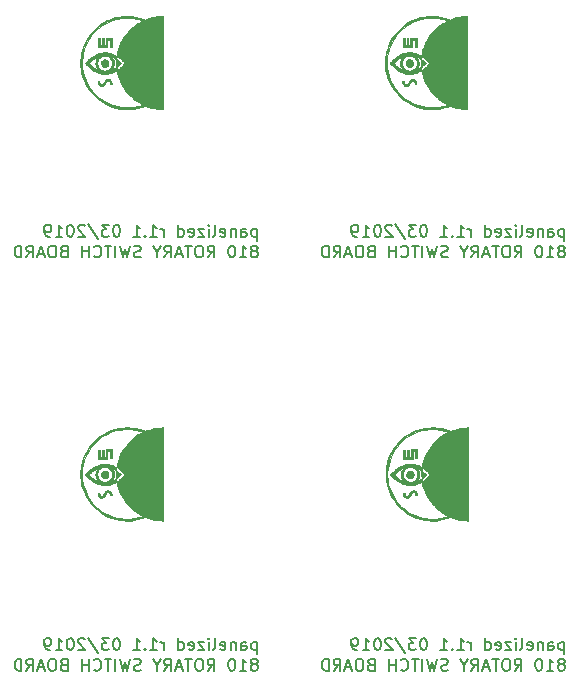
<source format=gbo>
G04 #@! TF.FileFunction,Legend,Bot*
%FSLAX46Y46*%
G04 Gerber Fmt 4.6, Leading zero omitted, Abs format (unit mm)*
G04 Created by KiCad (PCBNEW 4.0.2-stable) date 2019-03-28 2:30:29 PM*
%MOMM*%
G01*
G04 APERTURE LIST*
%ADD10C,0.200000*%
%ADD11C,0.150000*%
%ADD12C,0.010000*%
%ADD13C,1.100000*%
%ADD14R,1.800000X1.800000*%
%ADD15O,1.800000X1.800000*%
G04 APERTURE END LIST*
D10*
D11*
X158226191Y-152035714D02*
X158226191Y-153035714D01*
X158226191Y-152083333D02*
X158130953Y-152035714D01*
X157940476Y-152035714D01*
X157845238Y-152083333D01*
X157797619Y-152130952D01*
X157750000Y-152226190D01*
X157750000Y-152511905D01*
X157797619Y-152607143D01*
X157845238Y-152654762D01*
X157940476Y-152702381D01*
X158130953Y-152702381D01*
X158226191Y-152654762D01*
X156892857Y-152702381D02*
X156892857Y-152178571D01*
X156940476Y-152083333D01*
X157035714Y-152035714D01*
X157226191Y-152035714D01*
X157321429Y-152083333D01*
X156892857Y-152654762D02*
X156988095Y-152702381D01*
X157226191Y-152702381D01*
X157321429Y-152654762D01*
X157369048Y-152559524D01*
X157369048Y-152464286D01*
X157321429Y-152369048D01*
X157226191Y-152321429D01*
X156988095Y-152321429D01*
X156892857Y-152273810D01*
X156416667Y-152035714D02*
X156416667Y-152702381D01*
X156416667Y-152130952D02*
X156369048Y-152083333D01*
X156273810Y-152035714D01*
X156130952Y-152035714D01*
X156035714Y-152083333D01*
X155988095Y-152178571D01*
X155988095Y-152702381D01*
X155130952Y-152654762D02*
X155226190Y-152702381D01*
X155416667Y-152702381D01*
X155511905Y-152654762D01*
X155559524Y-152559524D01*
X155559524Y-152178571D01*
X155511905Y-152083333D01*
X155416667Y-152035714D01*
X155226190Y-152035714D01*
X155130952Y-152083333D01*
X155083333Y-152178571D01*
X155083333Y-152273810D01*
X155559524Y-152369048D01*
X154511905Y-152702381D02*
X154607143Y-152654762D01*
X154654762Y-152559524D01*
X154654762Y-151702381D01*
X154130952Y-152702381D02*
X154130952Y-152035714D01*
X154130952Y-151702381D02*
X154178571Y-151750000D01*
X154130952Y-151797619D01*
X154083333Y-151750000D01*
X154130952Y-151702381D01*
X154130952Y-151797619D01*
X153750000Y-152035714D02*
X153226190Y-152035714D01*
X153750000Y-152702381D01*
X153226190Y-152702381D01*
X152464285Y-152654762D02*
X152559523Y-152702381D01*
X152750000Y-152702381D01*
X152845238Y-152654762D01*
X152892857Y-152559524D01*
X152892857Y-152178571D01*
X152845238Y-152083333D01*
X152750000Y-152035714D01*
X152559523Y-152035714D01*
X152464285Y-152083333D01*
X152416666Y-152178571D01*
X152416666Y-152273810D01*
X152892857Y-152369048D01*
X151559523Y-152702381D02*
X151559523Y-151702381D01*
X151559523Y-152654762D02*
X151654761Y-152702381D01*
X151845238Y-152702381D01*
X151940476Y-152654762D01*
X151988095Y-152607143D01*
X152035714Y-152511905D01*
X152035714Y-152226190D01*
X151988095Y-152130952D01*
X151940476Y-152083333D01*
X151845238Y-152035714D01*
X151654761Y-152035714D01*
X151559523Y-152083333D01*
X150321428Y-152702381D02*
X150321428Y-152035714D01*
X150321428Y-152226190D02*
X150273809Y-152130952D01*
X150226190Y-152083333D01*
X150130952Y-152035714D01*
X150035713Y-152035714D01*
X149178570Y-152702381D02*
X149749999Y-152702381D01*
X149464285Y-152702381D02*
X149464285Y-151702381D01*
X149559523Y-151845238D01*
X149654761Y-151940476D01*
X149749999Y-151988095D01*
X148749999Y-152607143D02*
X148702380Y-152654762D01*
X148749999Y-152702381D01*
X148797618Y-152654762D01*
X148749999Y-152607143D01*
X148749999Y-152702381D01*
X147749999Y-152702381D02*
X148321428Y-152702381D01*
X148035714Y-152702381D02*
X148035714Y-151702381D01*
X148130952Y-151845238D01*
X148226190Y-151940476D01*
X148321428Y-151988095D01*
X146369047Y-151702381D02*
X146273808Y-151702381D01*
X146178570Y-151750000D01*
X146130951Y-151797619D01*
X146083332Y-151892857D01*
X146035713Y-152083333D01*
X146035713Y-152321429D01*
X146083332Y-152511905D01*
X146130951Y-152607143D01*
X146178570Y-152654762D01*
X146273808Y-152702381D01*
X146369047Y-152702381D01*
X146464285Y-152654762D01*
X146511904Y-152607143D01*
X146559523Y-152511905D01*
X146607142Y-152321429D01*
X146607142Y-152083333D01*
X146559523Y-151892857D01*
X146511904Y-151797619D01*
X146464285Y-151750000D01*
X146369047Y-151702381D01*
X145702380Y-151702381D02*
X145083332Y-151702381D01*
X145416666Y-152083333D01*
X145273808Y-152083333D01*
X145178570Y-152130952D01*
X145130951Y-152178571D01*
X145083332Y-152273810D01*
X145083332Y-152511905D01*
X145130951Y-152607143D01*
X145178570Y-152654762D01*
X145273808Y-152702381D01*
X145559523Y-152702381D01*
X145654761Y-152654762D01*
X145702380Y-152607143D01*
X143940475Y-151654762D02*
X144797618Y-152940476D01*
X143654761Y-151797619D02*
X143607142Y-151750000D01*
X143511904Y-151702381D01*
X143273808Y-151702381D01*
X143178570Y-151750000D01*
X143130951Y-151797619D01*
X143083332Y-151892857D01*
X143083332Y-151988095D01*
X143130951Y-152130952D01*
X143702380Y-152702381D01*
X143083332Y-152702381D01*
X142464285Y-151702381D02*
X142369046Y-151702381D01*
X142273808Y-151750000D01*
X142226189Y-151797619D01*
X142178570Y-151892857D01*
X142130951Y-152083333D01*
X142130951Y-152321429D01*
X142178570Y-152511905D01*
X142226189Y-152607143D01*
X142273808Y-152654762D01*
X142369046Y-152702381D01*
X142464285Y-152702381D01*
X142559523Y-152654762D01*
X142607142Y-152607143D01*
X142654761Y-152511905D01*
X142702380Y-152321429D01*
X142702380Y-152083333D01*
X142654761Y-151892857D01*
X142607142Y-151797619D01*
X142559523Y-151750000D01*
X142464285Y-151702381D01*
X141178570Y-152702381D02*
X141749999Y-152702381D01*
X141464285Y-152702381D02*
X141464285Y-151702381D01*
X141559523Y-151845238D01*
X141654761Y-151940476D01*
X141749999Y-151988095D01*
X140702380Y-152702381D02*
X140511904Y-152702381D01*
X140416665Y-152654762D01*
X140369046Y-152607143D01*
X140273808Y-152464286D01*
X140226189Y-152273810D01*
X140226189Y-151892857D01*
X140273808Y-151797619D01*
X140321427Y-151750000D01*
X140416665Y-151702381D01*
X140607142Y-151702381D01*
X140702380Y-151750000D01*
X140749999Y-151797619D01*
X140797618Y-151892857D01*
X140797618Y-152130952D01*
X140749999Y-152226190D01*
X140702380Y-152273810D01*
X140607142Y-152321429D01*
X140416665Y-152321429D01*
X140321427Y-152273810D01*
X140273808Y-152226190D01*
X140226189Y-152130952D01*
X132226191Y-152035714D02*
X132226191Y-153035714D01*
X132226191Y-152083333D02*
X132130953Y-152035714D01*
X131940476Y-152035714D01*
X131845238Y-152083333D01*
X131797619Y-152130952D01*
X131750000Y-152226190D01*
X131750000Y-152511905D01*
X131797619Y-152607143D01*
X131845238Y-152654762D01*
X131940476Y-152702381D01*
X132130953Y-152702381D01*
X132226191Y-152654762D01*
X130892857Y-152702381D02*
X130892857Y-152178571D01*
X130940476Y-152083333D01*
X131035714Y-152035714D01*
X131226191Y-152035714D01*
X131321429Y-152083333D01*
X130892857Y-152654762D02*
X130988095Y-152702381D01*
X131226191Y-152702381D01*
X131321429Y-152654762D01*
X131369048Y-152559524D01*
X131369048Y-152464286D01*
X131321429Y-152369048D01*
X131226191Y-152321429D01*
X130988095Y-152321429D01*
X130892857Y-152273810D01*
X130416667Y-152035714D02*
X130416667Y-152702381D01*
X130416667Y-152130952D02*
X130369048Y-152083333D01*
X130273810Y-152035714D01*
X130130952Y-152035714D01*
X130035714Y-152083333D01*
X129988095Y-152178571D01*
X129988095Y-152702381D01*
X129130952Y-152654762D02*
X129226190Y-152702381D01*
X129416667Y-152702381D01*
X129511905Y-152654762D01*
X129559524Y-152559524D01*
X129559524Y-152178571D01*
X129511905Y-152083333D01*
X129416667Y-152035714D01*
X129226190Y-152035714D01*
X129130952Y-152083333D01*
X129083333Y-152178571D01*
X129083333Y-152273810D01*
X129559524Y-152369048D01*
X128511905Y-152702381D02*
X128607143Y-152654762D01*
X128654762Y-152559524D01*
X128654762Y-151702381D01*
X128130952Y-152702381D02*
X128130952Y-152035714D01*
X128130952Y-151702381D02*
X128178571Y-151750000D01*
X128130952Y-151797619D01*
X128083333Y-151750000D01*
X128130952Y-151702381D01*
X128130952Y-151797619D01*
X127750000Y-152035714D02*
X127226190Y-152035714D01*
X127750000Y-152702381D01*
X127226190Y-152702381D01*
X126464285Y-152654762D02*
X126559523Y-152702381D01*
X126750000Y-152702381D01*
X126845238Y-152654762D01*
X126892857Y-152559524D01*
X126892857Y-152178571D01*
X126845238Y-152083333D01*
X126750000Y-152035714D01*
X126559523Y-152035714D01*
X126464285Y-152083333D01*
X126416666Y-152178571D01*
X126416666Y-152273810D01*
X126892857Y-152369048D01*
X125559523Y-152702381D02*
X125559523Y-151702381D01*
X125559523Y-152654762D02*
X125654761Y-152702381D01*
X125845238Y-152702381D01*
X125940476Y-152654762D01*
X125988095Y-152607143D01*
X126035714Y-152511905D01*
X126035714Y-152226190D01*
X125988095Y-152130952D01*
X125940476Y-152083333D01*
X125845238Y-152035714D01*
X125654761Y-152035714D01*
X125559523Y-152083333D01*
X124321428Y-152702381D02*
X124321428Y-152035714D01*
X124321428Y-152226190D02*
X124273809Y-152130952D01*
X124226190Y-152083333D01*
X124130952Y-152035714D01*
X124035713Y-152035714D01*
X123178570Y-152702381D02*
X123749999Y-152702381D01*
X123464285Y-152702381D02*
X123464285Y-151702381D01*
X123559523Y-151845238D01*
X123654761Y-151940476D01*
X123749999Y-151988095D01*
X122749999Y-152607143D02*
X122702380Y-152654762D01*
X122749999Y-152702381D01*
X122797618Y-152654762D01*
X122749999Y-152607143D01*
X122749999Y-152702381D01*
X121749999Y-152702381D02*
X122321428Y-152702381D01*
X122035714Y-152702381D02*
X122035714Y-151702381D01*
X122130952Y-151845238D01*
X122226190Y-151940476D01*
X122321428Y-151988095D01*
X120369047Y-151702381D02*
X120273808Y-151702381D01*
X120178570Y-151750000D01*
X120130951Y-151797619D01*
X120083332Y-151892857D01*
X120035713Y-152083333D01*
X120035713Y-152321429D01*
X120083332Y-152511905D01*
X120130951Y-152607143D01*
X120178570Y-152654762D01*
X120273808Y-152702381D01*
X120369047Y-152702381D01*
X120464285Y-152654762D01*
X120511904Y-152607143D01*
X120559523Y-152511905D01*
X120607142Y-152321429D01*
X120607142Y-152083333D01*
X120559523Y-151892857D01*
X120511904Y-151797619D01*
X120464285Y-151750000D01*
X120369047Y-151702381D01*
X119702380Y-151702381D02*
X119083332Y-151702381D01*
X119416666Y-152083333D01*
X119273808Y-152083333D01*
X119178570Y-152130952D01*
X119130951Y-152178571D01*
X119083332Y-152273810D01*
X119083332Y-152511905D01*
X119130951Y-152607143D01*
X119178570Y-152654762D01*
X119273808Y-152702381D01*
X119559523Y-152702381D01*
X119654761Y-152654762D01*
X119702380Y-152607143D01*
X117940475Y-151654762D02*
X118797618Y-152940476D01*
X117654761Y-151797619D02*
X117607142Y-151750000D01*
X117511904Y-151702381D01*
X117273808Y-151702381D01*
X117178570Y-151750000D01*
X117130951Y-151797619D01*
X117083332Y-151892857D01*
X117083332Y-151988095D01*
X117130951Y-152130952D01*
X117702380Y-152702381D01*
X117083332Y-152702381D01*
X116464285Y-151702381D02*
X116369046Y-151702381D01*
X116273808Y-151750000D01*
X116226189Y-151797619D01*
X116178570Y-151892857D01*
X116130951Y-152083333D01*
X116130951Y-152321429D01*
X116178570Y-152511905D01*
X116226189Y-152607143D01*
X116273808Y-152654762D01*
X116369046Y-152702381D01*
X116464285Y-152702381D01*
X116559523Y-152654762D01*
X116607142Y-152607143D01*
X116654761Y-152511905D01*
X116702380Y-152321429D01*
X116702380Y-152083333D01*
X116654761Y-151892857D01*
X116607142Y-151797619D01*
X116559523Y-151750000D01*
X116464285Y-151702381D01*
X115178570Y-152702381D02*
X115749999Y-152702381D01*
X115464285Y-152702381D02*
X115464285Y-151702381D01*
X115559523Y-151845238D01*
X115654761Y-151940476D01*
X115749999Y-151988095D01*
X114702380Y-152702381D02*
X114511904Y-152702381D01*
X114416665Y-152654762D01*
X114369046Y-152607143D01*
X114273808Y-152464286D01*
X114226189Y-152273810D01*
X114226189Y-151892857D01*
X114273808Y-151797619D01*
X114321427Y-151750000D01*
X114416665Y-151702381D01*
X114607142Y-151702381D01*
X114702380Y-151750000D01*
X114749999Y-151797619D01*
X114797618Y-151892857D01*
X114797618Y-152130952D01*
X114749999Y-152226190D01*
X114702380Y-152273810D01*
X114607142Y-152321429D01*
X114416665Y-152321429D01*
X114321427Y-152273810D01*
X114273808Y-152226190D01*
X114226189Y-152130952D01*
X132226191Y-117035714D02*
X132226191Y-118035714D01*
X132226191Y-117083333D02*
X132130953Y-117035714D01*
X131940476Y-117035714D01*
X131845238Y-117083333D01*
X131797619Y-117130952D01*
X131750000Y-117226190D01*
X131750000Y-117511905D01*
X131797619Y-117607143D01*
X131845238Y-117654762D01*
X131940476Y-117702381D01*
X132130953Y-117702381D01*
X132226191Y-117654762D01*
X130892857Y-117702381D02*
X130892857Y-117178571D01*
X130940476Y-117083333D01*
X131035714Y-117035714D01*
X131226191Y-117035714D01*
X131321429Y-117083333D01*
X130892857Y-117654762D02*
X130988095Y-117702381D01*
X131226191Y-117702381D01*
X131321429Y-117654762D01*
X131369048Y-117559524D01*
X131369048Y-117464286D01*
X131321429Y-117369048D01*
X131226191Y-117321429D01*
X130988095Y-117321429D01*
X130892857Y-117273810D01*
X130416667Y-117035714D02*
X130416667Y-117702381D01*
X130416667Y-117130952D02*
X130369048Y-117083333D01*
X130273810Y-117035714D01*
X130130952Y-117035714D01*
X130035714Y-117083333D01*
X129988095Y-117178571D01*
X129988095Y-117702381D01*
X129130952Y-117654762D02*
X129226190Y-117702381D01*
X129416667Y-117702381D01*
X129511905Y-117654762D01*
X129559524Y-117559524D01*
X129559524Y-117178571D01*
X129511905Y-117083333D01*
X129416667Y-117035714D01*
X129226190Y-117035714D01*
X129130952Y-117083333D01*
X129083333Y-117178571D01*
X129083333Y-117273810D01*
X129559524Y-117369048D01*
X128511905Y-117702381D02*
X128607143Y-117654762D01*
X128654762Y-117559524D01*
X128654762Y-116702381D01*
X128130952Y-117702381D02*
X128130952Y-117035714D01*
X128130952Y-116702381D02*
X128178571Y-116750000D01*
X128130952Y-116797619D01*
X128083333Y-116750000D01*
X128130952Y-116702381D01*
X128130952Y-116797619D01*
X127750000Y-117035714D02*
X127226190Y-117035714D01*
X127750000Y-117702381D01*
X127226190Y-117702381D01*
X126464285Y-117654762D02*
X126559523Y-117702381D01*
X126750000Y-117702381D01*
X126845238Y-117654762D01*
X126892857Y-117559524D01*
X126892857Y-117178571D01*
X126845238Y-117083333D01*
X126750000Y-117035714D01*
X126559523Y-117035714D01*
X126464285Y-117083333D01*
X126416666Y-117178571D01*
X126416666Y-117273810D01*
X126892857Y-117369048D01*
X125559523Y-117702381D02*
X125559523Y-116702381D01*
X125559523Y-117654762D02*
X125654761Y-117702381D01*
X125845238Y-117702381D01*
X125940476Y-117654762D01*
X125988095Y-117607143D01*
X126035714Y-117511905D01*
X126035714Y-117226190D01*
X125988095Y-117130952D01*
X125940476Y-117083333D01*
X125845238Y-117035714D01*
X125654761Y-117035714D01*
X125559523Y-117083333D01*
X124321428Y-117702381D02*
X124321428Y-117035714D01*
X124321428Y-117226190D02*
X124273809Y-117130952D01*
X124226190Y-117083333D01*
X124130952Y-117035714D01*
X124035713Y-117035714D01*
X123178570Y-117702381D02*
X123749999Y-117702381D01*
X123464285Y-117702381D02*
X123464285Y-116702381D01*
X123559523Y-116845238D01*
X123654761Y-116940476D01*
X123749999Y-116988095D01*
X122749999Y-117607143D02*
X122702380Y-117654762D01*
X122749999Y-117702381D01*
X122797618Y-117654762D01*
X122749999Y-117607143D01*
X122749999Y-117702381D01*
X121749999Y-117702381D02*
X122321428Y-117702381D01*
X122035714Y-117702381D02*
X122035714Y-116702381D01*
X122130952Y-116845238D01*
X122226190Y-116940476D01*
X122321428Y-116988095D01*
X120369047Y-116702381D02*
X120273808Y-116702381D01*
X120178570Y-116750000D01*
X120130951Y-116797619D01*
X120083332Y-116892857D01*
X120035713Y-117083333D01*
X120035713Y-117321429D01*
X120083332Y-117511905D01*
X120130951Y-117607143D01*
X120178570Y-117654762D01*
X120273808Y-117702381D01*
X120369047Y-117702381D01*
X120464285Y-117654762D01*
X120511904Y-117607143D01*
X120559523Y-117511905D01*
X120607142Y-117321429D01*
X120607142Y-117083333D01*
X120559523Y-116892857D01*
X120511904Y-116797619D01*
X120464285Y-116750000D01*
X120369047Y-116702381D01*
X119702380Y-116702381D02*
X119083332Y-116702381D01*
X119416666Y-117083333D01*
X119273808Y-117083333D01*
X119178570Y-117130952D01*
X119130951Y-117178571D01*
X119083332Y-117273810D01*
X119083332Y-117511905D01*
X119130951Y-117607143D01*
X119178570Y-117654762D01*
X119273808Y-117702381D01*
X119559523Y-117702381D01*
X119654761Y-117654762D01*
X119702380Y-117607143D01*
X117940475Y-116654762D02*
X118797618Y-117940476D01*
X117654761Y-116797619D02*
X117607142Y-116750000D01*
X117511904Y-116702381D01*
X117273808Y-116702381D01*
X117178570Y-116750000D01*
X117130951Y-116797619D01*
X117083332Y-116892857D01*
X117083332Y-116988095D01*
X117130951Y-117130952D01*
X117702380Y-117702381D01*
X117083332Y-117702381D01*
X116464285Y-116702381D02*
X116369046Y-116702381D01*
X116273808Y-116750000D01*
X116226189Y-116797619D01*
X116178570Y-116892857D01*
X116130951Y-117083333D01*
X116130951Y-117321429D01*
X116178570Y-117511905D01*
X116226189Y-117607143D01*
X116273808Y-117654762D01*
X116369046Y-117702381D01*
X116464285Y-117702381D01*
X116559523Y-117654762D01*
X116607142Y-117607143D01*
X116654761Y-117511905D01*
X116702380Y-117321429D01*
X116702380Y-117083333D01*
X116654761Y-116892857D01*
X116607142Y-116797619D01*
X116559523Y-116750000D01*
X116464285Y-116702381D01*
X115178570Y-117702381D02*
X115749999Y-117702381D01*
X115464285Y-117702381D02*
X115464285Y-116702381D01*
X115559523Y-116845238D01*
X115654761Y-116940476D01*
X115749999Y-116988095D01*
X114702380Y-117702381D02*
X114511904Y-117702381D01*
X114416665Y-117654762D01*
X114369046Y-117607143D01*
X114273808Y-117464286D01*
X114226189Y-117273810D01*
X114226189Y-116892857D01*
X114273808Y-116797619D01*
X114321427Y-116750000D01*
X114416665Y-116702381D01*
X114607142Y-116702381D01*
X114702380Y-116750000D01*
X114749999Y-116797619D01*
X114797618Y-116892857D01*
X114797618Y-117130952D01*
X114749999Y-117226190D01*
X114702380Y-117273810D01*
X114607142Y-117321429D01*
X114416665Y-117321429D01*
X114321427Y-117273810D01*
X114273808Y-117226190D01*
X114226189Y-117130952D01*
X158226191Y-117035714D02*
X158226191Y-118035714D01*
X158226191Y-117083333D02*
X158130953Y-117035714D01*
X157940476Y-117035714D01*
X157845238Y-117083333D01*
X157797619Y-117130952D01*
X157750000Y-117226190D01*
X157750000Y-117511905D01*
X157797619Y-117607143D01*
X157845238Y-117654762D01*
X157940476Y-117702381D01*
X158130953Y-117702381D01*
X158226191Y-117654762D01*
X156892857Y-117702381D02*
X156892857Y-117178571D01*
X156940476Y-117083333D01*
X157035714Y-117035714D01*
X157226191Y-117035714D01*
X157321429Y-117083333D01*
X156892857Y-117654762D02*
X156988095Y-117702381D01*
X157226191Y-117702381D01*
X157321429Y-117654762D01*
X157369048Y-117559524D01*
X157369048Y-117464286D01*
X157321429Y-117369048D01*
X157226191Y-117321429D01*
X156988095Y-117321429D01*
X156892857Y-117273810D01*
X156416667Y-117035714D02*
X156416667Y-117702381D01*
X156416667Y-117130952D02*
X156369048Y-117083333D01*
X156273810Y-117035714D01*
X156130952Y-117035714D01*
X156035714Y-117083333D01*
X155988095Y-117178571D01*
X155988095Y-117702381D01*
X155130952Y-117654762D02*
X155226190Y-117702381D01*
X155416667Y-117702381D01*
X155511905Y-117654762D01*
X155559524Y-117559524D01*
X155559524Y-117178571D01*
X155511905Y-117083333D01*
X155416667Y-117035714D01*
X155226190Y-117035714D01*
X155130952Y-117083333D01*
X155083333Y-117178571D01*
X155083333Y-117273810D01*
X155559524Y-117369048D01*
X154511905Y-117702381D02*
X154607143Y-117654762D01*
X154654762Y-117559524D01*
X154654762Y-116702381D01*
X154130952Y-117702381D02*
X154130952Y-117035714D01*
X154130952Y-116702381D02*
X154178571Y-116750000D01*
X154130952Y-116797619D01*
X154083333Y-116750000D01*
X154130952Y-116702381D01*
X154130952Y-116797619D01*
X153750000Y-117035714D02*
X153226190Y-117035714D01*
X153750000Y-117702381D01*
X153226190Y-117702381D01*
X152464285Y-117654762D02*
X152559523Y-117702381D01*
X152750000Y-117702381D01*
X152845238Y-117654762D01*
X152892857Y-117559524D01*
X152892857Y-117178571D01*
X152845238Y-117083333D01*
X152750000Y-117035714D01*
X152559523Y-117035714D01*
X152464285Y-117083333D01*
X152416666Y-117178571D01*
X152416666Y-117273810D01*
X152892857Y-117369048D01*
X151559523Y-117702381D02*
X151559523Y-116702381D01*
X151559523Y-117654762D02*
X151654761Y-117702381D01*
X151845238Y-117702381D01*
X151940476Y-117654762D01*
X151988095Y-117607143D01*
X152035714Y-117511905D01*
X152035714Y-117226190D01*
X151988095Y-117130952D01*
X151940476Y-117083333D01*
X151845238Y-117035714D01*
X151654761Y-117035714D01*
X151559523Y-117083333D01*
X150321428Y-117702381D02*
X150321428Y-117035714D01*
X150321428Y-117226190D02*
X150273809Y-117130952D01*
X150226190Y-117083333D01*
X150130952Y-117035714D01*
X150035713Y-117035714D01*
X149178570Y-117702381D02*
X149749999Y-117702381D01*
X149464285Y-117702381D02*
X149464285Y-116702381D01*
X149559523Y-116845238D01*
X149654761Y-116940476D01*
X149749999Y-116988095D01*
X148749999Y-117607143D02*
X148702380Y-117654762D01*
X148749999Y-117702381D01*
X148797618Y-117654762D01*
X148749999Y-117607143D01*
X148749999Y-117702381D01*
X147749999Y-117702381D02*
X148321428Y-117702381D01*
X148035714Y-117702381D02*
X148035714Y-116702381D01*
X148130952Y-116845238D01*
X148226190Y-116940476D01*
X148321428Y-116988095D01*
X146369047Y-116702381D02*
X146273808Y-116702381D01*
X146178570Y-116750000D01*
X146130951Y-116797619D01*
X146083332Y-116892857D01*
X146035713Y-117083333D01*
X146035713Y-117321429D01*
X146083332Y-117511905D01*
X146130951Y-117607143D01*
X146178570Y-117654762D01*
X146273808Y-117702381D01*
X146369047Y-117702381D01*
X146464285Y-117654762D01*
X146511904Y-117607143D01*
X146559523Y-117511905D01*
X146607142Y-117321429D01*
X146607142Y-117083333D01*
X146559523Y-116892857D01*
X146511904Y-116797619D01*
X146464285Y-116750000D01*
X146369047Y-116702381D01*
X145702380Y-116702381D02*
X145083332Y-116702381D01*
X145416666Y-117083333D01*
X145273808Y-117083333D01*
X145178570Y-117130952D01*
X145130951Y-117178571D01*
X145083332Y-117273810D01*
X145083332Y-117511905D01*
X145130951Y-117607143D01*
X145178570Y-117654762D01*
X145273808Y-117702381D01*
X145559523Y-117702381D01*
X145654761Y-117654762D01*
X145702380Y-117607143D01*
X143940475Y-116654762D02*
X144797618Y-117940476D01*
X143654761Y-116797619D02*
X143607142Y-116750000D01*
X143511904Y-116702381D01*
X143273808Y-116702381D01*
X143178570Y-116750000D01*
X143130951Y-116797619D01*
X143083332Y-116892857D01*
X143083332Y-116988095D01*
X143130951Y-117130952D01*
X143702380Y-117702381D01*
X143083332Y-117702381D01*
X142464285Y-116702381D02*
X142369046Y-116702381D01*
X142273808Y-116750000D01*
X142226189Y-116797619D01*
X142178570Y-116892857D01*
X142130951Y-117083333D01*
X142130951Y-117321429D01*
X142178570Y-117511905D01*
X142226189Y-117607143D01*
X142273808Y-117654762D01*
X142369046Y-117702381D01*
X142464285Y-117702381D01*
X142559523Y-117654762D01*
X142607142Y-117607143D01*
X142654761Y-117511905D01*
X142702380Y-117321429D01*
X142702380Y-117083333D01*
X142654761Y-116892857D01*
X142607142Y-116797619D01*
X142559523Y-116750000D01*
X142464285Y-116702381D01*
X141178570Y-117702381D02*
X141749999Y-117702381D01*
X141464285Y-117702381D02*
X141464285Y-116702381D01*
X141559523Y-116845238D01*
X141654761Y-116940476D01*
X141749999Y-116988095D01*
X140702380Y-117702381D02*
X140511904Y-117702381D01*
X140416665Y-117654762D01*
X140369046Y-117607143D01*
X140273808Y-117464286D01*
X140226189Y-117273810D01*
X140226189Y-116892857D01*
X140273808Y-116797619D01*
X140321427Y-116750000D01*
X140416665Y-116702381D01*
X140607142Y-116702381D01*
X140702380Y-116750000D01*
X140749999Y-116797619D01*
X140797618Y-116892857D01*
X140797618Y-117130952D01*
X140749999Y-117226190D01*
X140702380Y-117273810D01*
X140607142Y-117321429D01*
X140416665Y-117321429D01*
X140321427Y-117273810D01*
X140273808Y-117226190D01*
X140226189Y-117130952D01*
X132095239Y-153880952D02*
X132190477Y-153833333D01*
X132238096Y-153785714D01*
X132285715Y-153690476D01*
X132285715Y-153642857D01*
X132238096Y-153547619D01*
X132190477Y-153500000D01*
X132095239Y-153452381D01*
X131904762Y-153452381D01*
X131809524Y-153500000D01*
X131761905Y-153547619D01*
X131714286Y-153642857D01*
X131714286Y-153690476D01*
X131761905Y-153785714D01*
X131809524Y-153833333D01*
X131904762Y-153880952D01*
X132095239Y-153880952D01*
X132190477Y-153928571D01*
X132238096Y-153976190D01*
X132285715Y-154071429D01*
X132285715Y-154261905D01*
X132238096Y-154357143D01*
X132190477Y-154404762D01*
X132095239Y-154452381D01*
X131904762Y-154452381D01*
X131809524Y-154404762D01*
X131761905Y-154357143D01*
X131714286Y-154261905D01*
X131714286Y-154071429D01*
X131761905Y-153976190D01*
X131809524Y-153928571D01*
X131904762Y-153880952D01*
X130761905Y-154452381D02*
X131333334Y-154452381D01*
X131047620Y-154452381D02*
X131047620Y-153452381D01*
X131142858Y-153595238D01*
X131238096Y-153690476D01*
X131333334Y-153738095D01*
X130142858Y-153452381D02*
X130047619Y-153452381D01*
X129952381Y-153500000D01*
X129904762Y-153547619D01*
X129857143Y-153642857D01*
X129809524Y-153833333D01*
X129809524Y-154071429D01*
X129857143Y-154261905D01*
X129904762Y-154357143D01*
X129952381Y-154404762D01*
X130047619Y-154452381D01*
X130142858Y-154452381D01*
X130238096Y-154404762D01*
X130285715Y-154357143D01*
X130333334Y-154261905D01*
X130380953Y-154071429D01*
X130380953Y-153833333D01*
X130333334Y-153642857D01*
X130285715Y-153547619D01*
X130238096Y-153500000D01*
X130142858Y-153452381D01*
X128047619Y-154452381D02*
X128380953Y-153976190D01*
X128619048Y-154452381D02*
X128619048Y-153452381D01*
X128238095Y-153452381D01*
X128142857Y-153500000D01*
X128095238Y-153547619D01*
X128047619Y-153642857D01*
X128047619Y-153785714D01*
X128095238Y-153880952D01*
X128142857Y-153928571D01*
X128238095Y-153976190D01*
X128619048Y-153976190D01*
X127428572Y-153452381D02*
X127238095Y-153452381D01*
X127142857Y-153500000D01*
X127047619Y-153595238D01*
X127000000Y-153785714D01*
X127000000Y-154119048D01*
X127047619Y-154309524D01*
X127142857Y-154404762D01*
X127238095Y-154452381D01*
X127428572Y-154452381D01*
X127523810Y-154404762D01*
X127619048Y-154309524D01*
X127666667Y-154119048D01*
X127666667Y-153785714D01*
X127619048Y-153595238D01*
X127523810Y-153500000D01*
X127428572Y-153452381D01*
X126714286Y-153452381D02*
X126142857Y-153452381D01*
X126428572Y-154452381D02*
X126428572Y-153452381D01*
X125857143Y-154166667D02*
X125380952Y-154166667D01*
X125952381Y-154452381D02*
X125619048Y-153452381D01*
X125285714Y-154452381D01*
X124380952Y-154452381D02*
X124714286Y-153976190D01*
X124952381Y-154452381D02*
X124952381Y-153452381D01*
X124571428Y-153452381D01*
X124476190Y-153500000D01*
X124428571Y-153547619D01*
X124380952Y-153642857D01*
X124380952Y-153785714D01*
X124428571Y-153880952D01*
X124476190Y-153928571D01*
X124571428Y-153976190D01*
X124952381Y-153976190D01*
X123761905Y-153976190D02*
X123761905Y-154452381D01*
X124095238Y-153452381D02*
X123761905Y-153976190D01*
X123428571Y-153452381D01*
X122380952Y-154404762D02*
X122238095Y-154452381D01*
X121999999Y-154452381D01*
X121904761Y-154404762D01*
X121857142Y-154357143D01*
X121809523Y-154261905D01*
X121809523Y-154166667D01*
X121857142Y-154071429D01*
X121904761Y-154023810D01*
X121999999Y-153976190D01*
X122190476Y-153928571D01*
X122285714Y-153880952D01*
X122333333Y-153833333D01*
X122380952Y-153738095D01*
X122380952Y-153642857D01*
X122333333Y-153547619D01*
X122285714Y-153500000D01*
X122190476Y-153452381D01*
X121952380Y-153452381D01*
X121809523Y-153500000D01*
X121476190Y-153452381D02*
X121238095Y-154452381D01*
X121047618Y-153738095D01*
X120857142Y-154452381D01*
X120619047Y-153452381D01*
X120238095Y-154452381D02*
X120238095Y-153452381D01*
X119904762Y-153452381D02*
X119333333Y-153452381D01*
X119619048Y-154452381D02*
X119619048Y-153452381D01*
X118428571Y-154357143D02*
X118476190Y-154404762D01*
X118619047Y-154452381D01*
X118714285Y-154452381D01*
X118857143Y-154404762D01*
X118952381Y-154309524D01*
X119000000Y-154214286D01*
X119047619Y-154023810D01*
X119047619Y-153880952D01*
X119000000Y-153690476D01*
X118952381Y-153595238D01*
X118857143Y-153500000D01*
X118714285Y-153452381D01*
X118619047Y-153452381D01*
X118476190Y-153500000D01*
X118428571Y-153547619D01*
X118000000Y-154452381D02*
X118000000Y-153452381D01*
X118000000Y-153928571D02*
X117428571Y-153928571D01*
X117428571Y-154452381D02*
X117428571Y-153452381D01*
X115857142Y-153928571D02*
X115714285Y-153976190D01*
X115666666Y-154023810D01*
X115619047Y-154119048D01*
X115619047Y-154261905D01*
X115666666Y-154357143D01*
X115714285Y-154404762D01*
X115809523Y-154452381D01*
X116190476Y-154452381D01*
X116190476Y-153452381D01*
X115857142Y-153452381D01*
X115761904Y-153500000D01*
X115714285Y-153547619D01*
X115666666Y-153642857D01*
X115666666Y-153738095D01*
X115714285Y-153833333D01*
X115761904Y-153880952D01*
X115857142Y-153928571D01*
X116190476Y-153928571D01*
X115000000Y-153452381D02*
X114809523Y-153452381D01*
X114714285Y-153500000D01*
X114619047Y-153595238D01*
X114571428Y-153785714D01*
X114571428Y-154119048D01*
X114619047Y-154309524D01*
X114714285Y-154404762D01*
X114809523Y-154452381D01*
X115000000Y-154452381D01*
X115095238Y-154404762D01*
X115190476Y-154309524D01*
X115238095Y-154119048D01*
X115238095Y-153785714D01*
X115190476Y-153595238D01*
X115095238Y-153500000D01*
X115000000Y-153452381D01*
X114190476Y-154166667D02*
X113714285Y-154166667D01*
X114285714Y-154452381D02*
X113952381Y-153452381D01*
X113619047Y-154452381D01*
X112714285Y-154452381D02*
X113047619Y-153976190D01*
X113285714Y-154452381D02*
X113285714Y-153452381D01*
X112904761Y-153452381D01*
X112809523Y-153500000D01*
X112761904Y-153547619D01*
X112714285Y-153642857D01*
X112714285Y-153785714D01*
X112761904Y-153880952D01*
X112809523Y-153928571D01*
X112904761Y-153976190D01*
X113285714Y-153976190D01*
X112285714Y-154452381D02*
X112285714Y-153452381D01*
X112047619Y-153452381D01*
X111904761Y-153500000D01*
X111809523Y-153595238D01*
X111761904Y-153690476D01*
X111714285Y-153880952D01*
X111714285Y-154023810D01*
X111761904Y-154214286D01*
X111809523Y-154309524D01*
X111904761Y-154404762D01*
X112047619Y-154452381D01*
X112285714Y-154452381D01*
X158095239Y-153880952D02*
X158190477Y-153833333D01*
X158238096Y-153785714D01*
X158285715Y-153690476D01*
X158285715Y-153642857D01*
X158238096Y-153547619D01*
X158190477Y-153500000D01*
X158095239Y-153452381D01*
X157904762Y-153452381D01*
X157809524Y-153500000D01*
X157761905Y-153547619D01*
X157714286Y-153642857D01*
X157714286Y-153690476D01*
X157761905Y-153785714D01*
X157809524Y-153833333D01*
X157904762Y-153880952D01*
X158095239Y-153880952D01*
X158190477Y-153928571D01*
X158238096Y-153976190D01*
X158285715Y-154071429D01*
X158285715Y-154261905D01*
X158238096Y-154357143D01*
X158190477Y-154404762D01*
X158095239Y-154452381D01*
X157904762Y-154452381D01*
X157809524Y-154404762D01*
X157761905Y-154357143D01*
X157714286Y-154261905D01*
X157714286Y-154071429D01*
X157761905Y-153976190D01*
X157809524Y-153928571D01*
X157904762Y-153880952D01*
X156761905Y-154452381D02*
X157333334Y-154452381D01*
X157047620Y-154452381D02*
X157047620Y-153452381D01*
X157142858Y-153595238D01*
X157238096Y-153690476D01*
X157333334Y-153738095D01*
X156142858Y-153452381D02*
X156047619Y-153452381D01*
X155952381Y-153500000D01*
X155904762Y-153547619D01*
X155857143Y-153642857D01*
X155809524Y-153833333D01*
X155809524Y-154071429D01*
X155857143Y-154261905D01*
X155904762Y-154357143D01*
X155952381Y-154404762D01*
X156047619Y-154452381D01*
X156142858Y-154452381D01*
X156238096Y-154404762D01*
X156285715Y-154357143D01*
X156333334Y-154261905D01*
X156380953Y-154071429D01*
X156380953Y-153833333D01*
X156333334Y-153642857D01*
X156285715Y-153547619D01*
X156238096Y-153500000D01*
X156142858Y-153452381D01*
X154047619Y-154452381D02*
X154380953Y-153976190D01*
X154619048Y-154452381D02*
X154619048Y-153452381D01*
X154238095Y-153452381D01*
X154142857Y-153500000D01*
X154095238Y-153547619D01*
X154047619Y-153642857D01*
X154047619Y-153785714D01*
X154095238Y-153880952D01*
X154142857Y-153928571D01*
X154238095Y-153976190D01*
X154619048Y-153976190D01*
X153428572Y-153452381D02*
X153238095Y-153452381D01*
X153142857Y-153500000D01*
X153047619Y-153595238D01*
X153000000Y-153785714D01*
X153000000Y-154119048D01*
X153047619Y-154309524D01*
X153142857Y-154404762D01*
X153238095Y-154452381D01*
X153428572Y-154452381D01*
X153523810Y-154404762D01*
X153619048Y-154309524D01*
X153666667Y-154119048D01*
X153666667Y-153785714D01*
X153619048Y-153595238D01*
X153523810Y-153500000D01*
X153428572Y-153452381D01*
X152714286Y-153452381D02*
X152142857Y-153452381D01*
X152428572Y-154452381D02*
X152428572Y-153452381D01*
X151857143Y-154166667D02*
X151380952Y-154166667D01*
X151952381Y-154452381D02*
X151619048Y-153452381D01*
X151285714Y-154452381D01*
X150380952Y-154452381D02*
X150714286Y-153976190D01*
X150952381Y-154452381D02*
X150952381Y-153452381D01*
X150571428Y-153452381D01*
X150476190Y-153500000D01*
X150428571Y-153547619D01*
X150380952Y-153642857D01*
X150380952Y-153785714D01*
X150428571Y-153880952D01*
X150476190Y-153928571D01*
X150571428Y-153976190D01*
X150952381Y-153976190D01*
X149761905Y-153976190D02*
X149761905Y-154452381D01*
X150095238Y-153452381D02*
X149761905Y-153976190D01*
X149428571Y-153452381D01*
X148380952Y-154404762D02*
X148238095Y-154452381D01*
X147999999Y-154452381D01*
X147904761Y-154404762D01*
X147857142Y-154357143D01*
X147809523Y-154261905D01*
X147809523Y-154166667D01*
X147857142Y-154071429D01*
X147904761Y-154023810D01*
X147999999Y-153976190D01*
X148190476Y-153928571D01*
X148285714Y-153880952D01*
X148333333Y-153833333D01*
X148380952Y-153738095D01*
X148380952Y-153642857D01*
X148333333Y-153547619D01*
X148285714Y-153500000D01*
X148190476Y-153452381D01*
X147952380Y-153452381D01*
X147809523Y-153500000D01*
X147476190Y-153452381D02*
X147238095Y-154452381D01*
X147047618Y-153738095D01*
X146857142Y-154452381D01*
X146619047Y-153452381D01*
X146238095Y-154452381D02*
X146238095Y-153452381D01*
X145904762Y-153452381D02*
X145333333Y-153452381D01*
X145619048Y-154452381D02*
X145619048Y-153452381D01*
X144428571Y-154357143D02*
X144476190Y-154404762D01*
X144619047Y-154452381D01*
X144714285Y-154452381D01*
X144857143Y-154404762D01*
X144952381Y-154309524D01*
X145000000Y-154214286D01*
X145047619Y-154023810D01*
X145047619Y-153880952D01*
X145000000Y-153690476D01*
X144952381Y-153595238D01*
X144857143Y-153500000D01*
X144714285Y-153452381D01*
X144619047Y-153452381D01*
X144476190Y-153500000D01*
X144428571Y-153547619D01*
X144000000Y-154452381D02*
X144000000Y-153452381D01*
X144000000Y-153928571D02*
X143428571Y-153928571D01*
X143428571Y-154452381D02*
X143428571Y-153452381D01*
X141857142Y-153928571D02*
X141714285Y-153976190D01*
X141666666Y-154023810D01*
X141619047Y-154119048D01*
X141619047Y-154261905D01*
X141666666Y-154357143D01*
X141714285Y-154404762D01*
X141809523Y-154452381D01*
X142190476Y-154452381D01*
X142190476Y-153452381D01*
X141857142Y-153452381D01*
X141761904Y-153500000D01*
X141714285Y-153547619D01*
X141666666Y-153642857D01*
X141666666Y-153738095D01*
X141714285Y-153833333D01*
X141761904Y-153880952D01*
X141857142Y-153928571D01*
X142190476Y-153928571D01*
X141000000Y-153452381D02*
X140809523Y-153452381D01*
X140714285Y-153500000D01*
X140619047Y-153595238D01*
X140571428Y-153785714D01*
X140571428Y-154119048D01*
X140619047Y-154309524D01*
X140714285Y-154404762D01*
X140809523Y-154452381D01*
X141000000Y-154452381D01*
X141095238Y-154404762D01*
X141190476Y-154309524D01*
X141238095Y-154119048D01*
X141238095Y-153785714D01*
X141190476Y-153595238D01*
X141095238Y-153500000D01*
X141000000Y-153452381D01*
X140190476Y-154166667D02*
X139714285Y-154166667D01*
X140285714Y-154452381D02*
X139952381Y-153452381D01*
X139619047Y-154452381D01*
X138714285Y-154452381D02*
X139047619Y-153976190D01*
X139285714Y-154452381D02*
X139285714Y-153452381D01*
X138904761Y-153452381D01*
X138809523Y-153500000D01*
X138761904Y-153547619D01*
X138714285Y-153642857D01*
X138714285Y-153785714D01*
X138761904Y-153880952D01*
X138809523Y-153928571D01*
X138904761Y-153976190D01*
X139285714Y-153976190D01*
X138285714Y-154452381D02*
X138285714Y-153452381D01*
X138047619Y-153452381D01*
X137904761Y-153500000D01*
X137809523Y-153595238D01*
X137761904Y-153690476D01*
X137714285Y-153880952D01*
X137714285Y-154023810D01*
X137761904Y-154214286D01*
X137809523Y-154309524D01*
X137904761Y-154404762D01*
X138047619Y-154452381D01*
X138285714Y-154452381D01*
X158095239Y-118880952D02*
X158190477Y-118833333D01*
X158238096Y-118785714D01*
X158285715Y-118690476D01*
X158285715Y-118642857D01*
X158238096Y-118547619D01*
X158190477Y-118500000D01*
X158095239Y-118452381D01*
X157904762Y-118452381D01*
X157809524Y-118500000D01*
X157761905Y-118547619D01*
X157714286Y-118642857D01*
X157714286Y-118690476D01*
X157761905Y-118785714D01*
X157809524Y-118833333D01*
X157904762Y-118880952D01*
X158095239Y-118880952D01*
X158190477Y-118928571D01*
X158238096Y-118976190D01*
X158285715Y-119071429D01*
X158285715Y-119261905D01*
X158238096Y-119357143D01*
X158190477Y-119404762D01*
X158095239Y-119452381D01*
X157904762Y-119452381D01*
X157809524Y-119404762D01*
X157761905Y-119357143D01*
X157714286Y-119261905D01*
X157714286Y-119071429D01*
X157761905Y-118976190D01*
X157809524Y-118928571D01*
X157904762Y-118880952D01*
X156761905Y-119452381D02*
X157333334Y-119452381D01*
X157047620Y-119452381D02*
X157047620Y-118452381D01*
X157142858Y-118595238D01*
X157238096Y-118690476D01*
X157333334Y-118738095D01*
X156142858Y-118452381D02*
X156047619Y-118452381D01*
X155952381Y-118500000D01*
X155904762Y-118547619D01*
X155857143Y-118642857D01*
X155809524Y-118833333D01*
X155809524Y-119071429D01*
X155857143Y-119261905D01*
X155904762Y-119357143D01*
X155952381Y-119404762D01*
X156047619Y-119452381D01*
X156142858Y-119452381D01*
X156238096Y-119404762D01*
X156285715Y-119357143D01*
X156333334Y-119261905D01*
X156380953Y-119071429D01*
X156380953Y-118833333D01*
X156333334Y-118642857D01*
X156285715Y-118547619D01*
X156238096Y-118500000D01*
X156142858Y-118452381D01*
X154047619Y-119452381D02*
X154380953Y-118976190D01*
X154619048Y-119452381D02*
X154619048Y-118452381D01*
X154238095Y-118452381D01*
X154142857Y-118500000D01*
X154095238Y-118547619D01*
X154047619Y-118642857D01*
X154047619Y-118785714D01*
X154095238Y-118880952D01*
X154142857Y-118928571D01*
X154238095Y-118976190D01*
X154619048Y-118976190D01*
X153428572Y-118452381D02*
X153238095Y-118452381D01*
X153142857Y-118500000D01*
X153047619Y-118595238D01*
X153000000Y-118785714D01*
X153000000Y-119119048D01*
X153047619Y-119309524D01*
X153142857Y-119404762D01*
X153238095Y-119452381D01*
X153428572Y-119452381D01*
X153523810Y-119404762D01*
X153619048Y-119309524D01*
X153666667Y-119119048D01*
X153666667Y-118785714D01*
X153619048Y-118595238D01*
X153523810Y-118500000D01*
X153428572Y-118452381D01*
X152714286Y-118452381D02*
X152142857Y-118452381D01*
X152428572Y-119452381D02*
X152428572Y-118452381D01*
X151857143Y-119166667D02*
X151380952Y-119166667D01*
X151952381Y-119452381D02*
X151619048Y-118452381D01*
X151285714Y-119452381D01*
X150380952Y-119452381D02*
X150714286Y-118976190D01*
X150952381Y-119452381D02*
X150952381Y-118452381D01*
X150571428Y-118452381D01*
X150476190Y-118500000D01*
X150428571Y-118547619D01*
X150380952Y-118642857D01*
X150380952Y-118785714D01*
X150428571Y-118880952D01*
X150476190Y-118928571D01*
X150571428Y-118976190D01*
X150952381Y-118976190D01*
X149761905Y-118976190D02*
X149761905Y-119452381D01*
X150095238Y-118452381D02*
X149761905Y-118976190D01*
X149428571Y-118452381D01*
X148380952Y-119404762D02*
X148238095Y-119452381D01*
X147999999Y-119452381D01*
X147904761Y-119404762D01*
X147857142Y-119357143D01*
X147809523Y-119261905D01*
X147809523Y-119166667D01*
X147857142Y-119071429D01*
X147904761Y-119023810D01*
X147999999Y-118976190D01*
X148190476Y-118928571D01*
X148285714Y-118880952D01*
X148333333Y-118833333D01*
X148380952Y-118738095D01*
X148380952Y-118642857D01*
X148333333Y-118547619D01*
X148285714Y-118500000D01*
X148190476Y-118452381D01*
X147952380Y-118452381D01*
X147809523Y-118500000D01*
X147476190Y-118452381D02*
X147238095Y-119452381D01*
X147047618Y-118738095D01*
X146857142Y-119452381D01*
X146619047Y-118452381D01*
X146238095Y-119452381D02*
X146238095Y-118452381D01*
X145904762Y-118452381D02*
X145333333Y-118452381D01*
X145619048Y-119452381D02*
X145619048Y-118452381D01*
X144428571Y-119357143D02*
X144476190Y-119404762D01*
X144619047Y-119452381D01*
X144714285Y-119452381D01*
X144857143Y-119404762D01*
X144952381Y-119309524D01*
X145000000Y-119214286D01*
X145047619Y-119023810D01*
X145047619Y-118880952D01*
X145000000Y-118690476D01*
X144952381Y-118595238D01*
X144857143Y-118500000D01*
X144714285Y-118452381D01*
X144619047Y-118452381D01*
X144476190Y-118500000D01*
X144428571Y-118547619D01*
X144000000Y-119452381D02*
X144000000Y-118452381D01*
X144000000Y-118928571D02*
X143428571Y-118928571D01*
X143428571Y-119452381D02*
X143428571Y-118452381D01*
X141857142Y-118928571D02*
X141714285Y-118976190D01*
X141666666Y-119023810D01*
X141619047Y-119119048D01*
X141619047Y-119261905D01*
X141666666Y-119357143D01*
X141714285Y-119404762D01*
X141809523Y-119452381D01*
X142190476Y-119452381D01*
X142190476Y-118452381D01*
X141857142Y-118452381D01*
X141761904Y-118500000D01*
X141714285Y-118547619D01*
X141666666Y-118642857D01*
X141666666Y-118738095D01*
X141714285Y-118833333D01*
X141761904Y-118880952D01*
X141857142Y-118928571D01*
X142190476Y-118928571D01*
X141000000Y-118452381D02*
X140809523Y-118452381D01*
X140714285Y-118500000D01*
X140619047Y-118595238D01*
X140571428Y-118785714D01*
X140571428Y-119119048D01*
X140619047Y-119309524D01*
X140714285Y-119404762D01*
X140809523Y-119452381D01*
X141000000Y-119452381D01*
X141095238Y-119404762D01*
X141190476Y-119309524D01*
X141238095Y-119119048D01*
X141238095Y-118785714D01*
X141190476Y-118595238D01*
X141095238Y-118500000D01*
X141000000Y-118452381D01*
X140190476Y-119166667D02*
X139714285Y-119166667D01*
X140285714Y-119452381D02*
X139952381Y-118452381D01*
X139619047Y-119452381D01*
X138714285Y-119452381D02*
X139047619Y-118976190D01*
X139285714Y-119452381D02*
X139285714Y-118452381D01*
X138904761Y-118452381D01*
X138809523Y-118500000D01*
X138761904Y-118547619D01*
X138714285Y-118642857D01*
X138714285Y-118785714D01*
X138761904Y-118880952D01*
X138809523Y-118928571D01*
X138904761Y-118976190D01*
X139285714Y-118976190D01*
X138285714Y-119452381D02*
X138285714Y-118452381D01*
X138047619Y-118452381D01*
X137904761Y-118500000D01*
X137809523Y-118595238D01*
X137761904Y-118690476D01*
X137714285Y-118880952D01*
X137714285Y-119023810D01*
X137761904Y-119214286D01*
X137809523Y-119309524D01*
X137904761Y-119404762D01*
X138047619Y-119452381D01*
X138285714Y-119452381D01*
X132095239Y-118880952D02*
X132190477Y-118833333D01*
X132238096Y-118785714D01*
X132285715Y-118690476D01*
X132285715Y-118642857D01*
X132238096Y-118547619D01*
X132190477Y-118500000D01*
X132095239Y-118452381D01*
X131904762Y-118452381D01*
X131809524Y-118500000D01*
X131761905Y-118547619D01*
X131714286Y-118642857D01*
X131714286Y-118690476D01*
X131761905Y-118785714D01*
X131809524Y-118833333D01*
X131904762Y-118880952D01*
X132095239Y-118880952D01*
X132190477Y-118928571D01*
X132238096Y-118976190D01*
X132285715Y-119071429D01*
X132285715Y-119261905D01*
X132238096Y-119357143D01*
X132190477Y-119404762D01*
X132095239Y-119452381D01*
X131904762Y-119452381D01*
X131809524Y-119404762D01*
X131761905Y-119357143D01*
X131714286Y-119261905D01*
X131714286Y-119071429D01*
X131761905Y-118976190D01*
X131809524Y-118928571D01*
X131904762Y-118880952D01*
X130761905Y-119452381D02*
X131333334Y-119452381D01*
X131047620Y-119452381D02*
X131047620Y-118452381D01*
X131142858Y-118595238D01*
X131238096Y-118690476D01*
X131333334Y-118738095D01*
X130142858Y-118452381D02*
X130047619Y-118452381D01*
X129952381Y-118500000D01*
X129904762Y-118547619D01*
X129857143Y-118642857D01*
X129809524Y-118833333D01*
X129809524Y-119071429D01*
X129857143Y-119261905D01*
X129904762Y-119357143D01*
X129952381Y-119404762D01*
X130047619Y-119452381D01*
X130142858Y-119452381D01*
X130238096Y-119404762D01*
X130285715Y-119357143D01*
X130333334Y-119261905D01*
X130380953Y-119071429D01*
X130380953Y-118833333D01*
X130333334Y-118642857D01*
X130285715Y-118547619D01*
X130238096Y-118500000D01*
X130142858Y-118452381D01*
X128047619Y-119452381D02*
X128380953Y-118976190D01*
X128619048Y-119452381D02*
X128619048Y-118452381D01*
X128238095Y-118452381D01*
X128142857Y-118500000D01*
X128095238Y-118547619D01*
X128047619Y-118642857D01*
X128047619Y-118785714D01*
X128095238Y-118880952D01*
X128142857Y-118928571D01*
X128238095Y-118976190D01*
X128619048Y-118976190D01*
X127428572Y-118452381D02*
X127238095Y-118452381D01*
X127142857Y-118500000D01*
X127047619Y-118595238D01*
X127000000Y-118785714D01*
X127000000Y-119119048D01*
X127047619Y-119309524D01*
X127142857Y-119404762D01*
X127238095Y-119452381D01*
X127428572Y-119452381D01*
X127523810Y-119404762D01*
X127619048Y-119309524D01*
X127666667Y-119119048D01*
X127666667Y-118785714D01*
X127619048Y-118595238D01*
X127523810Y-118500000D01*
X127428572Y-118452381D01*
X126714286Y-118452381D02*
X126142857Y-118452381D01*
X126428572Y-119452381D02*
X126428572Y-118452381D01*
X125857143Y-119166667D02*
X125380952Y-119166667D01*
X125952381Y-119452381D02*
X125619048Y-118452381D01*
X125285714Y-119452381D01*
X124380952Y-119452381D02*
X124714286Y-118976190D01*
X124952381Y-119452381D02*
X124952381Y-118452381D01*
X124571428Y-118452381D01*
X124476190Y-118500000D01*
X124428571Y-118547619D01*
X124380952Y-118642857D01*
X124380952Y-118785714D01*
X124428571Y-118880952D01*
X124476190Y-118928571D01*
X124571428Y-118976190D01*
X124952381Y-118976190D01*
X123761905Y-118976190D02*
X123761905Y-119452381D01*
X124095238Y-118452381D02*
X123761905Y-118976190D01*
X123428571Y-118452381D01*
X122380952Y-119404762D02*
X122238095Y-119452381D01*
X121999999Y-119452381D01*
X121904761Y-119404762D01*
X121857142Y-119357143D01*
X121809523Y-119261905D01*
X121809523Y-119166667D01*
X121857142Y-119071429D01*
X121904761Y-119023810D01*
X121999999Y-118976190D01*
X122190476Y-118928571D01*
X122285714Y-118880952D01*
X122333333Y-118833333D01*
X122380952Y-118738095D01*
X122380952Y-118642857D01*
X122333333Y-118547619D01*
X122285714Y-118500000D01*
X122190476Y-118452381D01*
X121952380Y-118452381D01*
X121809523Y-118500000D01*
X121476190Y-118452381D02*
X121238095Y-119452381D01*
X121047618Y-118738095D01*
X120857142Y-119452381D01*
X120619047Y-118452381D01*
X120238095Y-119452381D02*
X120238095Y-118452381D01*
X119904762Y-118452381D02*
X119333333Y-118452381D01*
X119619048Y-119452381D02*
X119619048Y-118452381D01*
X118428571Y-119357143D02*
X118476190Y-119404762D01*
X118619047Y-119452381D01*
X118714285Y-119452381D01*
X118857143Y-119404762D01*
X118952381Y-119309524D01*
X119000000Y-119214286D01*
X119047619Y-119023810D01*
X119047619Y-118880952D01*
X119000000Y-118690476D01*
X118952381Y-118595238D01*
X118857143Y-118500000D01*
X118714285Y-118452381D01*
X118619047Y-118452381D01*
X118476190Y-118500000D01*
X118428571Y-118547619D01*
X118000000Y-119452381D02*
X118000000Y-118452381D01*
X118000000Y-118928571D02*
X117428571Y-118928571D01*
X117428571Y-119452381D02*
X117428571Y-118452381D01*
X115857142Y-118928571D02*
X115714285Y-118976190D01*
X115666666Y-119023810D01*
X115619047Y-119119048D01*
X115619047Y-119261905D01*
X115666666Y-119357143D01*
X115714285Y-119404762D01*
X115809523Y-119452381D01*
X116190476Y-119452381D01*
X116190476Y-118452381D01*
X115857142Y-118452381D01*
X115761904Y-118500000D01*
X115714285Y-118547619D01*
X115666666Y-118642857D01*
X115666666Y-118738095D01*
X115714285Y-118833333D01*
X115761904Y-118880952D01*
X115857142Y-118928571D01*
X116190476Y-118928571D01*
X115000000Y-118452381D02*
X114809523Y-118452381D01*
X114714285Y-118500000D01*
X114619047Y-118595238D01*
X114571428Y-118785714D01*
X114571428Y-119119048D01*
X114619047Y-119309524D01*
X114714285Y-119404762D01*
X114809523Y-119452381D01*
X115000000Y-119452381D01*
X115095238Y-119404762D01*
X115190476Y-119309524D01*
X115238095Y-119119048D01*
X115238095Y-118785714D01*
X115190476Y-118595238D01*
X115095238Y-118500000D01*
X115000000Y-118452381D01*
X114190476Y-119166667D02*
X113714285Y-119166667D01*
X114285714Y-119452381D02*
X113952381Y-118452381D01*
X113619047Y-119452381D01*
X112714285Y-119452381D02*
X113047619Y-118976190D01*
X113285714Y-119452381D02*
X113285714Y-118452381D01*
X112904761Y-118452381D01*
X112809523Y-118500000D01*
X112761904Y-118547619D01*
X112714285Y-118642857D01*
X112714285Y-118785714D01*
X112761904Y-118880952D01*
X112809523Y-118928571D01*
X112904761Y-118976190D01*
X113285714Y-118976190D01*
X112285714Y-119452381D02*
X112285714Y-118452381D01*
X112047619Y-118452381D01*
X111904761Y-118500000D01*
X111809523Y-118595238D01*
X111761904Y-118690476D01*
X111714285Y-118880952D01*
X111714285Y-119023810D01*
X111761904Y-119214286D01*
X111809523Y-119309524D01*
X111904761Y-119404762D01*
X112047619Y-119452381D01*
X112285714Y-119452381D01*
D12*
G36*
X146710743Y-99033347D02*
X146370019Y-99074702D01*
X146033819Y-99144758D01*
X145704896Y-99243397D01*
X145386003Y-99370503D01*
X145343500Y-99390009D01*
X145038468Y-99549605D01*
X144749544Y-99735531D01*
X144478278Y-99945900D01*
X144226221Y-100178825D01*
X143994926Y-100432421D01*
X143785942Y-100704800D01*
X143600821Y-100994077D01*
X143441113Y-101298363D01*
X143308371Y-101615774D01*
X143204145Y-101944422D01*
X143186191Y-102014020D01*
X143151930Y-102160761D01*
X143125674Y-102295168D01*
X143106270Y-102426311D01*
X143092565Y-102563259D01*
X143083407Y-102715083D01*
X143078335Y-102862687D01*
X143081374Y-103198994D01*
X143109007Y-103518610D01*
X143162200Y-103826051D01*
X143241919Y-104125837D01*
X143349130Y-104422485D01*
X143468841Y-104688312D01*
X143639853Y-105001876D01*
X143834637Y-105295412D01*
X144051811Y-105567915D01*
X144289996Y-105818382D01*
X144547810Y-106045809D01*
X144823874Y-106249192D01*
X145116806Y-106427528D01*
X145425227Y-106579812D01*
X145747754Y-106705041D01*
X146083008Y-106802211D01*
X146429609Y-106870318D01*
X146479884Y-106877604D01*
X146562712Y-106886913D01*
X146666229Y-106895267D01*
X146782502Y-106902344D01*
X146903599Y-106907820D01*
X147021588Y-106911370D01*
X147128538Y-106912672D01*
X147216517Y-106911400D01*
X147256438Y-106909303D01*
X147579887Y-106873875D01*
X147886905Y-106817177D01*
X148186067Y-106737504D01*
X148291530Y-106703530D01*
X148548748Y-106616990D01*
X148783655Y-106695063D01*
X149040952Y-106772358D01*
X149291656Y-106829931D01*
X149547233Y-106869948D01*
X149819149Y-106894578D01*
X149848032Y-106896298D01*
X150042500Y-106907372D01*
X150042500Y-103014329D01*
X146804000Y-103014329D01*
X146792752Y-103034012D01*
X146761743Y-103070678D01*
X146715077Y-103120371D01*
X146656857Y-103179132D01*
X146591186Y-103243003D01*
X146522169Y-103308028D01*
X146453908Y-103370247D01*
X146390506Y-103425702D01*
X146336068Y-103470437D01*
X146313033Y-103487881D01*
X146256525Y-103528136D01*
X146209438Y-103560249D01*
X146177676Y-103580277D01*
X146167584Y-103585000D01*
X146158228Y-103570969D01*
X146149005Y-103535905D01*
X146146583Y-103521500D01*
X146134945Y-103443647D01*
X146128141Y-103390745D01*
X146127539Y-103356184D01*
X146133747Y-103335838D01*
X146110291Y-103335838D01*
X146064771Y-103369137D01*
X146034124Y-103388848D01*
X145986007Y-103416841D01*
X145927385Y-103449399D01*
X145865225Y-103482806D01*
X145806494Y-103513344D01*
X145758157Y-103537298D01*
X145727181Y-103550949D01*
X145720637Y-103552748D01*
X145722690Y-103541835D01*
X145740418Y-103513177D01*
X145760356Y-103485754D01*
X145824206Y-103383994D01*
X145874848Y-103267162D01*
X145909515Y-103144650D01*
X145925439Y-103025849D01*
X145923518Y-102970352D01*
X145769300Y-102970352D01*
X145765240Y-103085427D01*
X145740774Y-103191035D01*
X145684826Y-103320600D01*
X145604060Y-103432266D01*
X145501639Y-103523141D01*
X145380723Y-103590333D01*
X145264149Y-103627016D01*
X145202538Y-103639658D01*
X145158415Y-103645486D01*
X145118315Y-103644749D01*
X145068771Y-103637694D01*
X145032885Y-103631258D01*
X144895299Y-103590787D01*
X144827022Y-103553206D01*
X144560644Y-103553206D01*
X144560138Y-103553250D01*
X144542080Y-103546536D01*
X144502459Y-103528476D01*
X144447971Y-103502189D01*
X144410527Y-103483563D01*
X144329897Y-103439783D01*
X144240921Y-103386466D01*
X144160231Y-103333672D01*
X144144938Y-103322908D01*
X144073988Y-103270059D01*
X144002250Y-103213093D01*
X143934188Y-103155966D01*
X143874267Y-103102634D01*
X143826952Y-103057054D01*
X143796706Y-103023180D01*
X143787750Y-103006403D01*
X143799608Y-102987098D01*
X143832078Y-102952600D01*
X143880503Y-102906943D01*
X143940229Y-102854161D01*
X144006599Y-102798287D01*
X144074958Y-102743353D01*
X144140649Y-102693394D01*
X144187215Y-102660355D01*
X144279404Y-102601348D01*
X144375825Y-102545925D01*
X144466146Y-102499766D01*
X144528721Y-102472691D01*
X144551306Y-102464949D01*
X144556826Y-102468357D01*
X144544318Y-102487737D01*
X144519352Y-102519668D01*
X144458877Y-102612654D01*
X144407224Y-102723581D01*
X144370253Y-102838778D01*
X144359155Y-102893384D01*
X144351675Y-103031029D01*
X144369732Y-103171794D01*
X144411071Y-103307827D01*
X144473432Y-103431275D01*
X144538604Y-103517531D01*
X144557997Y-103542164D01*
X144560644Y-103553206D01*
X144827022Y-103553206D01*
X144773873Y-103523952D01*
X144671258Y-103433127D01*
X144590110Y-103320682D01*
X144533080Y-103188991D01*
X144531170Y-103182804D01*
X144506360Y-103049267D01*
X144511296Y-102916782D01*
X144544126Y-102789488D01*
X144602997Y-102671524D01*
X144686055Y-102567032D01*
X144791449Y-102480149D01*
X144864398Y-102438312D01*
X144914445Y-102414754D01*
X144955707Y-102399655D01*
X144997986Y-102391149D01*
X145051086Y-102387367D01*
X145124810Y-102386444D01*
X145136792Y-102386437D01*
X145216263Y-102387349D01*
X145273591Y-102391139D01*
X145318358Y-102399389D01*
X145360144Y-102413680D01*
X145394587Y-102428983D01*
X145513587Y-102501342D01*
X145614234Y-102596354D01*
X145692536Y-102709278D01*
X145744498Y-102835371D01*
X145748141Y-102848712D01*
X145769300Y-102970352D01*
X145923518Y-102970352D01*
X145922326Y-102935936D01*
X145891328Y-102798422D01*
X145838022Y-102663155D01*
X145778701Y-102559921D01*
X145744607Y-102509523D01*
X145727246Y-102480708D01*
X145725237Y-102468981D01*
X145737204Y-102469847D01*
X145752788Y-102475398D01*
X145794392Y-102493741D01*
X145852393Y-102522504D01*
X145917814Y-102556858D01*
X145981678Y-102591981D01*
X146035009Y-102623044D01*
X146068828Y-102645224D01*
X146069104Y-102645435D01*
X146080699Y-102655607D01*
X146089434Y-102668708D01*
X146095768Y-102689079D01*
X146100161Y-102721065D01*
X146103073Y-102769009D01*
X146104964Y-102837254D01*
X146106292Y-102930144D01*
X146107055Y-103004012D01*
X146110291Y-103335838D01*
X146133747Y-103335838D01*
X146134505Y-103333354D01*
X146150406Y-103315647D01*
X146176610Y-103296452D01*
X146195943Y-103282841D01*
X146242159Y-103246824D01*
X146301027Y-103196981D01*
X146362627Y-103141820D01*
X146387967Y-103118128D01*
X146503747Y-103008161D01*
X146435592Y-102938412D01*
X146391496Y-102896400D01*
X146332370Y-102844208D01*
X146268501Y-102790817D01*
X146244407Y-102771512D01*
X146187013Y-102725337D01*
X146149606Y-102689306D01*
X146128967Y-102654986D01*
X146121879Y-102613944D01*
X146125124Y-102557746D01*
X146134672Y-102483915D01*
X146145188Y-102406767D01*
X146272188Y-102497851D01*
X146344771Y-102552080D01*
X146423721Y-102614467D01*
X146494499Y-102673453D01*
X146508999Y-102686124D01*
X146563364Y-102736669D01*
X146621135Y-102794408D01*
X146677818Y-102854337D01*
X146728914Y-102911454D01*
X146769926Y-102960755D01*
X146796357Y-102997237D01*
X146804000Y-103014329D01*
X150042500Y-103014329D01*
X150042500Y-99408505D01*
X148327812Y-99408505D01*
X148314571Y-99419304D01*
X148279086Y-99440828D01*
X148227461Y-99469498D01*
X148190109Y-99489250D01*
X147959401Y-99622127D01*
X147727745Y-99780181D01*
X147501973Y-99957806D01*
X147288917Y-100149397D01*
X147095409Y-100349349D01*
X146987689Y-100475751D01*
X146793032Y-100739549D01*
X146618230Y-101022380D01*
X146465804Y-101319052D01*
X146338276Y-101624370D01*
X146238168Y-101933140D01*
X146193934Y-102110536D01*
X146177781Y-102186767D01*
X146164649Y-102254855D01*
X146155964Y-102306990D01*
X146153125Y-102334109D01*
X146149693Y-102367711D01*
X146143739Y-102382595D01*
X146126751Y-102379568D01*
X146087433Y-102364389D01*
X146031640Y-102339524D01*
X145965227Y-102307437D01*
X145965145Y-102307396D01*
X145786407Y-102225845D01*
X145618700Y-102166898D01*
X145453199Y-102128384D01*
X145281080Y-102108131D01*
X145137125Y-102103613D01*
X145048972Y-102105271D01*
X144961209Y-102109769D01*
X144884776Y-102116390D01*
X144836202Y-102123285D01*
X144622345Y-102178605D01*
X144404680Y-102262431D01*
X144187970Y-102372698D01*
X144021079Y-102476805D01*
X143968374Y-102515635D01*
X143904611Y-102567491D01*
X143833741Y-102628619D01*
X143759711Y-102695268D01*
X143686469Y-102763685D01*
X143617965Y-102830119D01*
X143558148Y-102890817D01*
X143510965Y-102942026D01*
X143480365Y-102979995D01*
X143470250Y-103000234D01*
X143482301Y-103032310D01*
X143516016Y-103080038D01*
X143567746Y-103139909D01*
X143633838Y-103208417D01*
X143710640Y-103282053D01*
X143794501Y-103357308D01*
X143881769Y-103430677D01*
X143968791Y-103498649D01*
X144047594Y-103554818D01*
X144255470Y-103681708D01*
X144459868Y-103779128D01*
X144664926Y-103848430D01*
X144874781Y-103890969D01*
X145093570Y-103908097D01*
X145129188Y-103908568D01*
X145321197Y-103901249D01*
X145499132Y-103875914D01*
X145671751Y-103830420D01*
X145847815Y-103762623D01*
X145977205Y-103701050D01*
X146042240Y-103668472D01*
X146095945Y-103642454D01*
X146132636Y-103625689D01*
X146146589Y-103620815D01*
X146151312Y-103636880D01*
X146161385Y-103677874D01*
X146175359Y-103737711D01*
X146191786Y-103810309D01*
X146192873Y-103815187D01*
X146276549Y-104124656D01*
X146388596Y-104433713D01*
X146526130Y-104736352D01*
X146686271Y-105026564D01*
X146866135Y-105298342D01*
X146969740Y-105434437D01*
X147040391Y-105517556D01*
X147128950Y-105613891D01*
X147228648Y-105716681D01*
X147332717Y-105819165D01*
X147434387Y-105914583D01*
X147526890Y-105996172D01*
X147557613Y-106021644D01*
X147778001Y-106187146D01*
X148013973Y-106340331D01*
X148165136Y-106426625D01*
X148228913Y-106461908D01*
X148280947Y-106492409D01*
X148315669Y-106514745D01*
X148327548Y-106525284D01*
X148313093Y-106537828D01*
X148271945Y-106555201D01*
X148208595Y-106576264D01*
X148127534Y-106599882D01*
X148033255Y-106624918D01*
X147930249Y-106650233D01*
X147823007Y-106674692D01*
X147716021Y-106697158D01*
X147613782Y-106716493D01*
X147520782Y-106731561D01*
X147502500Y-106734124D01*
X147389466Y-106745643D01*
X147253880Y-106753398D01*
X147104717Y-106757373D01*
X146950955Y-106757556D01*
X146801568Y-106753932D01*
X146665532Y-106746487D01*
X146554782Y-106735597D01*
X146209283Y-106675015D01*
X145874668Y-106585176D01*
X145552395Y-106466993D01*
X145243923Y-106321381D01*
X144950713Y-106149254D01*
X144674223Y-105951527D01*
X144415912Y-105729113D01*
X144177239Y-105482927D01*
X143959664Y-105213882D01*
X143831839Y-105029625D01*
X143657866Y-104734301D01*
X143512659Y-104427135D01*
X143396410Y-104110133D01*
X143309314Y-103785302D01*
X143251566Y-103454649D01*
X143223360Y-103120179D01*
X143224891Y-102783900D01*
X143256351Y-102447817D01*
X143317937Y-102113939D01*
X143409842Y-101784270D01*
X143494953Y-101550499D01*
X143636863Y-101239138D01*
X143806310Y-100942706D01*
X144002061Y-100662702D01*
X144222884Y-100400622D01*
X144467547Y-100157964D01*
X144734819Y-99936225D01*
X144946625Y-99786358D01*
X145151196Y-99663122D01*
X145378196Y-99547116D01*
X145618485Y-99442165D01*
X145862925Y-99352099D01*
X146102377Y-99280744D01*
X146221468Y-99252395D01*
X146489683Y-99206495D01*
X146772328Y-99180003D01*
X147061008Y-99172923D01*
X147347325Y-99185262D01*
X147622882Y-99217025D01*
X147807057Y-99251298D01*
X147875401Y-99267487D01*
X147954014Y-99287995D01*
X148037276Y-99311125D01*
X148119565Y-99335180D01*
X148195260Y-99358463D01*
X148258740Y-99379278D01*
X148304383Y-99395927D01*
X148326569Y-99406713D01*
X148327812Y-99408505D01*
X150042500Y-99408505D01*
X150042500Y-99024235D01*
X149843648Y-99035283D01*
X149584209Y-99056538D01*
X149340891Y-99091641D01*
X149102058Y-99142837D01*
X148856071Y-99212372D01*
X148754326Y-99245401D01*
X148537715Y-99318021D01*
X148385912Y-99261154D01*
X148063847Y-99157260D01*
X147732545Y-99082648D01*
X147394758Y-99037204D01*
X147053241Y-99020809D01*
X146710743Y-99033347D01*
X146710743Y-99033347D01*
G37*
X146710743Y-99033347D02*
X146370019Y-99074702D01*
X146033819Y-99144758D01*
X145704896Y-99243397D01*
X145386003Y-99370503D01*
X145343500Y-99390009D01*
X145038468Y-99549605D01*
X144749544Y-99735531D01*
X144478278Y-99945900D01*
X144226221Y-100178825D01*
X143994926Y-100432421D01*
X143785942Y-100704800D01*
X143600821Y-100994077D01*
X143441113Y-101298363D01*
X143308371Y-101615774D01*
X143204145Y-101944422D01*
X143186191Y-102014020D01*
X143151930Y-102160761D01*
X143125674Y-102295168D01*
X143106270Y-102426311D01*
X143092565Y-102563259D01*
X143083407Y-102715083D01*
X143078335Y-102862687D01*
X143081374Y-103198994D01*
X143109007Y-103518610D01*
X143162200Y-103826051D01*
X143241919Y-104125837D01*
X143349130Y-104422485D01*
X143468841Y-104688312D01*
X143639853Y-105001876D01*
X143834637Y-105295412D01*
X144051811Y-105567915D01*
X144289996Y-105818382D01*
X144547810Y-106045809D01*
X144823874Y-106249192D01*
X145116806Y-106427528D01*
X145425227Y-106579812D01*
X145747754Y-106705041D01*
X146083008Y-106802211D01*
X146429609Y-106870318D01*
X146479884Y-106877604D01*
X146562712Y-106886913D01*
X146666229Y-106895267D01*
X146782502Y-106902344D01*
X146903599Y-106907820D01*
X147021588Y-106911370D01*
X147128538Y-106912672D01*
X147216517Y-106911400D01*
X147256438Y-106909303D01*
X147579887Y-106873875D01*
X147886905Y-106817177D01*
X148186067Y-106737504D01*
X148291530Y-106703530D01*
X148548748Y-106616990D01*
X148783655Y-106695063D01*
X149040952Y-106772358D01*
X149291656Y-106829931D01*
X149547233Y-106869948D01*
X149819149Y-106894578D01*
X149848032Y-106896298D01*
X150042500Y-106907372D01*
X150042500Y-103014329D01*
X146804000Y-103014329D01*
X146792752Y-103034012D01*
X146761743Y-103070678D01*
X146715077Y-103120371D01*
X146656857Y-103179132D01*
X146591186Y-103243003D01*
X146522169Y-103308028D01*
X146453908Y-103370247D01*
X146390506Y-103425702D01*
X146336068Y-103470437D01*
X146313033Y-103487881D01*
X146256525Y-103528136D01*
X146209438Y-103560249D01*
X146177676Y-103580277D01*
X146167584Y-103585000D01*
X146158228Y-103570969D01*
X146149005Y-103535905D01*
X146146583Y-103521500D01*
X146134945Y-103443647D01*
X146128141Y-103390745D01*
X146127539Y-103356184D01*
X146133747Y-103335838D01*
X146110291Y-103335838D01*
X146064771Y-103369137D01*
X146034124Y-103388848D01*
X145986007Y-103416841D01*
X145927385Y-103449399D01*
X145865225Y-103482806D01*
X145806494Y-103513344D01*
X145758157Y-103537298D01*
X145727181Y-103550949D01*
X145720637Y-103552748D01*
X145722690Y-103541835D01*
X145740418Y-103513177D01*
X145760356Y-103485754D01*
X145824206Y-103383994D01*
X145874848Y-103267162D01*
X145909515Y-103144650D01*
X145925439Y-103025849D01*
X145923518Y-102970352D01*
X145769300Y-102970352D01*
X145765240Y-103085427D01*
X145740774Y-103191035D01*
X145684826Y-103320600D01*
X145604060Y-103432266D01*
X145501639Y-103523141D01*
X145380723Y-103590333D01*
X145264149Y-103627016D01*
X145202538Y-103639658D01*
X145158415Y-103645486D01*
X145118315Y-103644749D01*
X145068771Y-103637694D01*
X145032885Y-103631258D01*
X144895299Y-103590787D01*
X144827022Y-103553206D01*
X144560644Y-103553206D01*
X144560138Y-103553250D01*
X144542080Y-103546536D01*
X144502459Y-103528476D01*
X144447971Y-103502189D01*
X144410527Y-103483563D01*
X144329897Y-103439783D01*
X144240921Y-103386466D01*
X144160231Y-103333672D01*
X144144938Y-103322908D01*
X144073988Y-103270059D01*
X144002250Y-103213093D01*
X143934188Y-103155966D01*
X143874267Y-103102634D01*
X143826952Y-103057054D01*
X143796706Y-103023180D01*
X143787750Y-103006403D01*
X143799608Y-102987098D01*
X143832078Y-102952600D01*
X143880503Y-102906943D01*
X143940229Y-102854161D01*
X144006599Y-102798287D01*
X144074958Y-102743353D01*
X144140649Y-102693394D01*
X144187215Y-102660355D01*
X144279404Y-102601348D01*
X144375825Y-102545925D01*
X144466146Y-102499766D01*
X144528721Y-102472691D01*
X144551306Y-102464949D01*
X144556826Y-102468357D01*
X144544318Y-102487737D01*
X144519352Y-102519668D01*
X144458877Y-102612654D01*
X144407224Y-102723581D01*
X144370253Y-102838778D01*
X144359155Y-102893384D01*
X144351675Y-103031029D01*
X144369732Y-103171794D01*
X144411071Y-103307827D01*
X144473432Y-103431275D01*
X144538604Y-103517531D01*
X144557997Y-103542164D01*
X144560644Y-103553206D01*
X144827022Y-103553206D01*
X144773873Y-103523952D01*
X144671258Y-103433127D01*
X144590110Y-103320682D01*
X144533080Y-103188991D01*
X144531170Y-103182804D01*
X144506360Y-103049267D01*
X144511296Y-102916782D01*
X144544126Y-102789488D01*
X144602997Y-102671524D01*
X144686055Y-102567032D01*
X144791449Y-102480149D01*
X144864398Y-102438312D01*
X144914445Y-102414754D01*
X144955707Y-102399655D01*
X144997986Y-102391149D01*
X145051086Y-102387367D01*
X145124810Y-102386444D01*
X145136792Y-102386437D01*
X145216263Y-102387349D01*
X145273591Y-102391139D01*
X145318358Y-102399389D01*
X145360144Y-102413680D01*
X145394587Y-102428983D01*
X145513587Y-102501342D01*
X145614234Y-102596354D01*
X145692536Y-102709278D01*
X145744498Y-102835371D01*
X145748141Y-102848712D01*
X145769300Y-102970352D01*
X145923518Y-102970352D01*
X145922326Y-102935936D01*
X145891328Y-102798422D01*
X145838022Y-102663155D01*
X145778701Y-102559921D01*
X145744607Y-102509523D01*
X145727246Y-102480708D01*
X145725237Y-102468981D01*
X145737204Y-102469847D01*
X145752788Y-102475398D01*
X145794392Y-102493741D01*
X145852393Y-102522504D01*
X145917814Y-102556858D01*
X145981678Y-102591981D01*
X146035009Y-102623044D01*
X146068828Y-102645224D01*
X146069104Y-102645435D01*
X146080699Y-102655607D01*
X146089434Y-102668708D01*
X146095768Y-102689079D01*
X146100161Y-102721065D01*
X146103073Y-102769009D01*
X146104964Y-102837254D01*
X146106292Y-102930144D01*
X146107055Y-103004012D01*
X146110291Y-103335838D01*
X146133747Y-103335838D01*
X146134505Y-103333354D01*
X146150406Y-103315647D01*
X146176610Y-103296452D01*
X146195943Y-103282841D01*
X146242159Y-103246824D01*
X146301027Y-103196981D01*
X146362627Y-103141820D01*
X146387967Y-103118128D01*
X146503747Y-103008161D01*
X146435592Y-102938412D01*
X146391496Y-102896400D01*
X146332370Y-102844208D01*
X146268501Y-102790817D01*
X146244407Y-102771512D01*
X146187013Y-102725337D01*
X146149606Y-102689306D01*
X146128967Y-102654986D01*
X146121879Y-102613944D01*
X146125124Y-102557746D01*
X146134672Y-102483915D01*
X146145188Y-102406767D01*
X146272188Y-102497851D01*
X146344771Y-102552080D01*
X146423721Y-102614467D01*
X146494499Y-102673453D01*
X146508999Y-102686124D01*
X146563364Y-102736669D01*
X146621135Y-102794408D01*
X146677818Y-102854337D01*
X146728914Y-102911454D01*
X146769926Y-102960755D01*
X146796357Y-102997237D01*
X146804000Y-103014329D01*
X150042500Y-103014329D01*
X150042500Y-99408505D01*
X148327812Y-99408505D01*
X148314571Y-99419304D01*
X148279086Y-99440828D01*
X148227461Y-99469498D01*
X148190109Y-99489250D01*
X147959401Y-99622127D01*
X147727745Y-99780181D01*
X147501973Y-99957806D01*
X147288917Y-100149397D01*
X147095409Y-100349349D01*
X146987689Y-100475751D01*
X146793032Y-100739549D01*
X146618230Y-101022380D01*
X146465804Y-101319052D01*
X146338276Y-101624370D01*
X146238168Y-101933140D01*
X146193934Y-102110536D01*
X146177781Y-102186767D01*
X146164649Y-102254855D01*
X146155964Y-102306990D01*
X146153125Y-102334109D01*
X146149693Y-102367711D01*
X146143739Y-102382595D01*
X146126751Y-102379568D01*
X146087433Y-102364389D01*
X146031640Y-102339524D01*
X145965227Y-102307437D01*
X145965145Y-102307396D01*
X145786407Y-102225845D01*
X145618700Y-102166898D01*
X145453199Y-102128384D01*
X145281080Y-102108131D01*
X145137125Y-102103613D01*
X145048972Y-102105271D01*
X144961209Y-102109769D01*
X144884776Y-102116390D01*
X144836202Y-102123285D01*
X144622345Y-102178605D01*
X144404680Y-102262431D01*
X144187970Y-102372698D01*
X144021079Y-102476805D01*
X143968374Y-102515635D01*
X143904611Y-102567491D01*
X143833741Y-102628619D01*
X143759711Y-102695268D01*
X143686469Y-102763685D01*
X143617965Y-102830119D01*
X143558148Y-102890817D01*
X143510965Y-102942026D01*
X143480365Y-102979995D01*
X143470250Y-103000234D01*
X143482301Y-103032310D01*
X143516016Y-103080038D01*
X143567746Y-103139909D01*
X143633838Y-103208417D01*
X143710640Y-103282053D01*
X143794501Y-103357308D01*
X143881769Y-103430677D01*
X143968791Y-103498649D01*
X144047594Y-103554818D01*
X144255470Y-103681708D01*
X144459868Y-103779128D01*
X144664926Y-103848430D01*
X144874781Y-103890969D01*
X145093570Y-103908097D01*
X145129188Y-103908568D01*
X145321197Y-103901249D01*
X145499132Y-103875914D01*
X145671751Y-103830420D01*
X145847815Y-103762623D01*
X145977205Y-103701050D01*
X146042240Y-103668472D01*
X146095945Y-103642454D01*
X146132636Y-103625689D01*
X146146589Y-103620815D01*
X146151312Y-103636880D01*
X146161385Y-103677874D01*
X146175359Y-103737711D01*
X146191786Y-103810309D01*
X146192873Y-103815187D01*
X146276549Y-104124656D01*
X146388596Y-104433713D01*
X146526130Y-104736352D01*
X146686271Y-105026564D01*
X146866135Y-105298342D01*
X146969740Y-105434437D01*
X147040391Y-105517556D01*
X147128950Y-105613891D01*
X147228648Y-105716681D01*
X147332717Y-105819165D01*
X147434387Y-105914583D01*
X147526890Y-105996172D01*
X147557613Y-106021644D01*
X147778001Y-106187146D01*
X148013973Y-106340331D01*
X148165136Y-106426625D01*
X148228913Y-106461908D01*
X148280947Y-106492409D01*
X148315669Y-106514745D01*
X148327548Y-106525284D01*
X148313093Y-106537828D01*
X148271945Y-106555201D01*
X148208595Y-106576264D01*
X148127534Y-106599882D01*
X148033255Y-106624918D01*
X147930249Y-106650233D01*
X147823007Y-106674692D01*
X147716021Y-106697158D01*
X147613782Y-106716493D01*
X147520782Y-106731561D01*
X147502500Y-106734124D01*
X147389466Y-106745643D01*
X147253880Y-106753398D01*
X147104717Y-106757373D01*
X146950955Y-106757556D01*
X146801568Y-106753932D01*
X146665532Y-106746487D01*
X146554782Y-106735597D01*
X146209283Y-106675015D01*
X145874668Y-106585176D01*
X145552395Y-106466993D01*
X145243923Y-106321381D01*
X144950713Y-106149254D01*
X144674223Y-105951527D01*
X144415912Y-105729113D01*
X144177239Y-105482927D01*
X143959664Y-105213882D01*
X143831839Y-105029625D01*
X143657866Y-104734301D01*
X143512659Y-104427135D01*
X143396410Y-104110133D01*
X143309314Y-103785302D01*
X143251566Y-103454649D01*
X143223360Y-103120179D01*
X143224891Y-102783900D01*
X143256351Y-102447817D01*
X143317937Y-102113939D01*
X143409842Y-101784270D01*
X143494953Y-101550499D01*
X143636863Y-101239138D01*
X143806310Y-100942706D01*
X144002061Y-100662702D01*
X144222884Y-100400622D01*
X144467547Y-100157964D01*
X144734819Y-99936225D01*
X144946625Y-99786358D01*
X145151196Y-99663122D01*
X145378196Y-99547116D01*
X145618485Y-99442165D01*
X145862925Y-99352099D01*
X146102377Y-99280744D01*
X146221468Y-99252395D01*
X146489683Y-99206495D01*
X146772328Y-99180003D01*
X147061008Y-99172923D01*
X147347325Y-99185262D01*
X147622882Y-99217025D01*
X147807057Y-99251298D01*
X147875401Y-99267487D01*
X147954014Y-99287995D01*
X148037276Y-99311125D01*
X148119565Y-99335180D01*
X148195260Y-99358463D01*
X148258740Y-99379278D01*
X148304383Y-99395927D01*
X148326569Y-99406713D01*
X148327812Y-99408505D01*
X150042500Y-99408505D01*
X150042500Y-99024235D01*
X149843648Y-99035283D01*
X149584209Y-99056538D01*
X149340891Y-99091641D01*
X149102058Y-99142837D01*
X148856071Y-99212372D01*
X148754326Y-99245401D01*
X148537715Y-99318021D01*
X148385912Y-99261154D01*
X148063847Y-99157260D01*
X147732545Y-99082648D01*
X147394758Y-99037204D01*
X147053241Y-99020809D01*
X146710743Y-99033347D01*
G36*
X145283676Y-104371570D02*
X145238015Y-104394161D01*
X145198860Y-104423304D01*
X145161502Y-104464333D01*
X145121230Y-104522582D01*
X145073334Y-104603388D01*
X145063286Y-104621191D01*
X145014482Y-104704293D01*
X144974060Y-104762071D01*
X144937618Y-104798263D01*
X144900757Y-104816606D01*
X144859075Y-104820840D01*
X144831222Y-104818339D01*
X144768658Y-104800114D01*
X144725061Y-104762518D01*
X144697439Y-104701783D01*
X144684812Y-104633821D01*
X144673633Y-104537500D01*
X144533875Y-104537500D01*
X144533964Y-104612906D01*
X144546568Y-104721023D01*
X144582438Y-104815589D01*
X144639065Y-104891837D01*
X144707097Y-104941586D01*
X144763220Y-104961176D01*
X144831627Y-104972359D01*
X144897086Y-104973416D01*
X144933249Y-104967128D01*
X144980324Y-104950123D01*
X145019926Y-104929254D01*
X145055882Y-104900300D01*
X145092020Y-104859041D01*
X145132170Y-104801257D01*
X145180158Y-104722728D01*
X145224561Y-104645991D01*
X145269550Y-104575461D01*
X145311110Y-104530941D01*
X145354874Y-104508014D01*
X145406476Y-104502260D01*
X145407746Y-104502293D01*
X145476560Y-104517624D01*
X145526907Y-104557928D01*
X145557197Y-104621285D01*
X145565994Y-104693314D01*
X145570495Y-104749173D01*
X145586855Y-104779024D01*
X145620240Y-104787895D01*
X145659036Y-104783894D01*
X145700816Y-104774355D01*
X145719487Y-104760009D01*
X145723605Y-104733782D01*
X145723554Y-104730573D01*
X145710670Y-104611825D01*
X145677256Y-104516270D01*
X145622368Y-104442115D01*
X145545066Y-104387568D01*
X145542790Y-104386416D01*
X145447245Y-104353234D01*
X145354502Y-104351438D01*
X145283676Y-104371570D01*
X145283676Y-104371570D01*
G37*
X145283676Y-104371570D02*
X145238015Y-104394161D01*
X145198860Y-104423304D01*
X145161502Y-104464333D01*
X145121230Y-104522582D01*
X145073334Y-104603388D01*
X145063286Y-104621191D01*
X145014482Y-104704293D01*
X144974060Y-104762071D01*
X144937618Y-104798263D01*
X144900757Y-104816606D01*
X144859075Y-104820840D01*
X144831222Y-104818339D01*
X144768658Y-104800114D01*
X144725061Y-104762518D01*
X144697439Y-104701783D01*
X144684812Y-104633821D01*
X144673633Y-104537500D01*
X144533875Y-104537500D01*
X144533964Y-104612906D01*
X144546568Y-104721023D01*
X144582438Y-104815589D01*
X144639065Y-104891837D01*
X144707097Y-104941586D01*
X144763220Y-104961176D01*
X144831627Y-104972359D01*
X144897086Y-104973416D01*
X144933249Y-104967128D01*
X144980324Y-104950123D01*
X145019926Y-104929254D01*
X145055882Y-104900300D01*
X145092020Y-104859041D01*
X145132170Y-104801257D01*
X145180158Y-104722728D01*
X145224561Y-104645991D01*
X145269550Y-104575461D01*
X145311110Y-104530941D01*
X145354874Y-104508014D01*
X145406476Y-104502260D01*
X145407746Y-104502293D01*
X145476560Y-104517624D01*
X145526907Y-104557928D01*
X145557197Y-104621285D01*
X145565994Y-104693314D01*
X145570495Y-104749173D01*
X145586855Y-104779024D01*
X145620240Y-104787895D01*
X145659036Y-104783894D01*
X145700816Y-104774355D01*
X145719487Y-104760009D01*
X145723605Y-104733782D01*
X145723554Y-104730573D01*
X145710670Y-104611825D01*
X145677256Y-104516270D01*
X145622368Y-104442115D01*
X145545066Y-104387568D01*
X145542790Y-104386416D01*
X145447245Y-104353234D01*
X145354502Y-104351438D01*
X145283676Y-104371570D01*
G36*
X145216500Y-101505375D02*
X145041875Y-101505375D01*
X145041875Y-101378375D01*
X144899000Y-101378375D01*
X144899000Y-101505375D01*
X144724375Y-101505375D01*
X144724375Y-100902125D01*
X144581500Y-100902125D01*
X144581500Y-101664125D01*
X145359375Y-101664125D01*
X145359375Y-101029125D01*
X145597500Y-101029125D01*
X145597500Y-101648250D01*
X145740375Y-101648250D01*
X145740375Y-100886250D01*
X145216500Y-100886250D01*
X145216500Y-101505375D01*
X145216500Y-101505375D01*
G37*
X145216500Y-101505375D02*
X145041875Y-101505375D01*
X145041875Y-101378375D01*
X144899000Y-101378375D01*
X144899000Y-101505375D01*
X144724375Y-101505375D01*
X144724375Y-100902125D01*
X144581500Y-100902125D01*
X144581500Y-101664125D01*
X145359375Y-101664125D01*
X145359375Y-101029125D01*
X145597500Y-101029125D01*
X145597500Y-101648250D01*
X145740375Y-101648250D01*
X145740375Y-100886250D01*
X145216500Y-100886250D01*
X145216500Y-101505375D01*
G36*
X144899000Y-101314875D02*
X145041875Y-101314875D01*
X145041875Y-101140250D01*
X144899000Y-101140250D01*
X144899000Y-101314875D01*
X144899000Y-101314875D01*
G37*
X144899000Y-101314875D02*
X145041875Y-101314875D01*
X145041875Y-101140250D01*
X144899000Y-101140250D01*
X144899000Y-101314875D01*
G36*
X144899000Y-101076750D02*
X145041875Y-101076750D01*
X145041875Y-100902125D01*
X144899000Y-100902125D01*
X144899000Y-101076750D01*
X144899000Y-101076750D01*
G37*
X144899000Y-101076750D02*
X145041875Y-101076750D01*
X145041875Y-100902125D01*
X144899000Y-100902125D01*
X144899000Y-101076750D01*
G36*
X145041718Y-102702175D02*
X144961206Y-102739674D01*
X144897110Y-102796209D01*
X144850948Y-102866899D01*
X144824241Y-102946865D01*
X144818508Y-103031227D01*
X144835269Y-103115106D01*
X144876043Y-103193621D01*
X144942350Y-103261894D01*
X144955563Y-103271635D01*
X145026119Y-103305907D01*
X145110392Y-103324394D01*
X145194092Y-103324856D01*
X145237376Y-103315782D01*
X145321973Y-103273878D01*
X145386372Y-103212460D01*
X145429941Y-103137019D01*
X145452045Y-103053046D01*
X145452052Y-102966032D01*
X145429327Y-102881468D01*
X145383239Y-102804847D01*
X145313153Y-102741659D01*
X145304253Y-102735952D01*
X145246137Y-102705234D01*
X145191194Y-102691289D01*
X145137125Y-102688591D01*
X145041718Y-102702175D01*
X145041718Y-102702175D01*
G37*
X145041718Y-102702175D02*
X144961206Y-102739674D01*
X144897110Y-102796209D01*
X144850948Y-102866899D01*
X144824241Y-102946865D01*
X144818508Y-103031227D01*
X144835269Y-103115106D01*
X144876043Y-103193621D01*
X144942350Y-103261894D01*
X144955563Y-103271635D01*
X145026119Y-103305907D01*
X145110392Y-103324394D01*
X145194092Y-103324856D01*
X145237376Y-103315782D01*
X145321973Y-103273878D01*
X145386372Y-103212460D01*
X145429941Y-103137019D01*
X145452045Y-103053046D01*
X145452052Y-102966032D01*
X145429327Y-102881468D01*
X145383239Y-102804847D01*
X145313153Y-102741659D01*
X145304253Y-102735952D01*
X145246137Y-102705234D01*
X145191194Y-102691289D01*
X145137125Y-102688591D01*
X145041718Y-102702175D01*
G36*
X120910743Y-99033347D02*
X120570019Y-99074702D01*
X120233819Y-99144758D01*
X119904896Y-99243397D01*
X119586003Y-99370503D01*
X119543500Y-99390009D01*
X119238468Y-99549605D01*
X118949544Y-99735531D01*
X118678278Y-99945900D01*
X118426221Y-100178825D01*
X118194926Y-100432421D01*
X117985942Y-100704800D01*
X117800821Y-100994077D01*
X117641113Y-101298363D01*
X117508371Y-101615774D01*
X117404145Y-101944422D01*
X117386191Y-102014020D01*
X117351930Y-102160761D01*
X117325674Y-102295168D01*
X117306270Y-102426311D01*
X117292565Y-102563259D01*
X117283407Y-102715083D01*
X117278335Y-102862687D01*
X117281374Y-103198994D01*
X117309007Y-103518610D01*
X117362200Y-103826051D01*
X117441919Y-104125837D01*
X117549130Y-104422485D01*
X117668841Y-104688312D01*
X117839853Y-105001876D01*
X118034637Y-105295412D01*
X118251811Y-105567915D01*
X118489996Y-105818382D01*
X118747810Y-106045809D01*
X119023874Y-106249192D01*
X119316806Y-106427528D01*
X119625227Y-106579812D01*
X119947754Y-106705041D01*
X120283008Y-106802211D01*
X120629609Y-106870318D01*
X120679884Y-106877604D01*
X120762712Y-106886913D01*
X120866229Y-106895267D01*
X120982502Y-106902344D01*
X121103599Y-106907820D01*
X121221588Y-106911370D01*
X121328538Y-106912672D01*
X121416517Y-106911400D01*
X121456438Y-106909303D01*
X121779887Y-106873875D01*
X122086905Y-106817177D01*
X122386067Y-106737504D01*
X122491530Y-106703530D01*
X122748748Y-106616990D01*
X122983655Y-106695063D01*
X123240952Y-106772358D01*
X123491656Y-106829931D01*
X123747233Y-106869948D01*
X124019149Y-106894578D01*
X124048032Y-106896298D01*
X124242500Y-106907372D01*
X124242500Y-103014329D01*
X121004000Y-103014329D01*
X120992752Y-103034012D01*
X120961743Y-103070678D01*
X120915077Y-103120371D01*
X120856857Y-103179132D01*
X120791186Y-103243003D01*
X120722169Y-103308028D01*
X120653908Y-103370247D01*
X120590506Y-103425702D01*
X120536068Y-103470437D01*
X120513033Y-103487881D01*
X120456525Y-103528136D01*
X120409438Y-103560249D01*
X120377676Y-103580277D01*
X120367584Y-103585000D01*
X120358228Y-103570969D01*
X120349005Y-103535905D01*
X120346583Y-103521500D01*
X120334945Y-103443647D01*
X120328141Y-103390745D01*
X120327539Y-103356184D01*
X120333747Y-103335838D01*
X120310291Y-103335838D01*
X120264771Y-103369137D01*
X120234124Y-103388848D01*
X120186007Y-103416841D01*
X120127385Y-103449399D01*
X120065225Y-103482806D01*
X120006494Y-103513344D01*
X119958157Y-103537298D01*
X119927181Y-103550949D01*
X119920637Y-103552748D01*
X119922690Y-103541835D01*
X119940418Y-103513177D01*
X119960356Y-103485754D01*
X120024206Y-103383994D01*
X120074848Y-103267162D01*
X120109515Y-103144650D01*
X120125439Y-103025849D01*
X120123518Y-102970352D01*
X119969300Y-102970352D01*
X119965240Y-103085427D01*
X119940774Y-103191035D01*
X119884826Y-103320600D01*
X119804060Y-103432266D01*
X119701639Y-103523141D01*
X119580723Y-103590333D01*
X119464149Y-103627016D01*
X119402538Y-103639658D01*
X119358415Y-103645486D01*
X119318315Y-103644749D01*
X119268771Y-103637694D01*
X119232885Y-103631258D01*
X119095299Y-103590787D01*
X119027022Y-103553206D01*
X118760644Y-103553206D01*
X118760138Y-103553250D01*
X118742080Y-103546536D01*
X118702459Y-103528476D01*
X118647971Y-103502189D01*
X118610527Y-103483563D01*
X118529897Y-103439783D01*
X118440921Y-103386466D01*
X118360231Y-103333672D01*
X118344938Y-103322908D01*
X118273988Y-103270059D01*
X118202250Y-103213093D01*
X118134188Y-103155966D01*
X118074267Y-103102634D01*
X118026952Y-103057054D01*
X117996706Y-103023180D01*
X117987750Y-103006403D01*
X117999608Y-102987098D01*
X118032078Y-102952600D01*
X118080503Y-102906943D01*
X118140229Y-102854161D01*
X118206599Y-102798287D01*
X118274958Y-102743353D01*
X118340649Y-102693394D01*
X118387215Y-102660355D01*
X118479404Y-102601348D01*
X118575825Y-102545925D01*
X118666146Y-102499766D01*
X118728721Y-102472691D01*
X118751306Y-102464949D01*
X118756826Y-102468357D01*
X118744318Y-102487737D01*
X118719352Y-102519668D01*
X118658877Y-102612654D01*
X118607224Y-102723581D01*
X118570253Y-102838778D01*
X118559155Y-102893384D01*
X118551675Y-103031029D01*
X118569732Y-103171794D01*
X118611071Y-103307827D01*
X118673432Y-103431275D01*
X118738604Y-103517531D01*
X118757997Y-103542164D01*
X118760644Y-103553206D01*
X119027022Y-103553206D01*
X118973873Y-103523952D01*
X118871258Y-103433127D01*
X118790110Y-103320682D01*
X118733080Y-103188991D01*
X118731170Y-103182804D01*
X118706360Y-103049267D01*
X118711296Y-102916782D01*
X118744126Y-102789488D01*
X118802997Y-102671524D01*
X118886055Y-102567032D01*
X118991449Y-102480149D01*
X119064398Y-102438312D01*
X119114445Y-102414754D01*
X119155707Y-102399655D01*
X119197986Y-102391149D01*
X119251086Y-102387367D01*
X119324810Y-102386444D01*
X119336792Y-102386437D01*
X119416263Y-102387349D01*
X119473591Y-102391139D01*
X119518358Y-102399389D01*
X119560144Y-102413680D01*
X119594587Y-102428983D01*
X119713587Y-102501342D01*
X119814234Y-102596354D01*
X119892536Y-102709278D01*
X119944498Y-102835371D01*
X119948141Y-102848712D01*
X119969300Y-102970352D01*
X120123518Y-102970352D01*
X120122326Y-102935936D01*
X120091328Y-102798422D01*
X120038022Y-102663155D01*
X119978701Y-102559921D01*
X119944607Y-102509523D01*
X119927246Y-102480708D01*
X119925237Y-102468981D01*
X119937204Y-102469847D01*
X119952788Y-102475398D01*
X119994392Y-102493741D01*
X120052393Y-102522504D01*
X120117814Y-102556858D01*
X120181678Y-102591981D01*
X120235009Y-102623044D01*
X120268828Y-102645224D01*
X120269104Y-102645435D01*
X120280699Y-102655607D01*
X120289434Y-102668708D01*
X120295768Y-102689079D01*
X120300161Y-102721065D01*
X120303073Y-102769009D01*
X120304964Y-102837254D01*
X120306292Y-102930144D01*
X120307055Y-103004012D01*
X120310291Y-103335838D01*
X120333747Y-103335838D01*
X120334505Y-103333354D01*
X120350406Y-103315647D01*
X120376610Y-103296452D01*
X120395943Y-103282841D01*
X120442159Y-103246824D01*
X120501027Y-103196981D01*
X120562627Y-103141820D01*
X120587967Y-103118128D01*
X120703747Y-103008161D01*
X120635592Y-102938412D01*
X120591496Y-102896400D01*
X120532370Y-102844208D01*
X120468501Y-102790817D01*
X120444407Y-102771512D01*
X120387013Y-102725337D01*
X120349606Y-102689306D01*
X120328967Y-102654986D01*
X120321879Y-102613944D01*
X120325124Y-102557746D01*
X120334672Y-102483915D01*
X120345188Y-102406767D01*
X120472188Y-102497851D01*
X120544771Y-102552080D01*
X120623721Y-102614467D01*
X120694499Y-102673453D01*
X120708999Y-102686124D01*
X120763364Y-102736669D01*
X120821135Y-102794408D01*
X120877818Y-102854337D01*
X120928914Y-102911454D01*
X120969926Y-102960755D01*
X120996357Y-102997237D01*
X121004000Y-103014329D01*
X124242500Y-103014329D01*
X124242500Y-99408505D01*
X122527812Y-99408505D01*
X122514571Y-99419304D01*
X122479086Y-99440828D01*
X122427461Y-99469498D01*
X122390109Y-99489250D01*
X122159401Y-99622127D01*
X121927745Y-99780181D01*
X121701973Y-99957806D01*
X121488917Y-100149397D01*
X121295409Y-100349349D01*
X121187689Y-100475751D01*
X120993032Y-100739549D01*
X120818230Y-101022380D01*
X120665804Y-101319052D01*
X120538276Y-101624370D01*
X120438168Y-101933140D01*
X120393934Y-102110536D01*
X120377781Y-102186767D01*
X120364649Y-102254855D01*
X120355964Y-102306990D01*
X120353125Y-102334109D01*
X120349693Y-102367711D01*
X120343739Y-102382595D01*
X120326751Y-102379568D01*
X120287433Y-102364389D01*
X120231640Y-102339524D01*
X120165227Y-102307437D01*
X120165145Y-102307396D01*
X119986407Y-102225845D01*
X119818700Y-102166898D01*
X119653199Y-102128384D01*
X119481080Y-102108131D01*
X119337125Y-102103613D01*
X119248972Y-102105271D01*
X119161209Y-102109769D01*
X119084776Y-102116390D01*
X119036202Y-102123285D01*
X118822345Y-102178605D01*
X118604680Y-102262431D01*
X118387970Y-102372698D01*
X118221079Y-102476805D01*
X118168374Y-102515635D01*
X118104611Y-102567491D01*
X118033741Y-102628619D01*
X117959711Y-102695268D01*
X117886469Y-102763685D01*
X117817965Y-102830119D01*
X117758148Y-102890817D01*
X117710965Y-102942026D01*
X117680365Y-102979995D01*
X117670250Y-103000234D01*
X117682301Y-103032310D01*
X117716016Y-103080038D01*
X117767746Y-103139909D01*
X117833838Y-103208417D01*
X117910640Y-103282053D01*
X117994501Y-103357308D01*
X118081769Y-103430677D01*
X118168791Y-103498649D01*
X118247594Y-103554818D01*
X118455470Y-103681708D01*
X118659868Y-103779128D01*
X118864926Y-103848430D01*
X119074781Y-103890969D01*
X119293570Y-103908097D01*
X119329188Y-103908568D01*
X119521197Y-103901249D01*
X119699132Y-103875914D01*
X119871751Y-103830420D01*
X120047815Y-103762623D01*
X120177205Y-103701050D01*
X120242240Y-103668472D01*
X120295945Y-103642454D01*
X120332636Y-103625689D01*
X120346589Y-103620815D01*
X120351312Y-103636880D01*
X120361385Y-103677874D01*
X120375359Y-103737711D01*
X120391786Y-103810309D01*
X120392873Y-103815187D01*
X120476549Y-104124656D01*
X120588596Y-104433713D01*
X120726130Y-104736352D01*
X120886271Y-105026564D01*
X121066135Y-105298342D01*
X121169740Y-105434437D01*
X121240391Y-105517556D01*
X121328950Y-105613891D01*
X121428648Y-105716681D01*
X121532717Y-105819165D01*
X121634387Y-105914583D01*
X121726890Y-105996172D01*
X121757613Y-106021644D01*
X121978001Y-106187146D01*
X122213973Y-106340331D01*
X122365136Y-106426625D01*
X122428913Y-106461908D01*
X122480947Y-106492409D01*
X122515669Y-106514745D01*
X122527548Y-106525284D01*
X122513093Y-106537828D01*
X122471945Y-106555201D01*
X122408595Y-106576264D01*
X122327534Y-106599882D01*
X122233255Y-106624918D01*
X122130249Y-106650233D01*
X122023007Y-106674692D01*
X121916021Y-106697158D01*
X121813782Y-106716493D01*
X121720782Y-106731561D01*
X121702500Y-106734124D01*
X121589466Y-106745643D01*
X121453880Y-106753398D01*
X121304717Y-106757373D01*
X121150955Y-106757556D01*
X121001568Y-106753932D01*
X120865532Y-106746487D01*
X120754782Y-106735597D01*
X120409283Y-106675015D01*
X120074668Y-106585176D01*
X119752395Y-106466993D01*
X119443923Y-106321381D01*
X119150713Y-106149254D01*
X118874223Y-105951527D01*
X118615912Y-105729113D01*
X118377239Y-105482927D01*
X118159664Y-105213882D01*
X118031839Y-105029625D01*
X117857866Y-104734301D01*
X117712659Y-104427135D01*
X117596410Y-104110133D01*
X117509314Y-103785302D01*
X117451566Y-103454649D01*
X117423360Y-103120179D01*
X117424891Y-102783900D01*
X117456351Y-102447817D01*
X117517937Y-102113939D01*
X117609842Y-101784270D01*
X117694953Y-101550499D01*
X117836863Y-101239138D01*
X118006310Y-100942706D01*
X118202061Y-100662702D01*
X118422884Y-100400622D01*
X118667547Y-100157964D01*
X118934819Y-99936225D01*
X119146625Y-99786358D01*
X119351196Y-99663122D01*
X119578196Y-99547116D01*
X119818485Y-99442165D01*
X120062925Y-99352099D01*
X120302377Y-99280744D01*
X120421468Y-99252395D01*
X120689683Y-99206495D01*
X120972328Y-99180003D01*
X121261008Y-99172923D01*
X121547325Y-99185262D01*
X121822882Y-99217025D01*
X122007057Y-99251298D01*
X122075401Y-99267487D01*
X122154014Y-99287995D01*
X122237276Y-99311125D01*
X122319565Y-99335180D01*
X122395260Y-99358463D01*
X122458740Y-99379278D01*
X122504383Y-99395927D01*
X122526569Y-99406713D01*
X122527812Y-99408505D01*
X124242500Y-99408505D01*
X124242500Y-99024235D01*
X124043648Y-99035283D01*
X123784209Y-99056538D01*
X123540891Y-99091641D01*
X123302058Y-99142837D01*
X123056071Y-99212372D01*
X122954326Y-99245401D01*
X122737715Y-99318021D01*
X122585912Y-99261154D01*
X122263847Y-99157260D01*
X121932545Y-99082648D01*
X121594758Y-99037204D01*
X121253241Y-99020809D01*
X120910743Y-99033347D01*
X120910743Y-99033347D01*
G37*
X120910743Y-99033347D02*
X120570019Y-99074702D01*
X120233819Y-99144758D01*
X119904896Y-99243397D01*
X119586003Y-99370503D01*
X119543500Y-99390009D01*
X119238468Y-99549605D01*
X118949544Y-99735531D01*
X118678278Y-99945900D01*
X118426221Y-100178825D01*
X118194926Y-100432421D01*
X117985942Y-100704800D01*
X117800821Y-100994077D01*
X117641113Y-101298363D01*
X117508371Y-101615774D01*
X117404145Y-101944422D01*
X117386191Y-102014020D01*
X117351930Y-102160761D01*
X117325674Y-102295168D01*
X117306270Y-102426311D01*
X117292565Y-102563259D01*
X117283407Y-102715083D01*
X117278335Y-102862687D01*
X117281374Y-103198994D01*
X117309007Y-103518610D01*
X117362200Y-103826051D01*
X117441919Y-104125837D01*
X117549130Y-104422485D01*
X117668841Y-104688312D01*
X117839853Y-105001876D01*
X118034637Y-105295412D01*
X118251811Y-105567915D01*
X118489996Y-105818382D01*
X118747810Y-106045809D01*
X119023874Y-106249192D01*
X119316806Y-106427528D01*
X119625227Y-106579812D01*
X119947754Y-106705041D01*
X120283008Y-106802211D01*
X120629609Y-106870318D01*
X120679884Y-106877604D01*
X120762712Y-106886913D01*
X120866229Y-106895267D01*
X120982502Y-106902344D01*
X121103599Y-106907820D01*
X121221588Y-106911370D01*
X121328538Y-106912672D01*
X121416517Y-106911400D01*
X121456438Y-106909303D01*
X121779887Y-106873875D01*
X122086905Y-106817177D01*
X122386067Y-106737504D01*
X122491530Y-106703530D01*
X122748748Y-106616990D01*
X122983655Y-106695063D01*
X123240952Y-106772358D01*
X123491656Y-106829931D01*
X123747233Y-106869948D01*
X124019149Y-106894578D01*
X124048032Y-106896298D01*
X124242500Y-106907372D01*
X124242500Y-103014329D01*
X121004000Y-103014329D01*
X120992752Y-103034012D01*
X120961743Y-103070678D01*
X120915077Y-103120371D01*
X120856857Y-103179132D01*
X120791186Y-103243003D01*
X120722169Y-103308028D01*
X120653908Y-103370247D01*
X120590506Y-103425702D01*
X120536068Y-103470437D01*
X120513033Y-103487881D01*
X120456525Y-103528136D01*
X120409438Y-103560249D01*
X120377676Y-103580277D01*
X120367584Y-103585000D01*
X120358228Y-103570969D01*
X120349005Y-103535905D01*
X120346583Y-103521500D01*
X120334945Y-103443647D01*
X120328141Y-103390745D01*
X120327539Y-103356184D01*
X120333747Y-103335838D01*
X120310291Y-103335838D01*
X120264771Y-103369137D01*
X120234124Y-103388848D01*
X120186007Y-103416841D01*
X120127385Y-103449399D01*
X120065225Y-103482806D01*
X120006494Y-103513344D01*
X119958157Y-103537298D01*
X119927181Y-103550949D01*
X119920637Y-103552748D01*
X119922690Y-103541835D01*
X119940418Y-103513177D01*
X119960356Y-103485754D01*
X120024206Y-103383994D01*
X120074848Y-103267162D01*
X120109515Y-103144650D01*
X120125439Y-103025849D01*
X120123518Y-102970352D01*
X119969300Y-102970352D01*
X119965240Y-103085427D01*
X119940774Y-103191035D01*
X119884826Y-103320600D01*
X119804060Y-103432266D01*
X119701639Y-103523141D01*
X119580723Y-103590333D01*
X119464149Y-103627016D01*
X119402538Y-103639658D01*
X119358415Y-103645486D01*
X119318315Y-103644749D01*
X119268771Y-103637694D01*
X119232885Y-103631258D01*
X119095299Y-103590787D01*
X119027022Y-103553206D01*
X118760644Y-103553206D01*
X118760138Y-103553250D01*
X118742080Y-103546536D01*
X118702459Y-103528476D01*
X118647971Y-103502189D01*
X118610527Y-103483563D01*
X118529897Y-103439783D01*
X118440921Y-103386466D01*
X118360231Y-103333672D01*
X118344938Y-103322908D01*
X118273988Y-103270059D01*
X118202250Y-103213093D01*
X118134188Y-103155966D01*
X118074267Y-103102634D01*
X118026952Y-103057054D01*
X117996706Y-103023180D01*
X117987750Y-103006403D01*
X117999608Y-102987098D01*
X118032078Y-102952600D01*
X118080503Y-102906943D01*
X118140229Y-102854161D01*
X118206599Y-102798287D01*
X118274958Y-102743353D01*
X118340649Y-102693394D01*
X118387215Y-102660355D01*
X118479404Y-102601348D01*
X118575825Y-102545925D01*
X118666146Y-102499766D01*
X118728721Y-102472691D01*
X118751306Y-102464949D01*
X118756826Y-102468357D01*
X118744318Y-102487737D01*
X118719352Y-102519668D01*
X118658877Y-102612654D01*
X118607224Y-102723581D01*
X118570253Y-102838778D01*
X118559155Y-102893384D01*
X118551675Y-103031029D01*
X118569732Y-103171794D01*
X118611071Y-103307827D01*
X118673432Y-103431275D01*
X118738604Y-103517531D01*
X118757997Y-103542164D01*
X118760644Y-103553206D01*
X119027022Y-103553206D01*
X118973873Y-103523952D01*
X118871258Y-103433127D01*
X118790110Y-103320682D01*
X118733080Y-103188991D01*
X118731170Y-103182804D01*
X118706360Y-103049267D01*
X118711296Y-102916782D01*
X118744126Y-102789488D01*
X118802997Y-102671524D01*
X118886055Y-102567032D01*
X118991449Y-102480149D01*
X119064398Y-102438312D01*
X119114445Y-102414754D01*
X119155707Y-102399655D01*
X119197986Y-102391149D01*
X119251086Y-102387367D01*
X119324810Y-102386444D01*
X119336792Y-102386437D01*
X119416263Y-102387349D01*
X119473591Y-102391139D01*
X119518358Y-102399389D01*
X119560144Y-102413680D01*
X119594587Y-102428983D01*
X119713587Y-102501342D01*
X119814234Y-102596354D01*
X119892536Y-102709278D01*
X119944498Y-102835371D01*
X119948141Y-102848712D01*
X119969300Y-102970352D01*
X120123518Y-102970352D01*
X120122326Y-102935936D01*
X120091328Y-102798422D01*
X120038022Y-102663155D01*
X119978701Y-102559921D01*
X119944607Y-102509523D01*
X119927246Y-102480708D01*
X119925237Y-102468981D01*
X119937204Y-102469847D01*
X119952788Y-102475398D01*
X119994392Y-102493741D01*
X120052393Y-102522504D01*
X120117814Y-102556858D01*
X120181678Y-102591981D01*
X120235009Y-102623044D01*
X120268828Y-102645224D01*
X120269104Y-102645435D01*
X120280699Y-102655607D01*
X120289434Y-102668708D01*
X120295768Y-102689079D01*
X120300161Y-102721065D01*
X120303073Y-102769009D01*
X120304964Y-102837254D01*
X120306292Y-102930144D01*
X120307055Y-103004012D01*
X120310291Y-103335838D01*
X120333747Y-103335838D01*
X120334505Y-103333354D01*
X120350406Y-103315647D01*
X120376610Y-103296452D01*
X120395943Y-103282841D01*
X120442159Y-103246824D01*
X120501027Y-103196981D01*
X120562627Y-103141820D01*
X120587967Y-103118128D01*
X120703747Y-103008161D01*
X120635592Y-102938412D01*
X120591496Y-102896400D01*
X120532370Y-102844208D01*
X120468501Y-102790817D01*
X120444407Y-102771512D01*
X120387013Y-102725337D01*
X120349606Y-102689306D01*
X120328967Y-102654986D01*
X120321879Y-102613944D01*
X120325124Y-102557746D01*
X120334672Y-102483915D01*
X120345188Y-102406767D01*
X120472188Y-102497851D01*
X120544771Y-102552080D01*
X120623721Y-102614467D01*
X120694499Y-102673453D01*
X120708999Y-102686124D01*
X120763364Y-102736669D01*
X120821135Y-102794408D01*
X120877818Y-102854337D01*
X120928914Y-102911454D01*
X120969926Y-102960755D01*
X120996357Y-102997237D01*
X121004000Y-103014329D01*
X124242500Y-103014329D01*
X124242500Y-99408505D01*
X122527812Y-99408505D01*
X122514571Y-99419304D01*
X122479086Y-99440828D01*
X122427461Y-99469498D01*
X122390109Y-99489250D01*
X122159401Y-99622127D01*
X121927745Y-99780181D01*
X121701973Y-99957806D01*
X121488917Y-100149397D01*
X121295409Y-100349349D01*
X121187689Y-100475751D01*
X120993032Y-100739549D01*
X120818230Y-101022380D01*
X120665804Y-101319052D01*
X120538276Y-101624370D01*
X120438168Y-101933140D01*
X120393934Y-102110536D01*
X120377781Y-102186767D01*
X120364649Y-102254855D01*
X120355964Y-102306990D01*
X120353125Y-102334109D01*
X120349693Y-102367711D01*
X120343739Y-102382595D01*
X120326751Y-102379568D01*
X120287433Y-102364389D01*
X120231640Y-102339524D01*
X120165227Y-102307437D01*
X120165145Y-102307396D01*
X119986407Y-102225845D01*
X119818700Y-102166898D01*
X119653199Y-102128384D01*
X119481080Y-102108131D01*
X119337125Y-102103613D01*
X119248972Y-102105271D01*
X119161209Y-102109769D01*
X119084776Y-102116390D01*
X119036202Y-102123285D01*
X118822345Y-102178605D01*
X118604680Y-102262431D01*
X118387970Y-102372698D01*
X118221079Y-102476805D01*
X118168374Y-102515635D01*
X118104611Y-102567491D01*
X118033741Y-102628619D01*
X117959711Y-102695268D01*
X117886469Y-102763685D01*
X117817965Y-102830119D01*
X117758148Y-102890817D01*
X117710965Y-102942026D01*
X117680365Y-102979995D01*
X117670250Y-103000234D01*
X117682301Y-103032310D01*
X117716016Y-103080038D01*
X117767746Y-103139909D01*
X117833838Y-103208417D01*
X117910640Y-103282053D01*
X117994501Y-103357308D01*
X118081769Y-103430677D01*
X118168791Y-103498649D01*
X118247594Y-103554818D01*
X118455470Y-103681708D01*
X118659868Y-103779128D01*
X118864926Y-103848430D01*
X119074781Y-103890969D01*
X119293570Y-103908097D01*
X119329188Y-103908568D01*
X119521197Y-103901249D01*
X119699132Y-103875914D01*
X119871751Y-103830420D01*
X120047815Y-103762623D01*
X120177205Y-103701050D01*
X120242240Y-103668472D01*
X120295945Y-103642454D01*
X120332636Y-103625689D01*
X120346589Y-103620815D01*
X120351312Y-103636880D01*
X120361385Y-103677874D01*
X120375359Y-103737711D01*
X120391786Y-103810309D01*
X120392873Y-103815187D01*
X120476549Y-104124656D01*
X120588596Y-104433713D01*
X120726130Y-104736352D01*
X120886271Y-105026564D01*
X121066135Y-105298342D01*
X121169740Y-105434437D01*
X121240391Y-105517556D01*
X121328950Y-105613891D01*
X121428648Y-105716681D01*
X121532717Y-105819165D01*
X121634387Y-105914583D01*
X121726890Y-105996172D01*
X121757613Y-106021644D01*
X121978001Y-106187146D01*
X122213973Y-106340331D01*
X122365136Y-106426625D01*
X122428913Y-106461908D01*
X122480947Y-106492409D01*
X122515669Y-106514745D01*
X122527548Y-106525284D01*
X122513093Y-106537828D01*
X122471945Y-106555201D01*
X122408595Y-106576264D01*
X122327534Y-106599882D01*
X122233255Y-106624918D01*
X122130249Y-106650233D01*
X122023007Y-106674692D01*
X121916021Y-106697158D01*
X121813782Y-106716493D01*
X121720782Y-106731561D01*
X121702500Y-106734124D01*
X121589466Y-106745643D01*
X121453880Y-106753398D01*
X121304717Y-106757373D01*
X121150955Y-106757556D01*
X121001568Y-106753932D01*
X120865532Y-106746487D01*
X120754782Y-106735597D01*
X120409283Y-106675015D01*
X120074668Y-106585176D01*
X119752395Y-106466993D01*
X119443923Y-106321381D01*
X119150713Y-106149254D01*
X118874223Y-105951527D01*
X118615912Y-105729113D01*
X118377239Y-105482927D01*
X118159664Y-105213882D01*
X118031839Y-105029625D01*
X117857866Y-104734301D01*
X117712659Y-104427135D01*
X117596410Y-104110133D01*
X117509314Y-103785302D01*
X117451566Y-103454649D01*
X117423360Y-103120179D01*
X117424891Y-102783900D01*
X117456351Y-102447817D01*
X117517937Y-102113939D01*
X117609842Y-101784270D01*
X117694953Y-101550499D01*
X117836863Y-101239138D01*
X118006310Y-100942706D01*
X118202061Y-100662702D01*
X118422884Y-100400622D01*
X118667547Y-100157964D01*
X118934819Y-99936225D01*
X119146625Y-99786358D01*
X119351196Y-99663122D01*
X119578196Y-99547116D01*
X119818485Y-99442165D01*
X120062925Y-99352099D01*
X120302377Y-99280744D01*
X120421468Y-99252395D01*
X120689683Y-99206495D01*
X120972328Y-99180003D01*
X121261008Y-99172923D01*
X121547325Y-99185262D01*
X121822882Y-99217025D01*
X122007057Y-99251298D01*
X122075401Y-99267487D01*
X122154014Y-99287995D01*
X122237276Y-99311125D01*
X122319565Y-99335180D01*
X122395260Y-99358463D01*
X122458740Y-99379278D01*
X122504383Y-99395927D01*
X122526569Y-99406713D01*
X122527812Y-99408505D01*
X124242500Y-99408505D01*
X124242500Y-99024235D01*
X124043648Y-99035283D01*
X123784209Y-99056538D01*
X123540891Y-99091641D01*
X123302058Y-99142837D01*
X123056071Y-99212372D01*
X122954326Y-99245401D01*
X122737715Y-99318021D01*
X122585912Y-99261154D01*
X122263847Y-99157260D01*
X121932545Y-99082648D01*
X121594758Y-99037204D01*
X121253241Y-99020809D01*
X120910743Y-99033347D01*
G36*
X119483676Y-104371570D02*
X119438015Y-104394161D01*
X119398860Y-104423304D01*
X119361502Y-104464333D01*
X119321230Y-104522582D01*
X119273334Y-104603388D01*
X119263286Y-104621191D01*
X119214482Y-104704293D01*
X119174060Y-104762071D01*
X119137618Y-104798263D01*
X119100757Y-104816606D01*
X119059075Y-104820840D01*
X119031222Y-104818339D01*
X118968658Y-104800114D01*
X118925061Y-104762518D01*
X118897439Y-104701783D01*
X118884812Y-104633821D01*
X118873633Y-104537500D01*
X118733875Y-104537500D01*
X118733964Y-104612906D01*
X118746568Y-104721023D01*
X118782438Y-104815589D01*
X118839065Y-104891837D01*
X118907097Y-104941586D01*
X118963220Y-104961176D01*
X119031627Y-104972359D01*
X119097086Y-104973416D01*
X119133249Y-104967128D01*
X119180324Y-104950123D01*
X119219926Y-104929254D01*
X119255882Y-104900300D01*
X119292020Y-104859041D01*
X119332170Y-104801257D01*
X119380158Y-104722728D01*
X119424561Y-104645991D01*
X119469550Y-104575461D01*
X119511110Y-104530941D01*
X119554874Y-104508014D01*
X119606476Y-104502260D01*
X119607746Y-104502293D01*
X119676560Y-104517624D01*
X119726907Y-104557928D01*
X119757197Y-104621285D01*
X119765994Y-104693314D01*
X119770495Y-104749173D01*
X119786855Y-104779024D01*
X119820240Y-104787895D01*
X119859036Y-104783894D01*
X119900816Y-104774355D01*
X119919487Y-104760009D01*
X119923605Y-104733782D01*
X119923554Y-104730573D01*
X119910670Y-104611825D01*
X119877256Y-104516270D01*
X119822368Y-104442115D01*
X119745066Y-104387568D01*
X119742790Y-104386416D01*
X119647245Y-104353234D01*
X119554502Y-104351438D01*
X119483676Y-104371570D01*
X119483676Y-104371570D01*
G37*
X119483676Y-104371570D02*
X119438015Y-104394161D01*
X119398860Y-104423304D01*
X119361502Y-104464333D01*
X119321230Y-104522582D01*
X119273334Y-104603388D01*
X119263286Y-104621191D01*
X119214482Y-104704293D01*
X119174060Y-104762071D01*
X119137618Y-104798263D01*
X119100757Y-104816606D01*
X119059075Y-104820840D01*
X119031222Y-104818339D01*
X118968658Y-104800114D01*
X118925061Y-104762518D01*
X118897439Y-104701783D01*
X118884812Y-104633821D01*
X118873633Y-104537500D01*
X118733875Y-104537500D01*
X118733964Y-104612906D01*
X118746568Y-104721023D01*
X118782438Y-104815589D01*
X118839065Y-104891837D01*
X118907097Y-104941586D01*
X118963220Y-104961176D01*
X119031627Y-104972359D01*
X119097086Y-104973416D01*
X119133249Y-104967128D01*
X119180324Y-104950123D01*
X119219926Y-104929254D01*
X119255882Y-104900300D01*
X119292020Y-104859041D01*
X119332170Y-104801257D01*
X119380158Y-104722728D01*
X119424561Y-104645991D01*
X119469550Y-104575461D01*
X119511110Y-104530941D01*
X119554874Y-104508014D01*
X119606476Y-104502260D01*
X119607746Y-104502293D01*
X119676560Y-104517624D01*
X119726907Y-104557928D01*
X119757197Y-104621285D01*
X119765994Y-104693314D01*
X119770495Y-104749173D01*
X119786855Y-104779024D01*
X119820240Y-104787895D01*
X119859036Y-104783894D01*
X119900816Y-104774355D01*
X119919487Y-104760009D01*
X119923605Y-104733782D01*
X119923554Y-104730573D01*
X119910670Y-104611825D01*
X119877256Y-104516270D01*
X119822368Y-104442115D01*
X119745066Y-104387568D01*
X119742790Y-104386416D01*
X119647245Y-104353234D01*
X119554502Y-104351438D01*
X119483676Y-104371570D01*
G36*
X119416500Y-101505375D02*
X119241875Y-101505375D01*
X119241875Y-101378375D01*
X119099000Y-101378375D01*
X119099000Y-101505375D01*
X118924375Y-101505375D01*
X118924375Y-100902125D01*
X118781500Y-100902125D01*
X118781500Y-101664125D01*
X119559375Y-101664125D01*
X119559375Y-101029125D01*
X119797500Y-101029125D01*
X119797500Y-101648250D01*
X119940375Y-101648250D01*
X119940375Y-100886250D01*
X119416500Y-100886250D01*
X119416500Y-101505375D01*
X119416500Y-101505375D01*
G37*
X119416500Y-101505375D02*
X119241875Y-101505375D01*
X119241875Y-101378375D01*
X119099000Y-101378375D01*
X119099000Y-101505375D01*
X118924375Y-101505375D01*
X118924375Y-100902125D01*
X118781500Y-100902125D01*
X118781500Y-101664125D01*
X119559375Y-101664125D01*
X119559375Y-101029125D01*
X119797500Y-101029125D01*
X119797500Y-101648250D01*
X119940375Y-101648250D01*
X119940375Y-100886250D01*
X119416500Y-100886250D01*
X119416500Y-101505375D01*
G36*
X119099000Y-101314875D02*
X119241875Y-101314875D01*
X119241875Y-101140250D01*
X119099000Y-101140250D01*
X119099000Y-101314875D01*
X119099000Y-101314875D01*
G37*
X119099000Y-101314875D02*
X119241875Y-101314875D01*
X119241875Y-101140250D01*
X119099000Y-101140250D01*
X119099000Y-101314875D01*
G36*
X119099000Y-101076750D02*
X119241875Y-101076750D01*
X119241875Y-100902125D01*
X119099000Y-100902125D01*
X119099000Y-101076750D01*
X119099000Y-101076750D01*
G37*
X119099000Y-101076750D02*
X119241875Y-101076750D01*
X119241875Y-100902125D01*
X119099000Y-100902125D01*
X119099000Y-101076750D01*
G36*
X119241718Y-102702175D02*
X119161206Y-102739674D01*
X119097110Y-102796209D01*
X119050948Y-102866899D01*
X119024241Y-102946865D01*
X119018508Y-103031227D01*
X119035269Y-103115106D01*
X119076043Y-103193621D01*
X119142350Y-103261894D01*
X119155563Y-103271635D01*
X119226119Y-103305907D01*
X119310392Y-103324394D01*
X119394092Y-103324856D01*
X119437376Y-103315782D01*
X119521973Y-103273878D01*
X119586372Y-103212460D01*
X119629941Y-103137019D01*
X119652045Y-103053046D01*
X119652052Y-102966032D01*
X119629327Y-102881468D01*
X119583239Y-102804847D01*
X119513153Y-102741659D01*
X119504253Y-102735952D01*
X119446137Y-102705234D01*
X119391194Y-102691289D01*
X119337125Y-102688591D01*
X119241718Y-102702175D01*
X119241718Y-102702175D01*
G37*
X119241718Y-102702175D02*
X119161206Y-102739674D01*
X119097110Y-102796209D01*
X119050948Y-102866899D01*
X119024241Y-102946865D01*
X119018508Y-103031227D01*
X119035269Y-103115106D01*
X119076043Y-103193621D01*
X119142350Y-103261894D01*
X119155563Y-103271635D01*
X119226119Y-103305907D01*
X119310392Y-103324394D01*
X119394092Y-103324856D01*
X119437376Y-103315782D01*
X119521973Y-103273878D01*
X119586372Y-103212460D01*
X119629941Y-103137019D01*
X119652045Y-103053046D01*
X119652052Y-102966032D01*
X119629327Y-102881468D01*
X119583239Y-102804847D01*
X119513153Y-102741659D01*
X119504253Y-102735952D01*
X119446137Y-102705234D01*
X119391194Y-102691289D01*
X119337125Y-102688591D01*
X119241718Y-102702175D01*
G36*
X120908333Y-133860409D02*
X120567609Y-133901764D01*
X120231409Y-133971820D01*
X119902486Y-134070459D01*
X119583593Y-134197565D01*
X119541090Y-134217071D01*
X119236058Y-134376667D01*
X118947134Y-134562593D01*
X118675868Y-134772962D01*
X118423811Y-135005887D01*
X118192516Y-135259483D01*
X117983532Y-135531862D01*
X117798411Y-135821139D01*
X117638703Y-136125425D01*
X117505961Y-136442836D01*
X117401735Y-136771484D01*
X117383781Y-136841082D01*
X117349520Y-136987823D01*
X117323264Y-137122230D01*
X117303860Y-137253373D01*
X117290155Y-137390321D01*
X117280997Y-137542145D01*
X117275925Y-137689749D01*
X117278964Y-138026056D01*
X117306597Y-138345672D01*
X117359790Y-138653113D01*
X117439509Y-138952899D01*
X117546720Y-139249547D01*
X117666431Y-139515374D01*
X117837443Y-139828938D01*
X118032227Y-140122474D01*
X118249401Y-140394977D01*
X118487586Y-140645444D01*
X118745400Y-140872871D01*
X119021464Y-141076254D01*
X119314396Y-141254590D01*
X119622817Y-141406874D01*
X119945344Y-141532103D01*
X120280598Y-141629273D01*
X120627199Y-141697380D01*
X120677474Y-141704666D01*
X120760302Y-141713975D01*
X120863819Y-141722329D01*
X120980092Y-141729406D01*
X121101189Y-141734882D01*
X121219178Y-141738432D01*
X121326128Y-141739734D01*
X121414107Y-141738462D01*
X121454028Y-141736365D01*
X121777477Y-141700937D01*
X122084495Y-141644239D01*
X122383657Y-141564566D01*
X122489120Y-141530592D01*
X122746338Y-141444052D01*
X122981245Y-141522125D01*
X123238542Y-141599420D01*
X123489246Y-141656993D01*
X123744823Y-141697010D01*
X124016739Y-141721640D01*
X124045622Y-141723360D01*
X124240090Y-141734434D01*
X124240090Y-137841391D01*
X121001590Y-137841391D01*
X120990342Y-137861074D01*
X120959333Y-137897740D01*
X120912667Y-137947433D01*
X120854447Y-138006194D01*
X120788776Y-138070065D01*
X120719759Y-138135090D01*
X120651498Y-138197309D01*
X120588096Y-138252764D01*
X120533658Y-138297499D01*
X120510623Y-138314943D01*
X120454115Y-138355198D01*
X120407028Y-138387311D01*
X120375266Y-138407339D01*
X120365174Y-138412062D01*
X120355818Y-138398031D01*
X120346595Y-138362967D01*
X120344173Y-138348562D01*
X120332535Y-138270709D01*
X120325731Y-138217807D01*
X120325129Y-138183246D01*
X120331337Y-138162900D01*
X120307881Y-138162900D01*
X120262361Y-138196199D01*
X120231714Y-138215910D01*
X120183597Y-138243903D01*
X120124975Y-138276461D01*
X120062815Y-138309868D01*
X120004084Y-138340406D01*
X119955747Y-138364360D01*
X119924771Y-138378011D01*
X119918227Y-138379810D01*
X119920280Y-138368897D01*
X119938008Y-138340239D01*
X119957946Y-138312816D01*
X120021796Y-138211056D01*
X120072438Y-138094224D01*
X120107105Y-137971712D01*
X120123029Y-137852911D01*
X120121108Y-137797414D01*
X119966890Y-137797414D01*
X119962830Y-137912489D01*
X119938364Y-138018097D01*
X119882416Y-138147662D01*
X119801650Y-138259328D01*
X119699229Y-138350203D01*
X119578313Y-138417395D01*
X119461739Y-138454078D01*
X119400128Y-138466720D01*
X119356005Y-138472548D01*
X119315905Y-138471811D01*
X119266361Y-138464756D01*
X119230475Y-138458320D01*
X119092889Y-138417849D01*
X119024612Y-138380268D01*
X118758234Y-138380268D01*
X118757728Y-138380312D01*
X118739670Y-138373598D01*
X118700049Y-138355538D01*
X118645561Y-138329251D01*
X118608117Y-138310625D01*
X118527487Y-138266845D01*
X118438511Y-138213528D01*
X118357821Y-138160734D01*
X118342528Y-138149970D01*
X118271578Y-138097121D01*
X118199840Y-138040155D01*
X118131778Y-137983028D01*
X118071857Y-137929696D01*
X118024542Y-137884116D01*
X117994296Y-137850242D01*
X117985340Y-137833465D01*
X117997198Y-137814160D01*
X118029668Y-137779662D01*
X118078093Y-137734005D01*
X118137819Y-137681223D01*
X118204189Y-137625349D01*
X118272548Y-137570415D01*
X118338239Y-137520456D01*
X118384805Y-137487417D01*
X118476994Y-137428410D01*
X118573415Y-137372987D01*
X118663736Y-137326828D01*
X118726311Y-137299753D01*
X118748896Y-137292011D01*
X118754416Y-137295419D01*
X118741908Y-137314799D01*
X118716942Y-137346730D01*
X118656467Y-137439716D01*
X118604814Y-137550643D01*
X118567843Y-137665840D01*
X118556745Y-137720446D01*
X118549265Y-137858091D01*
X118567322Y-137998856D01*
X118608661Y-138134889D01*
X118671022Y-138258337D01*
X118736194Y-138344593D01*
X118755587Y-138369226D01*
X118758234Y-138380268D01*
X119024612Y-138380268D01*
X118971463Y-138351014D01*
X118868848Y-138260189D01*
X118787700Y-138147744D01*
X118730670Y-138016053D01*
X118728760Y-138009866D01*
X118703950Y-137876329D01*
X118708886Y-137743844D01*
X118741716Y-137616550D01*
X118800587Y-137498586D01*
X118883645Y-137394094D01*
X118989039Y-137307211D01*
X119061988Y-137265374D01*
X119112035Y-137241816D01*
X119153297Y-137226717D01*
X119195576Y-137218211D01*
X119248676Y-137214429D01*
X119322400Y-137213506D01*
X119334382Y-137213499D01*
X119413853Y-137214411D01*
X119471181Y-137218201D01*
X119515948Y-137226451D01*
X119557734Y-137240742D01*
X119592177Y-137256045D01*
X119711177Y-137328404D01*
X119811824Y-137423416D01*
X119890126Y-137536340D01*
X119942088Y-137662433D01*
X119945731Y-137675774D01*
X119966890Y-137797414D01*
X120121108Y-137797414D01*
X120119916Y-137762998D01*
X120088918Y-137625484D01*
X120035612Y-137490217D01*
X119976291Y-137386983D01*
X119942197Y-137336585D01*
X119924836Y-137307770D01*
X119922827Y-137296043D01*
X119934794Y-137296909D01*
X119950378Y-137302460D01*
X119991982Y-137320803D01*
X120049983Y-137349566D01*
X120115404Y-137383920D01*
X120179268Y-137419043D01*
X120232599Y-137450106D01*
X120266418Y-137472286D01*
X120266694Y-137472497D01*
X120278289Y-137482669D01*
X120287024Y-137495770D01*
X120293358Y-137516141D01*
X120297751Y-137548127D01*
X120300663Y-137596071D01*
X120302554Y-137664316D01*
X120303882Y-137757206D01*
X120304645Y-137831074D01*
X120307881Y-138162900D01*
X120331337Y-138162900D01*
X120332095Y-138160416D01*
X120347996Y-138142709D01*
X120374200Y-138123514D01*
X120393533Y-138109903D01*
X120439749Y-138073886D01*
X120498617Y-138024043D01*
X120560217Y-137968882D01*
X120585557Y-137945190D01*
X120701337Y-137835223D01*
X120633182Y-137765474D01*
X120589086Y-137723462D01*
X120529960Y-137671270D01*
X120466091Y-137617879D01*
X120441997Y-137598574D01*
X120384603Y-137552399D01*
X120347196Y-137516368D01*
X120326557Y-137482048D01*
X120319469Y-137441006D01*
X120322714Y-137384808D01*
X120332262Y-137310977D01*
X120342778Y-137233829D01*
X120469778Y-137324913D01*
X120542361Y-137379142D01*
X120621311Y-137441529D01*
X120692089Y-137500515D01*
X120706589Y-137513186D01*
X120760954Y-137563731D01*
X120818725Y-137621470D01*
X120875408Y-137681399D01*
X120926504Y-137738516D01*
X120967516Y-137787817D01*
X120993947Y-137824299D01*
X121001590Y-137841391D01*
X124240090Y-137841391D01*
X124240090Y-134235567D01*
X122525402Y-134235567D01*
X122512161Y-134246366D01*
X122476676Y-134267890D01*
X122425051Y-134296560D01*
X122387699Y-134316312D01*
X122156991Y-134449189D01*
X121925335Y-134607243D01*
X121699563Y-134784868D01*
X121486507Y-134976459D01*
X121292999Y-135176411D01*
X121185279Y-135302813D01*
X120990622Y-135566611D01*
X120815820Y-135849442D01*
X120663394Y-136146114D01*
X120535866Y-136451432D01*
X120435758Y-136760202D01*
X120391524Y-136937598D01*
X120375371Y-137013829D01*
X120362239Y-137081917D01*
X120353554Y-137134052D01*
X120350715Y-137161171D01*
X120347283Y-137194773D01*
X120341329Y-137209657D01*
X120324341Y-137206630D01*
X120285023Y-137191451D01*
X120229230Y-137166586D01*
X120162817Y-137134499D01*
X120162735Y-137134458D01*
X119983997Y-137052907D01*
X119816290Y-136993960D01*
X119650789Y-136955446D01*
X119478670Y-136935193D01*
X119334715Y-136930675D01*
X119246562Y-136932333D01*
X119158799Y-136936831D01*
X119082366Y-136943452D01*
X119033792Y-136950347D01*
X118819935Y-137005667D01*
X118602270Y-137089493D01*
X118385560Y-137199760D01*
X118218669Y-137303867D01*
X118165964Y-137342697D01*
X118102201Y-137394553D01*
X118031331Y-137455681D01*
X117957301Y-137522330D01*
X117884059Y-137590747D01*
X117815555Y-137657181D01*
X117755738Y-137717879D01*
X117708555Y-137769088D01*
X117677955Y-137807057D01*
X117667840Y-137827296D01*
X117679891Y-137859372D01*
X117713606Y-137907100D01*
X117765336Y-137966971D01*
X117831428Y-138035479D01*
X117908230Y-138109115D01*
X117992091Y-138184370D01*
X118079359Y-138257739D01*
X118166381Y-138325711D01*
X118245184Y-138381880D01*
X118453060Y-138508770D01*
X118657458Y-138606190D01*
X118862516Y-138675492D01*
X119072371Y-138718031D01*
X119291160Y-138735159D01*
X119326778Y-138735630D01*
X119518787Y-138728311D01*
X119696722Y-138702976D01*
X119869341Y-138657482D01*
X120045405Y-138589685D01*
X120174795Y-138528112D01*
X120239830Y-138495534D01*
X120293535Y-138469516D01*
X120330226Y-138452751D01*
X120344179Y-138447877D01*
X120348902Y-138463942D01*
X120358975Y-138504936D01*
X120372949Y-138564773D01*
X120389376Y-138637371D01*
X120390463Y-138642249D01*
X120474139Y-138951718D01*
X120586186Y-139260775D01*
X120723720Y-139563414D01*
X120883861Y-139853626D01*
X121063725Y-140125404D01*
X121167330Y-140261499D01*
X121237981Y-140344618D01*
X121326540Y-140440953D01*
X121426238Y-140543743D01*
X121530307Y-140646227D01*
X121631977Y-140741645D01*
X121724480Y-140823234D01*
X121755203Y-140848706D01*
X121975591Y-141014208D01*
X122211563Y-141167393D01*
X122362726Y-141253687D01*
X122426503Y-141288970D01*
X122478537Y-141319471D01*
X122513259Y-141341807D01*
X122525138Y-141352346D01*
X122510683Y-141364890D01*
X122469535Y-141382263D01*
X122406185Y-141403326D01*
X122325124Y-141426944D01*
X122230845Y-141451980D01*
X122127839Y-141477295D01*
X122020597Y-141501754D01*
X121913611Y-141524220D01*
X121811372Y-141543555D01*
X121718372Y-141558623D01*
X121700090Y-141561186D01*
X121587056Y-141572705D01*
X121451470Y-141580460D01*
X121302307Y-141584435D01*
X121148545Y-141584618D01*
X120999158Y-141580994D01*
X120863122Y-141573549D01*
X120752372Y-141562659D01*
X120406873Y-141502077D01*
X120072258Y-141412238D01*
X119749985Y-141294055D01*
X119441513Y-141148443D01*
X119148303Y-140976316D01*
X118871813Y-140778589D01*
X118613502Y-140556175D01*
X118374829Y-140309989D01*
X118157254Y-140040944D01*
X118029429Y-139856687D01*
X117855456Y-139561363D01*
X117710249Y-139254197D01*
X117594000Y-138937195D01*
X117506904Y-138612364D01*
X117449156Y-138281711D01*
X117420950Y-137947241D01*
X117422481Y-137610962D01*
X117453941Y-137274879D01*
X117515527Y-136941001D01*
X117607432Y-136611332D01*
X117692543Y-136377561D01*
X117834453Y-136066200D01*
X118003900Y-135769768D01*
X118199651Y-135489764D01*
X118420474Y-135227684D01*
X118665137Y-134985026D01*
X118932409Y-134763287D01*
X119144215Y-134613420D01*
X119348786Y-134490184D01*
X119575786Y-134374178D01*
X119816075Y-134269227D01*
X120060515Y-134179161D01*
X120299967Y-134107806D01*
X120419058Y-134079457D01*
X120687273Y-134033557D01*
X120969918Y-134007065D01*
X121258598Y-133999985D01*
X121544915Y-134012324D01*
X121820472Y-134044087D01*
X122004647Y-134078360D01*
X122072991Y-134094549D01*
X122151604Y-134115057D01*
X122234866Y-134138187D01*
X122317155Y-134162242D01*
X122392850Y-134185525D01*
X122456330Y-134206340D01*
X122501973Y-134222989D01*
X122524159Y-134233775D01*
X122525402Y-134235567D01*
X124240090Y-134235567D01*
X124240090Y-133851297D01*
X124041238Y-133862345D01*
X123781799Y-133883600D01*
X123538481Y-133918703D01*
X123299648Y-133969899D01*
X123053661Y-134039434D01*
X122951916Y-134072463D01*
X122735305Y-134145083D01*
X122583502Y-134088216D01*
X122261437Y-133984322D01*
X121930135Y-133909710D01*
X121592348Y-133864266D01*
X121250831Y-133847871D01*
X120908333Y-133860409D01*
X120908333Y-133860409D01*
G37*
X120908333Y-133860409D02*
X120567609Y-133901764D01*
X120231409Y-133971820D01*
X119902486Y-134070459D01*
X119583593Y-134197565D01*
X119541090Y-134217071D01*
X119236058Y-134376667D01*
X118947134Y-134562593D01*
X118675868Y-134772962D01*
X118423811Y-135005887D01*
X118192516Y-135259483D01*
X117983532Y-135531862D01*
X117798411Y-135821139D01*
X117638703Y-136125425D01*
X117505961Y-136442836D01*
X117401735Y-136771484D01*
X117383781Y-136841082D01*
X117349520Y-136987823D01*
X117323264Y-137122230D01*
X117303860Y-137253373D01*
X117290155Y-137390321D01*
X117280997Y-137542145D01*
X117275925Y-137689749D01*
X117278964Y-138026056D01*
X117306597Y-138345672D01*
X117359790Y-138653113D01*
X117439509Y-138952899D01*
X117546720Y-139249547D01*
X117666431Y-139515374D01*
X117837443Y-139828938D01*
X118032227Y-140122474D01*
X118249401Y-140394977D01*
X118487586Y-140645444D01*
X118745400Y-140872871D01*
X119021464Y-141076254D01*
X119314396Y-141254590D01*
X119622817Y-141406874D01*
X119945344Y-141532103D01*
X120280598Y-141629273D01*
X120627199Y-141697380D01*
X120677474Y-141704666D01*
X120760302Y-141713975D01*
X120863819Y-141722329D01*
X120980092Y-141729406D01*
X121101189Y-141734882D01*
X121219178Y-141738432D01*
X121326128Y-141739734D01*
X121414107Y-141738462D01*
X121454028Y-141736365D01*
X121777477Y-141700937D01*
X122084495Y-141644239D01*
X122383657Y-141564566D01*
X122489120Y-141530592D01*
X122746338Y-141444052D01*
X122981245Y-141522125D01*
X123238542Y-141599420D01*
X123489246Y-141656993D01*
X123744823Y-141697010D01*
X124016739Y-141721640D01*
X124045622Y-141723360D01*
X124240090Y-141734434D01*
X124240090Y-137841391D01*
X121001590Y-137841391D01*
X120990342Y-137861074D01*
X120959333Y-137897740D01*
X120912667Y-137947433D01*
X120854447Y-138006194D01*
X120788776Y-138070065D01*
X120719759Y-138135090D01*
X120651498Y-138197309D01*
X120588096Y-138252764D01*
X120533658Y-138297499D01*
X120510623Y-138314943D01*
X120454115Y-138355198D01*
X120407028Y-138387311D01*
X120375266Y-138407339D01*
X120365174Y-138412062D01*
X120355818Y-138398031D01*
X120346595Y-138362967D01*
X120344173Y-138348562D01*
X120332535Y-138270709D01*
X120325731Y-138217807D01*
X120325129Y-138183246D01*
X120331337Y-138162900D01*
X120307881Y-138162900D01*
X120262361Y-138196199D01*
X120231714Y-138215910D01*
X120183597Y-138243903D01*
X120124975Y-138276461D01*
X120062815Y-138309868D01*
X120004084Y-138340406D01*
X119955747Y-138364360D01*
X119924771Y-138378011D01*
X119918227Y-138379810D01*
X119920280Y-138368897D01*
X119938008Y-138340239D01*
X119957946Y-138312816D01*
X120021796Y-138211056D01*
X120072438Y-138094224D01*
X120107105Y-137971712D01*
X120123029Y-137852911D01*
X120121108Y-137797414D01*
X119966890Y-137797414D01*
X119962830Y-137912489D01*
X119938364Y-138018097D01*
X119882416Y-138147662D01*
X119801650Y-138259328D01*
X119699229Y-138350203D01*
X119578313Y-138417395D01*
X119461739Y-138454078D01*
X119400128Y-138466720D01*
X119356005Y-138472548D01*
X119315905Y-138471811D01*
X119266361Y-138464756D01*
X119230475Y-138458320D01*
X119092889Y-138417849D01*
X119024612Y-138380268D01*
X118758234Y-138380268D01*
X118757728Y-138380312D01*
X118739670Y-138373598D01*
X118700049Y-138355538D01*
X118645561Y-138329251D01*
X118608117Y-138310625D01*
X118527487Y-138266845D01*
X118438511Y-138213528D01*
X118357821Y-138160734D01*
X118342528Y-138149970D01*
X118271578Y-138097121D01*
X118199840Y-138040155D01*
X118131778Y-137983028D01*
X118071857Y-137929696D01*
X118024542Y-137884116D01*
X117994296Y-137850242D01*
X117985340Y-137833465D01*
X117997198Y-137814160D01*
X118029668Y-137779662D01*
X118078093Y-137734005D01*
X118137819Y-137681223D01*
X118204189Y-137625349D01*
X118272548Y-137570415D01*
X118338239Y-137520456D01*
X118384805Y-137487417D01*
X118476994Y-137428410D01*
X118573415Y-137372987D01*
X118663736Y-137326828D01*
X118726311Y-137299753D01*
X118748896Y-137292011D01*
X118754416Y-137295419D01*
X118741908Y-137314799D01*
X118716942Y-137346730D01*
X118656467Y-137439716D01*
X118604814Y-137550643D01*
X118567843Y-137665840D01*
X118556745Y-137720446D01*
X118549265Y-137858091D01*
X118567322Y-137998856D01*
X118608661Y-138134889D01*
X118671022Y-138258337D01*
X118736194Y-138344593D01*
X118755587Y-138369226D01*
X118758234Y-138380268D01*
X119024612Y-138380268D01*
X118971463Y-138351014D01*
X118868848Y-138260189D01*
X118787700Y-138147744D01*
X118730670Y-138016053D01*
X118728760Y-138009866D01*
X118703950Y-137876329D01*
X118708886Y-137743844D01*
X118741716Y-137616550D01*
X118800587Y-137498586D01*
X118883645Y-137394094D01*
X118989039Y-137307211D01*
X119061988Y-137265374D01*
X119112035Y-137241816D01*
X119153297Y-137226717D01*
X119195576Y-137218211D01*
X119248676Y-137214429D01*
X119322400Y-137213506D01*
X119334382Y-137213499D01*
X119413853Y-137214411D01*
X119471181Y-137218201D01*
X119515948Y-137226451D01*
X119557734Y-137240742D01*
X119592177Y-137256045D01*
X119711177Y-137328404D01*
X119811824Y-137423416D01*
X119890126Y-137536340D01*
X119942088Y-137662433D01*
X119945731Y-137675774D01*
X119966890Y-137797414D01*
X120121108Y-137797414D01*
X120119916Y-137762998D01*
X120088918Y-137625484D01*
X120035612Y-137490217D01*
X119976291Y-137386983D01*
X119942197Y-137336585D01*
X119924836Y-137307770D01*
X119922827Y-137296043D01*
X119934794Y-137296909D01*
X119950378Y-137302460D01*
X119991982Y-137320803D01*
X120049983Y-137349566D01*
X120115404Y-137383920D01*
X120179268Y-137419043D01*
X120232599Y-137450106D01*
X120266418Y-137472286D01*
X120266694Y-137472497D01*
X120278289Y-137482669D01*
X120287024Y-137495770D01*
X120293358Y-137516141D01*
X120297751Y-137548127D01*
X120300663Y-137596071D01*
X120302554Y-137664316D01*
X120303882Y-137757206D01*
X120304645Y-137831074D01*
X120307881Y-138162900D01*
X120331337Y-138162900D01*
X120332095Y-138160416D01*
X120347996Y-138142709D01*
X120374200Y-138123514D01*
X120393533Y-138109903D01*
X120439749Y-138073886D01*
X120498617Y-138024043D01*
X120560217Y-137968882D01*
X120585557Y-137945190D01*
X120701337Y-137835223D01*
X120633182Y-137765474D01*
X120589086Y-137723462D01*
X120529960Y-137671270D01*
X120466091Y-137617879D01*
X120441997Y-137598574D01*
X120384603Y-137552399D01*
X120347196Y-137516368D01*
X120326557Y-137482048D01*
X120319469Y-137441006D01*
X120322714Y-137384808D01*
X120332262Y-137310977D01*
X120342778Y-137233829D01*
X120469778Y-137324913D01*
X120542361Y-137379142D01*
X120621311Y-137441529D01*
X120692089Y-137500515D01*
X120706589Y-137513186D01*
X120760954Y-137563731D01*
X120818725Y-137621470D01*
X120875408Y-137681399D01*
X120926504Y-137738516D01*
X120967516Y-137787817D01*
X120993947Y-137824299D01*
X121001590Y-137841391D01*
X124240090Y-137841391D01*
X124240090Y-134235567D01*
X122525402Y-134235567D01*
X122512161Y-134246366D01*
X122476676Y-134267890D01*
X122425051Y-134296560D01*
X122387699Y-134316312D01*
X122156991Y-134449189D01*
X121925335Y-134607243D01*
X121699563Y-134784868D01*
X121486507Y-134976459D01*
X121292999Y-135176411D01*
X121185279Y-135302813D01*
X120990622Y-135566611D01*
X120815820Y-135849442D01*
X120663394Y-136146114D01*
X120535866Y-136451432D01*
X120435758Y-136760202D01*
X120391524Y-136937598D01*
X120375371Y-137013829D01*
X120362239Y-137081917D01*
X120353554Y-137134052D01*
X120350715Y-137161171D01*
X120347283Y-137194773D01*
X120341329Y-137209657D01*
X120324341Y-137206630D01*
X120285023Y-137191451D01*
X120229230Y-137166586D01*
X120162817Y-137134499D01*
X120162735Y-137134458D01*
X119983997Y-137052907D01*
X119816290Y-136993960D01*
X119650789Y-136955446D01*
X119478670Y-136935193D01*
X119334715Y-136930675D01*
X119246562Y-136932333D01*
X119158799Y-136936831D01*
X119082366Y-136943452D01*
X119033792Y-136950347D01*
X118819935Y-137005667D01*
X118602270Y-137089493D01*
X118385560Y-137199760D01*
X118218669Y-137303867D01*
X118165964Y-137342697D01*
X118102201Y-137394553D01*
X118031331Y-137455681D01*
X117957301Y-137522330D01*
X117884059Y-137590747D01*
X117815555Y-137657181D01*
X117755738Y-137717879D01*
X117708555Y-137769088D01*
X117677955Y-137807057D01*
X117667840Y-137827296D01*
X117679891Y-137859372D01*
X117713606Y-137907100D01*
X117765336Y-137966971D01*
X117831428Y-138035479D01*
X117908230Y-138109115D01*
X117992091Y-138184370D01*
X118079359Y-138257739D01*
X118166381Y-138325711D01*
X118245184Y-138381880D01*
X118453060Y-138508770D01*
X118657458Y-138606190D01*
X118862516Y-138675492D01*
X119072371Y-138718031D01*
X119291160Y-138735159D01*
X119326778Y-138735630D01*
X119518787Y-138728311D01*
X119696722Y-138702976D01*
X119869341Y-138657482D01*
X120045405Y-138589685D01*
X120174795Y-138528112D01*
X120239830Y-138495534D01*
X120293535Y-138469516D01*
X120330226Y-138452751D01*
X120344179Y-138447877D01*
X120348902Y-138463942D01*
X120358975Y-138504936D01*
X120372949Y-138564773D01*
X120389376Y-138637371D01*
X120390463Y-138642249D01*
X120474139Y-138951718D01*
X120586186Y-139260775D01*
X120723720Y-139563414D01*
X120883861Y-139853626D01*
X121063725Y-140125404D01*
X121167330Y-140261499D01*
X121237981Y-140344618D01*
X121326540Y-140440953D01*
X121426238Y-140543743D01*
X121530307Y-140646227D01*
X121631977Y-140741645D01*
X121724480Y-140823234D01*
X121755203Y-140848706D01*
X121975591Y-141014208D01*
X122211563Y-141167393D01*
X122362726Y-141253687D01*
X122426503Y-141288970D01*
X122478537Y-141319471D01*
X122513259Y-141341807D01*
X122525138Y-141352346D01*
X122510683Y-141364890D01*
X122469535Y-141382263D01*
X122406185Y-141403326D01*
X122325124Y-141426944D01*
X122230845Y-141451980D01*
X122127839Y-141477295D01*
X122020597Y-141501754D01*
X121913611Y-141524220D01*
X121811372Y-141543555D01*
X121718372Y-141558623D01*
X121700090Y-141561186D01*
X121587056Y-141572705D01*
X121451470Y-141580460D01*
X121302307Y-141584435D01*
X121148545Y-141584618D01*
X120999158Y-141580994D01*
X120863122Y-141573549D01*
X120752372Y-141562659D01*
X120406873Y-141502077D01*
X120072258Y-141412238D01*
X119749985Y-141294055D01*
X119441513Y-141148443D01*
X119148303Y-140976316D01*
X118871813Y-140778589D01*
X118613502Y-140556175D01*
X118374829Y-140309989D01*
X118157254Y-140040944D01*
X118029429Y-139856687D01*
X117855456Y-139561363D01*
X117710249Y-139254197D01*
X117594000Y-138937195D01*
X117506904Y-138612364D01*
X117449156Y-138281711D01*
X117420950Y-137947241D01*
X117422481Y-137610962D01*
X117453941Y-137274879D01*
X117515527Y-136941001D01*
X117607432Y-136611332D01*
X117692543Y-136377561D01*
X117834453Y-136066200D01*
X118003900Y-135769768D01*
X118199651Y-135489764D01*
X118420474Y-135227684D01*
X118665137Y-134985026D01*
X118932409Y-134763287D01*
X119144215Y-134613420D01*
X119348786Y-134490184D01*
X119575786Y-134374178D01*
X119816075Y-134269227D01*
X120060515Y-134179161D01*
X120299967Y-134107806D01*
X120419058Y-134079457D01*
X120687273Y-134033557D01*
X120969918Y-134007065D01*
X121258598Y-133999985D01*
X121544915Y-134012324D01*
X121820472Y-134044087D01*
X122004647Y-134078360D01*
X122072991Y-134094549D01*
X122151604Y-134115057D01*
X122234866Y-134138187D01*
X122317155Y-134162242D01*
X122392850Y-134185525D01*
X122456330Y-134206340D01*
X122501973Y-134222989D01*
X122524159Y-134233775D01*
X122525402Y-134235567D01*
X124240090Y-134235567D01*
X124240090Y-133851297D01*
X124041238Y-133862345D01*
X123781799Y-133883600D01*
X123538481Y-133918703D01*
X123299648Y-133969899D01*
X123053661Y-134039434D01*
X122951916Y-134072463D01*
X122735305Y-134145083D01*
X122583502Y-134088216D01*
X122261437Y-133984322D01*
X121930135Y-133909710D01*
X121592348Y-133864266D01*
X121250831Y-133847871D01*
X120908333Y-133860409D01*
G36*
X119481266Y-139198632D02*
X119435605Y-139221223D01*
X119396450Y-139250366D01*
X119359092Y-139291395D01*
X119318820Y-139349644D01*
X119270924Y-139430450D01*
X119260876Y-139448253D01*
X119212072Y-139531355D01*
X119171650Y-139589133D01*
X119135208Y-139625325D01*
X119098347Y-139643668D01*
X119056665Y-139647902D01*
X119028812Y-139645401D01*
X118966248Y-139627176D01*
X118922651Y-139589580D01*
X118895029Y-139528845D01*
X118882402Y-139460883D01*
X118871223Y-139364562D01*
X118731465Y-139364562D01*
X118731554Y-139439968D01*
X118744158Y-139548085D01*
X118780028Y-139642651D01*
X118836655Y-139718899D01*
X118904687Y-139768648D01*
X118960810Y-139788238D01*
X119029217Y-139799421D01*
X119094676Y-139800478D01*
X119130839Y-139794190D01*
X119177914Y-139777185D01*
X119217516Y-139756316D01*
X119253472Y-139727362D01*
X119289610Y-139686103D01*
X119329760Y-139628319D01*
X119377748Y-139549790D01*
X119422151Y-139473053D01*
X119467140Y-139402523D01*
X119508700Y-139358003D01*
X119552464Y-139335076D01*
X119604066Y-139329322D01*
X119605336Y-139329355D01*
X119674150Y-139344686D01*
X119724497Y-139384990D01*
X119754787Y-139448347D01*
X119763584Y-139520376D01*
X119768085Y-139576235D01*
X119784445Y-139606086D01*
X119817830Y-139614957D01*
X119856626Y-139610956D01*
X119898406Y-139601417D01*
X119917077Y-139587071D01*
X119921195Y-139560844D01*
X119921144Y-139557635D01*
X119908260Y-139438887D01*
X119874846Y-139343332D01*
X119819958Y-139269177D01*
X119742656Y-139214630D01*
X119740380Y-139213478D01*
X119644835Y-139180296D01*
X119552092Y-139178500D01*
X119481266Y-139198632D01*
X119481266Y-139198632D01*
G37*
X119481266Y-139198632D02*
X119435605Y-139221223D01*
X119396450Y-139250366D01*
X119359092Y-139291395D01*
X119318820Y-139349644D01*
X119270924Y-139430450D01*
X119260876Y-139448253D01*
X119212072Y-139531355D01*
X119171650Y-139589133D01*
X119135208Y-139625325D01*
X119098347Y-139643668D01*
X119056665Y-139647902D01*
X119028812Y-139645401D01*
X118966248Y-139627176D01*
X118922651Y-139589580D01*
X118895029Y-139528845D01*
X118882402Y-139460883D01*
X118871223Y-139364562D01*
X118731465Y-139364562D01*
X118731554Y-139439968D01*
X118744158Y-139548085D01*
X118780028Y-139642651D01*
X118836655Y-139718899D01*
X118904687Y-139768648D01*
X118960810Y-139788238D01*
X119029217Y-139799421D01*
X119094676Y-139800478D01*
X119130839Y-139794190D01*
X119177914Y-139777185D01*
X119217516Y-139756316D01*
X119253472Y-139727362D01*
X119289610Y-139686103D01*
X119329760Y-139628319D01*
X119377748Y-139549790D01*
X119422151Y-139473053D01*
X119467140Y-139402523D01*
X119508700Y-139358003D01*
X119552464Y-139335076D01*
X119604066Y-139329322D01*
X119605336Y-139329355D01*
X119674150Y-139344686D01*
X119724497Y-139384990D01*
X119754787Y-139448347D01*
X119763584Y-139520376D01*
X119768085Y-139576235D01*
X119784445Y-139606086D01*
X119817830Y-139614957D01*
X119856626Y-139610956D01*
X119898406Y-139601417D01*
X119917077Y-139587071D01*
X119921195Y-139560844D01*
X119921144Y-139557635D01*
X119908260Y-139438887D01*
X119874846Y-139343332D01*
X119819958Y-139269177D01*
X119742656Y-139214630D01*
X119740380Y-139213478D01*
X119644835Y-139180296D01*
X119552092Y-139178500D01*
X119481266Y-139198632D01*
G36*
X119414090Y-136332437D02*
X119239465Y-136332437D01*
X119239465Y-136205437D01*
X119096590Y-136205437D01*
X119096590Y-136332437D01*
X118921965Y-136332437D01*
X118921965Y-135729187D01*
X118779090Y-135729187D01*
X118779090Y-136491187D01*
X119556965Y-136491187D01*
X119556965Y-135856187D01*
X119795090Y-135856187D01*
X119795090Y-136475312D01*
X119937965Y-136475312D01*
X119937965Y-135713312D01*
X119414090Y-135713312D01*
X119414090Y-136332437D01*
X119414090Y-136332437D01*
G37*
X119414090Y-136332437D02*
X119239465Y-136332437D01*
X119239465Y-136205437D01*
X119096590Y-136205437D01*
X119096590Y-136332437D01*
X118921965Y-136332437D01*
X118921965Y-135729187D01*
X118779090Y-135729187D01*
X118779090Y-136491187D01*
X119556965Y-136491187D01*
X119556965Y-135856187D01*
X119795090Y-135856187D01*
X119795090Y-136475312D01*
X119937965Y-136475312D01*
X119937965Y-135713312D01*
X119414090Y-135713312D01*
X119414090Y-136332437D01*
G36*
X119096590Y-136141937D02*
X119239465Y-136141937D01*
X119239465Y-135967312D01*
X119096590Y-135967312D01*
X119096590Y-136141937D01*
X119096590Y-136141937D01*
G37*
X119096590Y-136141937D02*
X119239465Y-136141937D01*
X119239465Y-135967312D01*
X119096590Y-135967312D01*
X119096590Y-136141937D01*
G36*
X119096590Y-135903812D02*
X119239465Y-135903812D01*
X119239465Y-135729187D01*
X119096590Y-135729187D01*
X119096590Y-135903812D01*
X119096590Y-135903812D01*
G37*
X119096590Y-135903812D02*
X119239465Y-135903812D01*
X119239465Y-135729187D01*
X119096590Y-135729187D01*
X119096590Y-135903812D01*
G36*
X119239308Y-137529237D02*
X119158796Y-137566736D01*
X119094700Y-137623271D01*
X119048538Y-137693961D01*
X119021831Y-137773927D01*
X119016098Y-137858289D01*
X119032859Y-137942168D01*
X119073633Y-138020683D01*
X119139940Y-138088956D01*
X119153153Y-138098697D01*
X119223709Y-138132969D01*
X119307982Y-138151456D01*
X119391682Y-138151918D01*
X119434966Y-138142844D01*
X119519563Y-138100940D01*
X119583962Y-138039522D01*
X119627531Y-137964081D01*
X119649635Y-137880108D01*
X119649642Y-137793094D01*
X119626917Y-137708530D01*
X119580829Y-137631909D01*
X119510743Y-137568721D01*
X119501843Y-137563014D01*
X119443727Y-137532296D01*
X119388784Y-137518351D01*
X119334715Y-137515653D01*
X119239308Y-137529237D01*
X119239308Y-137529237D01*
G37*
X119239308Y-137529237D02*
X119158796Y-137566736D01*
X119094700Y-137623271D01*
X119048538Y-137693961D01*
X119021831Y-137773927D01*
X119016098Y-137858289D01*
X119032859Y-137942168D01*
X119073633Y-138020683D01*
X119139940Y-138088956D01*
X119153153Y-138098697D01*
X119223709Y-138132969D01*
X119307982Y-138151456D01*
X119391682Y-138151918D01*
X119434966Y-138142844D01*
X119519563Y-138100940D01*
X119583962Y-138039522D01*
X119627531Y-137964081D01*
X119649635Y-137880108D01*
X119649642Y-137793094D01*
X119626917Y-137708530D01*
X119580829Y-137631909D01*
X119510743Y-137568721D01*
X119501843Y-137563014D01*
X119443727Y-137532296D01*
X119388784Y-137518351D01*
X119334715Y-137515653D01*
X119239308Y-137529237D01*
G36*
X146758333Y-133860409D02*
X146417609Y-133901764D01*
X146081409Y-133971820D01*
X145752486Y-134070459D01*
X145433593Y-134197565D01*
X145391090Y-134217071D01*
X145086058Y-134376667D01*
X144797134Y-134562593D01*
X144525868Y-134772962D01*
X144273811Y-135005887D01*
X144042516Y-135259483D01*
X143833532Y-135531862D01*
X143648411Y-135821139D01*
X143488703Y-136125425D01*
X143355961Y-136442836D01*
X143251735Y-136771484D01*
X143233781Y-136841082D01*
X143199520Y-136987823D01*
X143173264Y-137122230D01*
X143153860Y-137253373D01*
X143140155Y-137390321D01*
X143130997Y-137542145D01*
X143125925Y-137689749D01*
X143128964Y-138026056D01*
X143156597Y-138345672D01*
X143209790Y-138653113D01*
X143289509Y-138952899D01*
X143396720Y-139249547D01*
X143516431Y-139515374D01*
X143687443Y-139828938D01*
X143882227Y-140122474D01*
X144099401Y-140394977D01*
X144337586Y-140645444D01*
X144595400Y-140872871D01*
X144871464Y-141076254D01*
X145164396Y-141254590D01*
X145472817Y-141406874D01*
X145795344Y-141532103D01*
X146130598Y-141629273D01*
X146477199Y-141697380D01*
X146527474Y-141704666D01*
X146610302Y-141713975D01*
X146713819Y-141722329D01*
X146830092Y-141729406D01*
X146951189Y-141734882D01*
X147069178Y-141738432D01*
X147176128Y-141739734D01*
X147264107Y-141738462D01*
X147304028Y-141736365D01*
X147627477Y-141700937D01*
X147934495Y-141644239D01*
X148233657Y-141564566D01*
X148339120Y-141530592D01*
X148596338Y-141444052D01*
X148831245Y-141522125D01*
X149088542Y-141599420D01*
X149339246Y-141656993D01*
X149594823Y-141697010D01*
X149866739Y-141721640D01*
X149895622Y-141723360D01*
X150090090Y-141734434D01*
X150090090Y-137841391D01*
X146851590Y-137841391D01*
X146840342Y-137861074D01*
X146809333Y-137897740D01*
X146762667Y-137947433D01*
X146704447Y-138006194D01*
X146638776Y-138070065D01*
X146569759Y-138135090D01*
X146501498Y-138197309D01*
X146438096Y-138252764D01*
X146383658Y-138297499D01*
X146360623Y-138314943D01*
X146304115Y-138355198D01*
X146257028Y-138387311D01*
X146225266Y-138407339D01*
X146215174Y-138412062D01*
X146205818Y-138398031D01*
X146196595Y-138362967D01*
X146194173Y-138348562D01*
X146182535Y-138270709D01*
X146175731Y-138217807D01*
X146175129Y-138183246D01*
X146181337Y-138162900D01*
X146157881Y-138162900D01*
X146112361Y-138196199D01*
X146081714Y-138215910D01*
X146033597Y-138243903D01*
X145974975Y-138276461D01*
X145912815Y-138309868D01*
X145854084Y-138340406D01*
X145805747Y-138364360D01*
X145774771Y-138378011D01*
X145768227Y-138379810D01*
X145770280Y-138368897D01*
X145788008Y-138340239D01*
X145807946Y-138312816D01*
X145871796Y-138211056D01*
X145922438Y-138094224D01*
X145957105Y-137971712D01*
X145973029Y-137852911D01*
X145971108Y-137797414D01*
X145816890Y-137797414D01*
X145812830Y-137912489D01*
X145788364Y-138018097D01*
X145732416Y-138147662D01*
X145651650Y-138259328D01*
X145549229Y-138350203D01*
X145428313Y-138417395D01*
X145311739Y-138454078D01*
X145250128Y-138466720D01*
X145206005Y-138472548D01*
X145165905Y-138471811D01*
X145116361Y-138464756D01*
X145080475Y-138458320D01*
X144942889Y-138417849D01*
X144874612Y-138380268D01*
X144608234Y-138380268D01*
X144607728Y-138380312D01*
X144589670Y-138373598D01*
X144550049Y-138355538D01*
X144495561Y-138329251D01*
X144458117Y-138310625D01*
X144377487Y-138266845D01*
X144288511Y-138213528D01*
X144207821Y-138160734D01*
X144192528Y-138149970D01*
X144121578Y-138097121D01*
X144049840Y-138040155D01*
X143981778Y-137983028D01*
X143921857Y-137929696D01*
X143874542Y-137884116D01*
X143844296Y-137850242D01*
X143835340Y-137833465D01*
X143847198Y-137814160D01*
X143879668Y-137779662D01*
X143928093Y-137734005D01*
X143987819Y-137681223D01*
X144054189Y-137625349D01*
X144122548Y-137570415D01*
X144188239Y-137520456D01*
X144234805Y-137487417D01*
X144326994Y-137428410D01*
X144423415Y-137372987D01*
X144513736Y-137326828D01*
X144576311Y-137299753D01*
X144598896Y-137292011D01*
X144604416Y-137295419D01*
X144591908Y-137314799D01*
X144566942Y-137346730D01*
X144506467Y-137439716D01*
X144454814Y-137550643D01*
X144417843Y-137665840D01*
X144406745Y-137720446D01*
X144399265Y-137858091D01*
X144417322Y-137998856D01*
X144458661Y-138134889D01*
X144521022Y-138258337D01*
X144586194Y-138344593D01*
X144605587Y-138369226D01*
X144608234Y-138380268D01*
X144874612Y-138380268D01*
X144821463Y-138351014D01*
X144718848Y-138260189D01*
X144637700Y-138147744D01*
X144580670Y-138016053D01*
X144578760Y-138009866D01*
X144553950Y-137876329D01*
X144558886Y-137743844D01*
X144591716Y-137616550D01*
X144650587Y-137498586D01*
X144733645Y-137394094D01*
X144839039Y-137307211D01*
X144911988Y-137265374D01*
X144962035Y-137241816D01*
X145003297Y-137226717D01*
X145045576Y-137218211D01*
X145098676Y-137214429D01*
X145172400Y-137213506D01*
X145184382Y-137213499D01*
X145263853Y-137214411D01*
X145321181Y-137218201D01*
X145365948Y-137226451D01*
X145407734Y-137240742D01*
X145442177Y-137256045D01*
X145561177Y-137328404D01*
X145661824Y-137423416D01*
X145740126Y-137536340D01*
X145792088Y-137662433D01*
X145795731Y-137675774D01*
X145816890Y-137797414D01*
X145971108Y-137797414D01*
X145969916Y-137762998D01*
X145938918Y-137625484D01*
X145885612Y-137490217D01*
X145826291Y-137386983D01*
X145792197Y-137336585D01*
X145774836Y-137307770D01*
X145772827Y-137296043D01*
X145784794Y-137296909D01*
X145800378Y-137302460D01*
X145841982Y-137320803D01*
X145899983Y-137349566D01*
X145965404Y-137383920D01*
X146029268Y-137419043D01*
X146082599Y-137450106D01*
X146116418Y-137472286D01*
X146116694Y-137472497D01*
X146128289Y-137482669D01*
X146137024Y-137495770D01*
X146143358Y-137516141D01*
X146147751Y-137548127D01*
X146150663Y-137596071D01*
X146152554Y-137664316D01*
X146153882Y-137757206D01*
X146154645Y-137831074D01*
X146157881Y-138162900D01*
X146181337Y-138162900D01*
X146182095Y-138160416D01*
X146197996Y-138142709D01*
X146224200Y-138123514D01*
X146243533Y-138109903D01*
X146289749Y-138073886D01*
X146348617Y-138024043D01*
X146410217Y-137968882D01*
X146435557Y-137945190D01*
X146551337Y-137835223D01*
X146483182Y-137765474D01*
X146439086Y-137723462D01*
X146379960Y-137671270D01*
X146316091Y-137617879D01*
X146291997Y-137598574D01*
X146234603Y-137552399D01*
X146197196Y-137516368D01*
X146176557Y-137482048D01*
X146169469Y-137441006D01*
X146172714Y-137384808D01*
X146182262Y-137310977D01*
X146192778Y-137233829D01*
X146319778Y-137324913D01*
X146392361Y-137379142D01*
X146471311Y-137441529D01*
X146542089Y-137500515D01*
X146556589Y-137513186D01*
X146610954Y-137563731D01*
X146668725Y-137621470D01*
X146725408Y-137681399D01*
X146776504Y-137738516D01*
X146817516Y-137787817D01*
X146843947Y-137824299D01*
X146851590Y-137841391D01*
X150090090Y-137841391D01*
X150090090Y-134235567D01*
X148375402Y-134235567D01*
X148362161Y-134246366D01*
X148326676Y-134267890D01*
X148275051Y-134296560D01*
X148237699Y-134316312D01*
X148006991Y-134449189D01*
X147775335Y-134607243D01*
X147549563Y-134784868D01*
X147336507Y-134976459D01*
X147142999Y-135176411D01*
X147035279Y-135302813D01*
X146840622Y-135566611D01*
X146665820Y-135849442D01*
X146513394Y-136146114D01*
X146385866Y-136451432D01*
X146285758Y-136760202D01*
X146241524Y-136937598D01*
X146225371Y-137013829D01*
X146212239Y-137081917D01*
X146203554Y-137134052D01*
X146200715Y-137161171D01*
X146197283Y-137194773D01*
X146191329Y-137209657D01*
X146174341Y-137206630D01*
X146135023Y-137191451D01*
X146079230Y-137166586D01*
X146012817Y-137134499D01*
X146012735Y-137134458D01*
X145833997Y-137052907D01*
X145666290Y-136993960D01*
X145500789Y-136955446D01*
X145328670Y-136935193D01*
X145184715Y-136930675D01*
X145096562Y-136932333D01*
X145008799Y-136936831D01*
X144932366Y-136943452D01*
X144883792Y-136950347D01*
X144669935Y-137005667D01*
X144452270Y-137089493D01*
X144235560Y-137199760D01*
X144068669Y-137303867D01*
X144015964Y-137342697D01*
X143952201Y-137394553D01*
X143881331Y-137455681D01*
X143807301Y-137522330D01*
X143734059Y-137590747D01*
X143665555Y-137657181D01*
X143605738Y-137717879D01*
X143558555Y-137769088D01*
X143527955Y-137807057D01*
X143517840Y-137827296D01*
X143529891Y-137859372D01*
X143563606Y-137907100D01*
X143615336Y-137966971D01*
X143681428Y-138035479D01*
X143758230Y-138109115D01*
X143842091Y-138184370D01*
X143929359Y-138257739D01*
X144016381Y-138325711D01*
X144095184Y-138381880D01*
X144303060Y-138508770D01*
X144507458Y-138606190D01*
X144712516Y-138675492D01*
X144922371Y-138718031D01*
X145141160Y-138735159D01*
X145176778Y-138735630D01*
X145368787Y-138728311D01*
X145546722Y-138702976D01*
X145719341Y-138657482D01*
X145895405Y-138589685D01*
X146024795Y-138528112D01*
X146089830Y-138495534D01*
X146143535Y-138469516D01*
X146180226Y-138452751D01*
X146194179Y-138447877D01*
X146198902Y-138463942D01*
X146208975Y-138504936D01*
X146222949Y-138564773D01*
X146239376Y-138637371D01*
X146240463Y-138642249D01*
X146324139Y-138951718D01*
X146436186Y-139260775D01*
X146573720Y-139563414D01*
X146733861Y-139853626D01*
X146913725Y-140125404D01*
X147017330Y-140261499D01*
X147087981Y-140344618D01*
X147176540Y-140440953D01*
X147276238Y-140543743D01*
X147380307Y-140646227D01*
X147481977Y-140741645D01*
X147574480Y-140823234D01*
X147605203Y-140848706D01*
X147825591Y-141014208D01*
X148061563Y-141167393D01*
X148212726Y-141253687D01*
X148276503Y-141288970D01*
X148328537Y-141319471D01*
X148363259Y-141341807D01*
X148375138Y-141352346D01*
X148360683Y-141364890D01*
X148319535Y-141382263D01*
X148256185Y-141403326D01*
X148175124Y-141426944D01*
X148080845Y-141451980D01*
X147977839Y-141477295D01*
X147870597Y-141501754D01*
X147763611Y-141524220D01*
X147661372Y-141543555D01*
X147568372Y-141558623D01*
X147550090Y-141561186D01*
X147437056Y-141572705D01*
X147301470Y-141580460D01*
X147152307Y-141584435D01*
X146998545Y-141584618D01*
X146849158Y-141580994D01*
X146713122Y-141573549D01*
X146602372Y-141562659D01*
X146256873Y-141502077D01*
X145922258Y-141412238D01*
X145599985Y-141294055D01*
X145291513Y-141148443D01*
X144998303Y-140976316D01*
X144721813Y-140778589D01*
X144463502Y-140556175D01*
X144224829Y-140309989D01*
X144007254Y-140040944D01*
X143879429Y-139856687D01*
X143705456Y-139561363D01*
X143560249Y-139254197D01*
X143444000Y-138937195D01*
X143356904Y-138612364D01*
X143299156Y-138281711D01*
X143270950Y-137947241D01*
X143272481Y-137610962D01*
X143303941Y-137274879D01*
X143365527Y-136941001D01*
X143457432Y-136611332D01*
X143542543Y-136377561D01*
X143684453Y-136066200D01*
X143853900Y-135769768D01*
X144049651Y-135489764D01*
X144270474Y-135227684D01*
X144515137Y-134985026D01*
X144782409Y-134763287D01*
X144994215Y-134613420D01*
X145198786Y-134490184D01*
X145425786Y-134374178D01*
X145666075Y-134269227D01*
X145910515Y-134179161D01*
X146149967Y-134107806D01*
X146269058Y-134079457D01*
X146537273Y-134033557D01*
X146819918Y-134007065D01*
X147108598Y-133999985D01*
X147394915Y-134012324D01*
X147670472Y-134044087D01*
X147854647Y-134078360D01*
X147922991Y-134094549D01*
X148001604Y-134115057D01*
X148084866Y-134138187D01*
X148167155Y-134162242D01*
X148242850Y-134185525D01*
X148306330Y-134206340D01*
X148351973Y-134222989D01*
X148374159Y-134233775D01*
X148375402Y-134235567D01*
X150090090Y-134235567D01*
X150090090Y-133851297D01*
X149891238Y-133862345D01*
X149631799Y-133883600D01*
X149388481Y-133918703D01*
X149149648Y-133969899D01*
X148903661Y-134039434D01*
X148801916Y-134072463D01*
X148585305Y-134145083D01*
X148433502Y-134088216D01*
X148111437Y-133984322D01*
X147780135Y-133909710D01*
X147442348Y-133864266D01*
X147100831Y-133847871D01*
X146758333Y-133860409D01*
X146758333Y-133860409D01*
G37*
X146758333Y-133860409D02*
X146417609Y-133901764D01*
X146081409Y-133971820D01*
X145752486Y-134070459D01*
X145433593Y-134197565D01*
X145391090Y-134217071D01*
X145086058Y-134376667D01*
X144797134Y-134562593D01*
X144525868Y-134772962D01*
X144273811Y-135005887D01*
X144042516Y-135259483D01*
X143833532Y-135531862D01*
X143648411Y-135821139D01*
X143488703Y-136125425D01*
X143355961Y-136442836D01*
X143251735Y-136771484D01*
X143233781Y-136841082D01*
X143199520Y-136987823D01*
X143173264Y-137122230D01*
X143153860Y-137253373D01*
X143140155Y-137390321D01*
X143130997Y-137542145D01*
X143125925Y-137689749D01*
X143128964Y-138026056D01*
X143156597Y-138345672D01*
X143209790Y-138653113D01*
X143289509Y-138952899D01*
X143396720Y-139249547D01*
X143516431Y-139515374D01*
X143687443Y-139828938D01*
X143882227Y-140122474D01*
X144099401Y-140394977D01*
X144337586Y-140645444D01*
X144595400Y-140872871D01*
X144871464Y-141076254D01*
X145164396Y-141254590D01*
X145472817Y-141406874D01*
X145795344Y-141532103D01*
X146130598Y-141629273D01*
X146477199Y-141697380D01*
X146527474Y-141704666D01*
X146610302Y-141713975D01*
X146713819Y-141722329D01*
X146830092Y-141729406D01*
X146951189Y-141734882D01*
X147069178Y-141738432D01*
X147176128Y-141739734D01*
X147264107Y-141738462D01*
X147304028Y-141736365D01*
X147627477Y-141700937D01*
X147934495Y-141644239D01*
X148233657Y-141564566D01*
X148339120Y-141530592D01*
X148596338Y-141444052D01*
X148831245Y-141522125D01*
X149088542Y-141599420D01*
X149339246Y-141656993D01*
X149594823Y-141697010D01*
X149866739Y-141721640D01*
X149895622Y-141723360D01*
X150090090Y-141734434D01*
X150090090Y-137841391D01*
X146851590Y-137841391D01*
X146840342Y-137861074D01*
X146809333Y-137897740D01*
X146762667Y-137947433D01*
X146704447Y-138006194D01*
X146638776Y-138070065D01*
X146569759Y-138135090D01*
X146501498Y-138197309D01*
X146438096Y-138252764D01*
X146383658Y-138297499D01*
X146360623Y-138314943D01*
X146304115Y-138355198D01*
X146257028Y-138387311D01*
X146225266Y-138407339D01*
X146215174Y-138412062D01*
X146205818Y-138398031D01*
X146196595Y-138362967D01*
X146194173Y-138348562D01*
X146182535Y-138270709D01*
X146175731Y-138217807D01*
X146175129Y-138183246D01*
X146181337Y-138162900D01*
X146157881Y-138162900D01*
X146112361Y-138196199D01*
X146081714Y-138215910D01*
X146033597Y-138243903D01*
X145974975Y-138276461D01*
X145912815Y-138309868D01*
X145854084Y-138340406D01*
X145805747Y-138364360D01*
X145774771Y-138378011D01*
X145768227Y-138379810D01*
X145770280Y-138368897D01*
X145788008Y-138340239D01*
X145807946Y-138312816D01*
X145871796Y-138211056D01*
X145922438Y-138094224D01*
X145957105Y-137971712D01*
X145973029Y-137852911D01*
X145971108Y-137797414D01*
X145816890Y-137797414D01*
X145812830Y-137912489D01*
X145788364Y-138018097D01*
X145732416Y-138147662D01*
X145651650Y-138259328D01*
X145549229Y-138350203D01*
X145428313Y-138417395D01*
X145311739Y-138454078D01*
X145250128Y-138466720D01*
X145206005Y-138472548D01*
X145165905Y-138471811D01*
X145116361Y-138464756D01*
X145080475Y-138458320D01*
X144942889Y-138417849D01*
X144874612Y-138380268D01*
X144608234Y-138380268D01*
X144607728Y-138380312D01*
X144589670Y-138373598D01*
X144550049Y-138355538D01*
X144495561Y-138329251D01*
X144458117Y-138310625D01*
X144377487Y-138266845D01*
X144288511Y-138213528D01*
X144207821Y-138160734D01*
X144192528Y-138149970D01*
X144121578Y-138097121D01*
X144049840Y-138040155D01*
X143981778Y-137983028D01*
X143921857Y-137929696D01*
X143874542Y-137884116D01*
X143844296Y-137850242D01*
X143835340Y-137833465D01*
X143847198Y-137814160D01*
X143879668Y-137779662D01*
X143928093Y-137734005D01*
X143987819Y-137681223D01*
X144054189Y-137625349D01*
X144122548Y-137570415D01*
X144188239Y-137520456D01*
X144234805Y-137487417D01*
X144326994Y-137428410D01*
X144423415Y-137372987D01*
X144513736Y-137326828D01*
X144576311Y-137299753D01*
X144598896Y-137292011D01*
X144604416Y-137295419D01*
X144591908Y-137314799D01*
X144566942Y-137346730D01*
X144506467Y-137439716D01*
X144454814Y-137550643D01*
X144417843Y-137665840D01*
X144406745Y-137720446D01*
X144399265Y-137858091D01*
X144417322Y-137998856D01*
X144458661Y-138134889D01*
X144521022Y-138258337D01*
X144586194Y-138344593D01*
X144605587Y-138369226D01*
X144608234Y-138380268D01*
X144874612Y-138380268D01*
X144821463Y-138351014D01*
X144718848Y-138260189D01*
X144637700Y-138147744D01*
X144580670Y-138016053D01*
X144578760Y-138009866D01*
X144553950Y-137876329D01*
X144558886Y-137743844D01*
X144591716Y-137616550D01*
X144650587Y-137498586D01*
X144733645Y-137394094D01*
X144839039Y-137307211D01*
X144911988Y-137265374D01*
X144962035Y-137241816D01*
X145003297Y-137226717D01*
X145045576Y-137218211D01*
X145098676Y-137214429D01*
X145172400Y-137213506D01*
X145184382Y-137213499D01*
X145263853Y-137214411D01*
X145321181Y-137218201D01*
X145365948Y-137226451D01*
X145407734Y-137240742D01*
X145442177Y-137256045D01*
X145561177Y-137328404D01*
X145661824Y-137423416D01*
X145740126Y-137536340D01*
X145792088Y-137662433D01*
X145795731Y-137675774D01*
X145816890Y-137797414D01*
X145971108Y-137797414D01*
X145969916Y-137762998D01*
X145938918Y-137625484D01*
X145885612Y-137490217D01*
X145826291Y-137386983D01*
X145792197Y-137336585D01*
X145774836Y-137307770D01*
X145772827Y-137296043D01*
X145784794Y-137296909D01*
X145800378Y-137302460D01*
X145841982Y-137320803D01*
X145899983Y-137349566D01*
X145965404Y-137383920D01*
X146029268Y-137419043D01*
X146082599Y-137450106D01*
X146116418Y-137472286D01*
X146116694Y-137472497D01*
X146128289Y-137482669D01*
X146137024Y-137495770D01*
X146143358Y-137516141D01*
X146147751Y-137548127D01*
X146150663Y-137596071D01*
X146152554Y-137664316D01*
X146153882Y-137757206D01*
X146154645Y-137831074D01*
X146157881Y-138162900D01*
X146181337Y-138162900D01*
X146182095Y-138160416D01*
X146197996Y-138142709D01*
X146224200Y-138123514D01*
X146243533Y-138109903D01*
X146289749Y-138073886D01*
X146348617Y-138024043D01*
X146410217Y-137968882D01*
X146435557Y-137945190D01*
X146551337Y-137835223D01*
X146483182Y-137765474D01*
X146439086Y-137723462D01*
X146379960Y-137671270D01*
X146316091Y-137617879D01*
X146291997Y-137598574D01*
X146234603Y-137552399D01*
X146197196Y-137516368D01*
X146176557Y-137482048D01*
X146169469Y-137441006D01*
X146172714Y-137384808D01*
X146182262Y-137310977D01*
X146192778Y-137233829D01*
X146319778Y-137324913D01*
X146392361Y-137379142D01*
X146471311Y-137441529D01*
X146542089Y-137500515D01*
X146556589Y-137513186D01*
X146610954Y-137563731D01*
X146668725Y-137621470D01*
X146725408Y-137681399D01*
X146776504Y-137738516D01*
X146817516Y-137787817D01*
X146843947Y-137824299D01*
X146851590Y-137841391D01*
X150090090Y-137841391D01*
X150090090Y-134235567D01*
X148375402Y-134235567D01*
X148362161Y-134246366D01*
X148326676Y-134267890D01*
X148275051Y-134296560D01*
X148237699Y-134316312D01*
X148006991Y-134449189D01*
X147775335Y-134607243D01*
X147549563Y-134784868D01*
X147336507Y-134976459D01*
X147142999Y-135176411D01*
X147035279Y-135302813D01*
X146840622Y-135566611D01*
X146665820Y-135849442D01*
X146513394Y-136146114D01*
X146385866Y-136451432D01*
X146285758Y-136760202D01*
X146241524Y-136937598D01*
X146225371Y-137013829D01*
X146212239Y-137081917D01*
X146203554Y-137134052D01*
X146200715Y-137161171D01*
X146197283Y-137194773D01*
X146191329Y-137209657D01*
X146174341Y-137206630D01*
X146135023Y-137191451D01*
X146079230Y-137166586D01*
X146012817Y-137134499D01*
X146012735Y-137134458D01*
X145833997Y-137052907D01*
X145666290Y-136993960D01*
X145500789Y-136955446D01*
X145328670Y-136935193D01*
X145184715Y-136930675D01*
X145096562Y-136932333D01*
X145008799Y-136936831D01*
X144932366Y-136943452D01*
X144883792Y-136950347D01*
X144669935Y-137005667D01*
X144452270Y-137089493D01*
X144235560Y-137199760D01*
X144068669Y-137303867D01*
X144015964Y-137342697D01*
X143952201Y-137394553D01*
X143881331Y-137455681D01*
X143807301Y-137522330D01*
X143734059Y-137590747D01*
X143665555Y-137657181D01*
X143605738Y-137717879D01*
X143558555Y-137769088D01*
X143527955Y-137807057D01*
X143517840Y-137827296D01*
X143529891Y-137859372D01*
X143563606Y-137907100D01*
X143615336Y-137966971D01*
X143681428Y-138035479D01*
X143758230Y-138109115D01*
X143842091Y-138184370D01*
X143929359Y-138257739D01*
X144016381Y-138325711D01*
X144095184Y-138381880D01*
X144303060Y-138508770D01*
X144507458Y-138606190D01*
X144712516Y-138675492D01*
X144922371Y-138718031D01*
X145141160Y-138735159D01*
X145176778Y-138735630D01*
X145368787Y-138728311D01*
X145546722Y-138702976D01*
X145719341Y-138657482D01*
X145895405Y-138589685D01*
X146024795Y-138528112D01*
X146089830Y-138495534D01*
X146143535Y-138469516D01*
X146180226Y-138452751D01*
X146194179Y-138447877D01*
X146198902Y-138463942D01*
X146208975Y-138504936D01*
X146222949Y-138564773D01*
X146239376Y-138637371D01*
X146240463Y-138642249D01*
X146324139Y-138951718D01*
X146436186Y-139260775D01*
X146573720Y-139563414D01*
X146733861Y-139853626D01*
X146913725Y-140125404D01*
X147017330Y-140261499D01*
X147087981Y-140344618D01*
X147176540Y-140440953D01*
X147276238Y-140543743D01*
X147380307Y-140646227D01*
X147481977Y-140741645D01*
X147574480Y-140823234D01*
X147605203Y-140848706D01*
X147825591Y-141014208D01*
X148061563Y-141167393D01*
X148212726Y-141253687D01*
X148276503Y-141288970D01*
X148328537Y-141319471D01*
X148363259Y-141341807D01*
X148375138Y-141352346D01*
X148360683Y-141364890D01*
X148319535Y-141382263D01*
X148256185Y-141403326D01*
X148175124Y-141426944D01*
X148080845Y-141451980D01*
X147977839Y-141477295D01*
X147870597Y-141501754D01*
X147763611Y-141524220D01*
X147661372Y-141543555D01*
X147568372Y-141558623D01*
X147550090Y-141561186D01*
X147437056Y-141572705D01*
X147301470Y-141580460D01*
X147152307Y-141584435D01*
X146998545Y-141584618D01*
X146849158Y-141580994D01*
X146713122Y-141573549D01*
X146602372Y-141562659D01*
X146256873Y-141502077D01*
X145922258Y-141412238D01*
X145599985Y-141294055D01*
X145291513Y-141148443D01*
X144998303Y-140976316D01*
X144721813Y-140778589D01*
X144463502Y-140556175D01*
X144224829Y-140309989D01*
X144007254Y-140040944D01*
X143879429Y-139856687D01*
X143705456Y-139561363D01*
X143560249Y-139254197D01*
X143444000Y-138937195D01*
X143356904Y-138612364D01*
X143299156Y-138281711D01*
X143270950Y-137947241D01*
X143272481Y-137610962D01*
X143303941Y-137274879D01*
X143365527Y-136941001D01*
X143457432Y-136611332D01*
X143542543Y-136377561D01*
X143684453Y-136066200D01*
X143853900Y-135769768D01*
X144049651Y-135489764D01*
X144270474Y-135227684D01*
X144515137Y-134985026D01*
X144782409Y-134763287D01*
X144994215Y-134613420D01*
X145198786Y-134490184D01*
X145425786Y-134374178D01*
X145666075Y-134269227D01*
X145910515Y-134179161D01*
X146149967Y-134107806D01*
X146269058Y-134079457D01*
X146537273Y-134033557D01*
X146819918Y-134007065D01*
X147108598Y-133999985D01*
X147394915Y-134012324D01*
X147670472Y-134044087D01*
X147854647Y-134078360D01*
X147922991Y-134094549D01*
X148001604Y-134115057D01*
X148084866Y-134138187D01*
X148167155Y-134162242D01*
X148242850Y-134185525D01*
X148306330Y-134206340D01*
X148351973Y-134222989D01*
X148374159Y-134233775D01*
X148375402Y-134235567D01*
X150090090Y-134235567D01*
X150090090Y-133851297D01*
X149891238Y-133862345D01*
X149631799Y-133883600D01*
X149388481Y-133918703D01*
X149149648Y-133969899D01*
X148903661Y-134039434D01*
X148801916Y-134072463D01*
X148585305Y-134145083D01*
X148433502Y-134088216D01*
X148111437Y-133984322D01*
X147780135Y-133909710D01*
X147442348Y-133864266D01*
X147100831Y-133847871D01*
X146758333Y-133860409D01*
G36*
X145331266Y-139198632D02*
X145285605Y-139221223D01*
X145246450Y-139250366D01*
X145209092Y-139291395D01*
X145168820Y-139349644D01*
X145120924Y-139430450D01*
X145110876Y-139448253D01*
X145062072Y-139531355D01*
X145021650Y-139589133D01*
X144985208Y-139625325D01*
X144948347Y-139643668D01*
X144906665Y-139647902D01*
X144878812Y-139645401D01*
X144816248Y-139627176D01*
X144772651Y-139589580D01*
X144745029Y-139528845D01*
X144732402Y-139460883D01*
X144721223Y-139364562D01*
X144581465Y-139364562D01*
X144581554Y-139439968D01*
X144594158Y-139548085D01*
X144630028Y-139642651D01*
X144686655Y-139718899D01*
X144754687Y-139768648D01*
X144810810Y-139788238D01*
X144879217Y-139799421D01*
X144944676Y-139800478D01*
X144980839Y-139794190D01*
X145027914Y-139777185D01*
X145067516Y-139756316D01*
X145103472Y-139727362D01*
X145139610Y-139686103D01*
X145179760Y-139628319D01*
X145227748Y-139549790D01*
X145272151Y-139473053D01*
X145317140Y-139402523D01*
X145358700Y-139358003D01*
X145402464Y-139335076D01*
X145454066Y-139329322D01*
X145455336Y-139329355D01*
X145524150Y-139344686D01*
X145574497Y-139384990D01*
X145604787Y-139448347D01*
X145613584Y-139520376D01*
X145618085Y-139576235D01*
X145634445Y-139606086D01*
X145667830Y-139614957D01*
X145706626Y-139610956D01*
X145748406Y-139601417D01*
X145767077Y-139587071D01*
X145771195Y-139560844D01*
X145771144Y-139557635D01*
X145758260Y-139438887D01*
X145724846Y-139343332D01*
X145669958Y-139269177D01*
X145592656Y-139214630D01*
X145590380Y-139213478D01*
X145494835Y-139180296D01*
X145402092Y-139178500D01*
X145331266Y-139198632D01*
X145331266Y-139198632D01*
G37*
X145331266Y-139198632D02*
X145285605Y-139221223D01*
X145246450Y-139250366D01*
X145209092Y-139291395D01*
X145168820Y-139349644D01*
X145120924Y-139430450D01*
X145110876Y-139448253D01*
X145062072Y-139531355D01*
X145021650Y-139589133D01*
X144985208Y-139625325D01*
X144948347Y-139643668D01*
X144906665Y-139647902D01*
X144878812Y-139645401D01*
X144816248Y-139627176D01*
X144772651Y-139589580D01*
X144745029Y-139528845D01*
X144732402Y-139460883D01*
X144721223Y-139364562D01*
X144581465Y-139364562D01*
X144581554Y-139439968D01*
X144594158Y-139548085D01*
X144630028Y-139642651D01*
X144686655Y-139718899D01*
X144754687Y-139768648D01*
X144810810Y-139788238D01*
X144879217Y-139799421D01*
X144944676Y-139800478D01*
X144980839Y-139794190D01*
X145027914Y-139777185D01*
X145067516Y-139756316D01*
X145103472Y-139727362D01*
X145139610Y-139686103D01*
X145179760Y-139628319D01*
X145227748Y-139549790D01*
X145272151Y-139473053D01*
X145317140Y-139402523D01*
X145358700Y-139358003D01*
X145402464Y-139335076D01*
X145454066Y-139329322D01*
X145455336Y-139329355D01*
X145524150Y-139344686D01*
X145574497Y-139384990D01*
X145604787Y-139448347D01*
X145613584Y-139520376D01*
X145618085Y-139576235D01*
X145634445Y-139606086D01*
X145667830Y-139614957D01*
X145706626Y-139610956D01*
X145748406Y-139601417D01*
X145767077Y-139587071D01*
X145771195Y-139560844D01*
X145771144Y-139557635D01*
X145758260Y-139438887D01*
X145724846Y-139343332D01*
X145669958Y-139269177D01*
X145592656Y-139214630D01*
X145590380Y-139213478D01*
X145494835Y-139180296D01*
X145402092Y-139178500D01*
X145331266Y-139198632D01*
G36*
X145264090Y-136332437D02*
X145089465Y-136332437D01*
X145089465Y-136205437D01*
X144946590Y-136205437D01*
X144946590Y-136332437D01*
X144771965Y-136332437D01*
X144771965Y-135729187D01*
X144629090Y-135729187D01*
X144629090Y-136491187D01*
X145406965Y-136491187D01*
X145406965Y-135856187D01*
X145645090Y-135856187D01*
X145645090Y-136475312D01*
X145787965Y-136475312D01*
X145787965Y-135713312D01*
X145264090Y-135713312D01*
X145264090Y-136332437D01*
X145264090Y-136332437D01*
G37*
X145264090Y-136332437D02*
X145089465Y-136332437D01*
X145089465Y-136205437D01*
X144946590Y-136205437D01*
X144946590Y-136332437D01*
X144771965Y-136332437D01*
X144771965Y-135729187D01*
X144629090Y-135729187D01*
X144629090Y-136491187D01*
X145406965Y-136491187D01*
X145406965Y-135856187D01*
X145645090Y-135856187D01*
X145645090Y-136475312D01*
X145787965Y-136475312D01*
X145787965Y-135713312D01*
X145264090Y-135713312D01*
X145264090Y-136332437D01*
G36*
X144946590Y-136141937D02*
X145089465Y-136141937D01*
X145089465Y-135967312D01*
X144946590Y-135967312D01*
X144946590Y-136141937D01*
X144946590Y-136141937D01*
G37*
X144946590Y-136141937D02*
X145089465Y-136141937D01*
X145089465Y-135967312D01*
X144946590Y-135967312D01*
X144946590Y-136141937D01*
G36*
X144946590Y-135903812D02*
X145089465Y-135903812D01*
X145089465Y-135729187D01*
X144946590Y-135729187D01*
X144946590Y-135903812D01*
X144946590Y-135903812D01*
G37*
X144946590Y-135903812D02*
X145089465Y-135903812D01*
X145089465Y-135729187D01*
X144946590Y-135729187D01*
X144946590Y-135903812D01*
G36*
X145089308Y-137529237D02*
X145008796Y-137566736D01*
X144944700Y-137623271D01*
X144898538Y-137693961D01*
X144871831Y-137773927D01*
X144866098Y-137858289D01*
X144882859Y-137942168D01*
X144923633Y-138020683D01*
X144989940Y-138088956D01*
X145003153Y-138098697D01*
X145073709Y-138132969D01*
X145157982Y-138151456D01*
X145241682Y-138151918D01*
X145284966Y-138142844D01*
X145369563Y-138100940D01*
X145433962Y-138039522D01*
X145477531Y-137964081D01*
X145499635Y-137880108D01*
X145499642Y-137793094D01*
X145476917Y-137708530D01*
X145430829Y-137631909D01*
X145360743Y-137568721D01*
X145351843Y-137563014D01*
X145293727Y-137532296D01*
X145238784Y-137518351D01*
X145184715Y-137515653D01*
X145089308Y-137529237D01*
X145089308Y-137529237D01*
G37*
X145089308Y-137529237D02*
X145008796Y-137566736D01*
X144944700Y-137623271D01*
X144898538Y-137693961D01*
X144871831Y-137773927D01*
X144866098Y-137858289D01*
X144882859Y-137942168D01*
X144923633Y-138020683D01*
X144989940Y-138088956D01*
X145003153Y-138098697D01*
X145073709Y-138132969D01*
X145157982Y-138151456D01*
X145241682Y-138151918D01*
X145284966Y-138142844D01*
X145369563Y-138100940D01*
X145433962Y-138039522D01*
X145477531Y-137964081D01*
X145499635Y-137880108D01*
X145499642Y-137793094D01*
X145476917Y-137708530D01*
X145430829Y-137631909D01*
X145360743Y-137568721D01*
X145351843Y-137563014D01*
X145293727Y-137532296D01*
X145238784Y-137518351D01*
X145184715Y-137515653D01*
X145089308Y-137529237D01*
%LPC*%
D10*
G36*
X151091307Y-146091201D02*
X151583063Y-147926460D01*
X148588693Y-148728799D01*
X148096937Y-146893540D01*
X151091307Y-146091201D01*
X151091307Y-146091201D01*
G37*
G36*
X154744264Y-143052233D02*
X156087767Y-144395736D01*
X153895736Y-146587767D01*
X152552233Y-145244264D01*
X154744264Y-143052233D01*
X154744264Y-143052233D01*
G37*
G36*
X156393540Y-138596937D02*
X158228799Y-139088693D01*
X157426460Y-142083063D01*
X155591201Y-141591307D01*
X156393540Y-138596937D01*
X156393540Y-138596937D01*
G37*
G36*
X158228799Y-136411307D02*
X156393540Y-136903063D01*
X155591201Y-133908693D01*
X157426460Y-133416937D01*
X158228799Y-136411307D01*
X158228799Y-136411307D01*
G37*
G36*
X156087767Y-131104264D02*
X154744264Y-132447767D01*
X152552233Y-130255736D01*
X153895736Y-128912233D01*
X156087767Y-131104264D01*
X156087767Y-131104264D01*
G37*
G36*
X151583063Y-127573540D02*
X151091307Y-129408799D01*
X148096937Y-128606460D01*
X148588693Y-126771201D01*
X151583063Y-127573540D01*
X151583063Y-127573540D01*
G37*
G36*
X142442276Y-133182661D02*
X144087724Y-134132661D01*
X142537724Y-136817339D01*
X140892276Y-135867339D01*
X142442276Y-133182661D01*
X142442276Y-133182661D01*
G37*
G36*
X151962276Y-138682661D02*
X153607724Y-139632661D01*
X152057724Y-142317339D01*
X150412276Y-141367339D01*
X151962276Y-138682661D01*
X151962276Y-138682661D01*
G37*
G36*
X146403063Y-146893540D02*
X145911307Y-148728799D01*
X142916937Y-147926460D01*
X143408693Y-146091201D01*
X146403063Y-146893540D01*
X146403063Y-146893540D01*
G37*
G36*
X141947767Y-145244264D02*
X140604264Y-146587767D01*
X138412233Y-144395736D01*
X139755736Y-143052233D01*
X141947767Y-145244264D01*
X141947767Y-145244264D01*
G37*
G36*
X138908799Y-141591307D02*
X137073540Y-142083063D01*
X136271201Y-139088693D01*
X138106460Y-138596937D01*
X138908799Y-141591307D01*
X138908799Y-141591307D01*
G37*
G36*
X137073540Y-133416937D02*
X138908799Y-133908693D01*
X138106460Y-136903063D01*
X136271201Y-136411307D01*
X137073540Y-133416937D01*
X137073540Y-133416937D01*
G37*
G36*
X140604264Y-128912233D02*
X141947767Y-130255736D01*
X139755736Y-132447767D01*
X138412233Y-131104264D01*
X140604264Y-128912233D01*
X140604264Y-128912233D01*
G37*
G36*
X145911307Y-126771201D02*
X146403063Y-128606460D01*
X143408693Y-129408799D01*
X142916937Y-127573540D01*
X145911307Y-126771201D01*
X145911307Y-126771201D01*
G37*
G36*
X125341307Y-146091201D02*
X125833063Y-147926460D01*
X122838693Y-148728799D01*
X122346937Y-146893540D01*
X125341307Y-146091201D01*
X125341307Y-146091201D01*
G37*
G36*
X128994264Y-143052233D02*
X130337767Y-144395736D01*
X128145736Y-146587767D01*
X126802233Y-145244264D01*
X128994264Y-143052233D01*
X128994264Y-143052233D01*
G37*
G36*
X130643540Y-138596937D02*
X132478799Y-139088693D01*
X131676460Y-142083063D01*
X129841201Y-141591307D01*
X130643540Y-138596937D01*
X130643540Y-138596937D01*
G37*
G36*
X132478799Y-136411307D02*
X130643540Y-136903063D01*
X129841201Y-133908693D01*
X131676460Y-133416937D01*
X132478799Y-136411307D01*
X132478799Y-136411307D01*
G37*
G36*
X130337767Y-131104264D02*
X128994264Y-132447767D01*
X126802233Y-130255736D01*
X128145736Y-128912233D01*
X130337767Y-131104264D01*
X130337767Y-131104264D01*
G37*
G36*
X125833063Y-127573540D02*
X125341307Y-129408799D01*
X122346937Y-128606460D01*
X122838693Y-126771201D01*
X125833063Y-127573540D01*
X125833063Y-127573540D01*
G37*
G36*
X116692276Y-133182661D02*
X118337724Y-134132661D01*
X116787724Y-136817339D01*
X115142276Y-135867339D01*
X116692276Y-133182661D01*
X116692276Y-133182661D01*
G37*
G36*
X126212276Y-138682661D02*
X127857724Y-139632661D01*
X126307724Y-142317339D01*
X124662276Y-141367339D01*
X126212276Y-138682661D01*
X126212276Y-138682661D01*
G37*
G36*
X120653063Y-146893540D02*
X120161307Y-148728799D01*
X117166937Y-147926460D01*
X117658693Y-146091201D01*
X120653063Y-146893540D01*
X120653063Y-146893540D01*
G37*
G36*
X116197767Y-145244264D02*
X114854264Y-146587767D01*
X112662233Y-144395736D01*
X114005736Y-143052233D01*
X116197767Y-145244264D01*
X116197767Y-145244264D01*
G37*
G36*
X113158799Y-141591307D02*
X111323540Y-142083063D01*
X110521201Y-139088693D01*
X112356460Y-138596937D01*
X113158799Y-141591307D01*
X113158799Y-141591307D01*
G37*
G36*
X111323540Y-133416937D02*
X113158799Y-133908693D01*
X112356460Y-136903063D01*
X110521201Y-136411307D01*
X111323540Y-133416937D01*
X111323540Y-133416937D01*
G37*
G36*
X114854264Y-128912233D02*
X116197767Y-130255736D01*
X114005736Y-132447767D01*
X112662233Y-131104264D01*
X114854264Y-128912233D01*
X114854264Y-128912233D01*
G37*
G36*
X120161307Y-126771201D02*
X120653063Y-128606460D01*
X117658693Y-129408799D01*
X117166937Y-127573540D01*
X120161307Y-126771201D01*
X120161307Y-126771201D01*
G37*
D13*
X122000000Y-124600000D03*
X120650000Y-124600000D03*
X146650000Y-124600000D03*
X148000000Y-124600000D03*
X135150000Y-141500000D03*
X135150000Y-140150000D03*
X135150000Y-106250000D03*
D14*
X130000000Y-157500000D03*
D15*
X127460000Y-157500000D03*
X124920000Y-157500000D03*
X122380000Y-157500000D03*
X119840000Y-157500000D03*
X117300000Y-157500000D03*
X114760000Y-157500000D03*
X112220000Y-157500000D03*
D14*
X155750000Y-157500000D03*
D15*
X153210000Y-157500000D03*
X150670000Y-157500000D03*
X148130000Y-157500000D03*
X145590000Y-157500000D03*
X143050000Y-157500000D03*
X140510000Y-157500000D03*
X137970000Y-157500000D03*
D14*
X155750000Y-122250000D03*
D15*
X153210000Y-122250000D03*
X150670000Y-122250000D03*
X148130000Y-122250000D03*
X145590000Y-122250000D03*
X143050000Y-122250000D03*
X140510000Y-122250000D03*
X137970000Y-122250000D03*
D10*
G36*
X151091307Y-111341201D02*
X151583063Y-113176460D01*
X148588693Y-113978799D01*
X148096937Y-112143540D01*
X151091307Y-111341201D01*
X151091307Y-111341201D01*
G37*
G36*
X154744264Y-108302233D02*
X156087767Y-109645736D01*
X153895736Y-111837767D01*
X152552233Y-110494264D01*
X154744264Y-108302233D01*
X154744264Y-108302233D01*
G37*
G36*
X156393540Y-103846937D02*
X158228799Y-104338693D01*
X157426460Y-107333063D01*
X155591201Y-106841307D01*
X156393540Y-103846937D01*
X156393540Y-103846937D01*
G37*
G36*
X158228799Y-101661307D02*
X156393540Y-102153063D01*
X155591201Y-99158693D01*
X157426460Y-98666937D01*
X158228799Y-101661307D01*
X158228799Y-101661307D01*
G37*
G36*
X156087767Y-96354264D02*
X154744264Y-97697767D01*
X152552233Y-95505736D01*
X153895736Y-94162233D01*
X156087767Y-96354264D01*
X156087767Y-96354264D01*
G37*
G36*
X151583063Y-92823540D02*
X151091307Y-94658799D01*
X148096937Y-93856460D01*
X148588693Y-92021201D01*
X151583063Y-92823540D01*
X151583063Y-92823540D01*
G37*
G36*
X142442276Y-98432661D02*
X144087724Y-99382661D01*
X142537724Y-102067339D01*
X140892276Y-101117339D01*
X142442276Y-98432661D01*
X142442276Y-98432661D01*
G37*
G36*
X151962276Y-103932661D02*
X153607724Y-104882661D01*
X152057724Y-107567339D01*
X150412276Y-106617339D01*
X151962276Y-103932661D01*
X151962276Y-103932661D01*
G37*
G36*
X146403063Y-112143540D02*
X145911307Y-113978799D01*
X142916937Y-113176460D01*
X143408693Y-111341201D01*
X146403063Y-112143540D01*
X146403063Y-112143540D01*
G37*
G36*
X141947767Y-110494264D02*
X140604264Y-111837767D01*
X138412233Y-109645736D01*
X139755736Y-108302233D01*
X141947767Y-110494264D01*
X141947767Y-110494264D01*
G37*
G36*
X138908799Y-106841307D02*
X137073540Y-107333063D01*
X136271201Y-104338693D01*
X138106460Y-103846937D01*
X138908799Y-106841307D01*
X138908799Y-106841307D01*
G37*
G36*
X137073540Y-98666937D02*
X138908799Y-99158693D01*
X138106460Y-102153063D01*
X136271201Y-101661307D01*
X137073540Y-98666937D01*
X137073540Y-98666937D01*
G37*
G36*
X140604264Y-94162233D02*
X141947767Y-95505736D01*
X139755736Y-97697767D01*
X138412233Y-96354264D01*
X140604264Y-94162233D01*
X140604264Y-94162233D01*
G37*
G36*
X145911307Y-92021201D02*
X146403063Y-93856460D01*
X143408693Y-94658799D01*
X142916937Y-92823540D01*
X145911307Y-92021201D01*
X145911307Y-92021201D01*
G37*
G36*
X125341307Y-111341201D02*
X125833063Y-113176460D01*
X122838693Y-113978799D01*
X122346937Y-112143540D01*
X125341307Y-111341201D01*
X125341307Y-111341201D01*
G37*
G36*
X128994264Y-108302233D02*
X130337767Y-109645736D01*
X128145736Y-111837767D01*
X126802233Y-110494264D01*
X128994264Y-108302233D01*
X128994264Y-108302233D01*
G37*
G36*
X130643540Y-103846937D02*
X132478799Y-104338693D01*
X131676460Y-107333063D01*
X129841201Y-106841307D01*
X130643540Y-103846937D01*
X130643540Y-103846937D01*
G37*
G36*
X132478799Y-101661307D02*
X130643540Y-102153063D01*
X129841201Y-99158693D01*
X131676460Y-98666937D01*
X132478799Y-101661307D01*
X132478799Y-101661307D01*
G37*
G36*
X130337767Y-96354264D02*
X128994264Y-97697767D01*
X126802233Y-95505736D01*
X128145736Y-94162233D01*
X130337767Y-96354264D01*
X130337767Y-96354264D01*
G37*
G36*
X125833063Y-92823540D02*
X125341307Y-94658799D01*
X122346937Y-93856460D01*
X122838693Y-92021201D01*
X125833063Y-92823540D01*
X125833063Y-92823540D01*
G37*
G36*
X116692276Y-98432661D02*
X118337724Y-99382661D01*
X116787724Y-102067339D01*
X115142276Y-101117339D01*
X116692276Y-98432661D01*
X116692276Y-98432661D01*
G37*
G36*
X126212276Y-103932661D02*
X127857724Y-104882661D01*
X126307724Y-107567339D01*
X124662276Y-106617339D01*
X126212276Y-103932661D01*
X126212276Y-103932661D01*
G37*
G36*
X120653063Y-112143540D02*
X120161307Y-113978799D01*
X117166937Y-113176460D01*
X117658693Y-111341201D01*
X120653063Y-112143540D01*
X120653063Y-112143540D01*
G37*
G36*
X116197767Y-110494264D02*
X114854264Y-111837767D01*
X112662233Y-109645736D01*
X114005736Y-108302233D01*
X116197767Y-110494264D01*
X116197767Y-110494264D01*
G37*
G36*
X113158799Y-106841307D02*
X111323540Y-107333063D01*
X110521201Y-104338693D01*
X112356460Y-103846937D01*
X113158799Y-106841307D01*
X113158799Y-106841307D01*
G37*
G36*
X111323540Y-98666937D02*
X113158799Y-99158693D01*
X112356460Y-102153063D01*
X110521201Y-101661307D01*
X111323540Y-98666937D01*
X111323540Y-98666937D01*
G37*
G36*
X114854264Y-94162233D02*
X116197767Y-95505736D01*
X114005736Y-97697767D01*
X112662233Y-96354264D01*
X114854264Y-94162233D01*
X114854264Y-94162233D01*
G37*
G36*
X120161307Y-92021201D02*
X120653063Y-93856460D01*
X117658693Y-94658799D01*
X117166937Y-92823540D01*
X120161307Y-92021201D01*
X120161307Y-92021201D01*
G37*
D14*
X130000000Y-122250000D03*
D15*
X127460000Y-122250000D03*
X124920000Y-122250000D03*
X122380000Y-122250000D03*
X119840000Y-122250000D03*
X117300000Y-122250000D03*
X114760000Y-122250000D03*
X112220000Y-122250000D03*
D13*
X135150000Y-104900000D03*
M02*

</source>
